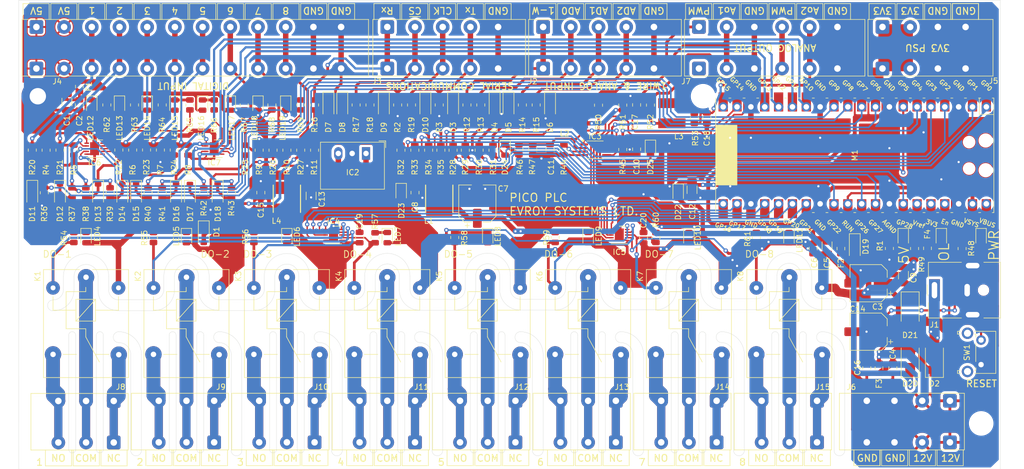
<source format=kicad_pcb>
(kicad_pcb (version 20240108) (generator "pcbnew") (generator_version "8.0")
  (title_block (title "Pico PLC") (company "Evroy Systems Ltd."))
  (layers (0 "F.Cu" signal) (31 "B.Cu" signal) (34 "B.Paste" user) (35 "F.Paste" user) (36 "B.SilkS" user "B.Silkscreen") (37 "F.SilkS" user "F.Silkscreen") (38 "B.Mask" user) (39 "F.Mask" user) (44 "Edge.Cuts" user))
  (net 0 "")
  (net 1 "Net-(J4-Pin_1)")
  (net 2 "Earth")
  (net 3 "Net-(D2-K)")
  (net 4 "Net-(J5-Pin_1)")
  (net 5 "Net-(D20-K)")
  (net 6 "Net-(D23-K)")
  (net 7 "Net-(D21-K)")
  (net 8 "+5V")
  (net 9 "Net-(IC3A--)")
  (net 10 "Net-(IC3A-+)")
  (net 11 "Net-(D22-K)")
  (net 12 "Net-(D23-A)")
  (net 13 "Net-(J6-Pin_1)")
  (net 14 "Net-(IC3B-+)")
  (net 15 "Net-(IC4-I3)")
  (net 16 "Net-(J7-Pin_2)")
  (net 17 "Net-(J7-Pin_5)")
  (net 18 "Net-(D2-A)")
  (net 19 "Net-(D3-K)")
  (net 20 "Net-(D4-K)")
  (net 21 "Net-(D5-K)")
  (net 22 "Net-(D6-K)")
  (net 23 "Net-(D7-K)")
  (net 24 "Net-(D8-K)")
  (net 25 "Net-(D9-K)")
  (net 26 "Net-(D10-K)")
  (net 27 "Net-(D11-K)")
  (net 28 "Net-(D12-K)")
  (net 29 "Net-(D13-K)")
  (net 30 "Net-(D14-K)")
  (net 31 "Net-(D15-K)")
  (net 32 "Net-(D16-K)")
  (net 33 "Net-(D17-K)")
  (net 34 "Net-(D18-K)")
  (net 35 "Net-(D19-K)")
  (net 36 "Net-(D21-A)")
  (net 37 "Net-(D24-A)")
  (net 38 "Net-(D25-A)")
  (net 39 "Net-(IC4-I1)")
  (net 40 "Net-(IC4-I4)")
  (net 41 "Net-(IC4-I2)")
  (net 42 "Net-(IC5-I4)")
  (net 43 "Net-(IC5-I1)")
  (net 44 "Net-(IC5-I3)")
  (net 45 "Net-(IC5-I2)")
  (net 46 "Net-(L2-Pad2)")
  (net 47 "Net-(L3-Pad2)")
  (net 48 "Net-(M1-GPIO26_ADC0)")
  (net 49 "Net-(M1-RUN)")
  (net 50 "Net-(M1-GPIO0)")
  (net 51 "Net-(M1-GPIO28_ADC2)")
  (net 52 "Net-(M1-GPIO22)")
  (net 54 "Net-(M1-GPIO1)")
  (net 55 "Net-(M1-GPIO27_ADC1)")
  (net 57 "Net-(IC4-O2)")
  (net 58 "Net-(IC4-O3)")
  (net 59 "Net-(IC4-O1)")
  (net 60 "Net-(IC4-O4)")
  (net 61 "Net-(IC5-O2)")
  (net 62 "Net-(IC5-O4)")
  (net 63 "Net-(IC5-O3)")
  (net 64 "Net-(IC5-O1)")
  (net 65 "Net-(IC6-O4)")
  (net 66 "Net-(IC6-O1)")
  (net 67 "Net-(IC6-O3)")
  (net 68 "Net-(IC6-O2)")
  (net 70 "Net-(IC7-O4)")
  (net 71 "Net-(IC7-O3)")
  (net 72 "Net-(IC7-O2)")
  (net 73 "Net-(IC7-O1)")
  (net 75 "Net-(J2-Pin_1)")
  (net 76 "Net-(J2-Pin_4)")
  (net 77 "Net-(J2-Pin_2)")
  (net 78 "Net-(J2-Pin_3)")
  (net 79 "Net-(J3-Pin_2)")
  (net 80 "Net-(J3-Pin_3)")
  (net 81 "Net-(J3-Pin_1)")
  (net 82 "Net-(J3-Pin_4)")
  (net 83 "Net-(J4-Pin_9)")
  (net 84 "Net-(J4-Pin_10)")
  (net 85 "Net-(J4-Pin_7)")
  (net 86 "Net-(J4-Pin_4)")
  (net 87 "Net-(J4-Pin_5)")
  (net 88 "Net-(J4-Pin_3)")
  (net 89 "Net-(J4-Pin_6)")
  (net 90 "Net-(J4-Pin_8)")
  (net 91 "Net-(J7-Pin_4)")
  (net 92 "Net-(J7-Pin_1)")
  (net 93 "Net-(J8-Pin_1)")
  (net 94 "Net-(J8-Pin_2)")
  (net 95 "Net-(J8-Pin_3)")
  (net 96 "Net-(J9-Pin_1)")
  (net 97 "Net-(J9-Pin_2)")
  (net 98 "Net-(J9-Pin_3)")
  (net 99 "Net-(J10-Pin_1)")
  (net 100 "Net-(J10-Pin_2)")
  (net 101 "Net-(J10-Pin_3)")
  (net 102 "Net-(J11-Pin_3)")
  (net 103 "Net-(J11-Pin_2)")
  (net 104 "Net-(J11-Pin_1)")
  (net 105 "Net-(J12-Pin_1)")
  (net 106 "Net-(J12-Pin_2)")
  (net 107 "Net-(J12-Pin_3)")
  (net 108 "Net-(J13-Pin_1)")
  (net 109 "Net-(J13-Pin_3)")
  (net 110 "Net-(J13-Pin_2)")
  (net 111 "Net-(J14-Pin_2)")
  (net 112 "Net-(J14-Pin_3)")
  (net 113 "Net-(J14-Pin_1)")
  (net 114 "Net-(J15-Pin_2)")
  (net 115 "Net-(J15-Pin_3)")
  (net 116 "Net-(J15-Pin_1)")
  (net 117 "Net-(LED1-K)")
  (net 118 "Net-(LED2-K)")
  (net 119 "Net-(LED3-K)")
  (net 120 "Net-(LED4-K)")
  (net 121 "Net-(LED5-K)")
  (net 122 "/Digital Input LED Buffer/D1")
  (net 123 "/Digital Input LED Buffer/D2")
  (net 124 "/Digital Input LED Buffer/D3")
  (net 125 "/Digital Input LED Buffer/D4")
  (net 126 "Net-(LED6-K)")
  (net 127 "Net-(LED7-K)")
  (net 128 "Net-(LED8-K)")
  (net 129 "Net-(LED9-K)")
  (net 130 "Net-(LED10-K)")
  (net 131 "/Digital Input LED Buffer/D5")
  (net 132 "/Digital Input LED Buffer/D6")
  (net 133 "/Digital Input LED Buffer/D7")
  (net 134 "/Digital Input LED Buffer/D8")
  (net 135 "Net-(LED11-K)")
  (net 136 "Net-(LED12-K)")
  (net 137 "Net-(LED13-K)")
  (net 138 "Net-(LED14-K)")
  (net 139 "Net-(LED15-K)")
  (net 140 "Net-(LED16-K)")
  (net 141 "Net-(LED17-K)")
  (net 142 "Net-(LED18-K)")
  (net 143 "Net-(LED19-K)")
  (net 144 "Net-(M1-GPIO3)")
  (net 145 "Net-(M1-GPIO2)")
  (footprint "LED_SMD:LED_0805_2012Metric" (layer "F.Cu") (at 106.045 102.1275 -90)
    (property "Reference" "LED6")
    (property "Value" "LED_Filled")
  )
  (footprint "LED_SMD:LED_0805_2012Metric" (layer "F.Cu") (at 233.345 102.1275 -90)
    (property "Reference" "LED3" (hide yes))
    (property "Value" "PSU ON")
  )
  (footprint "LED_SMD:LED_0805_2012Metric" (layer "F.Cu") (at 85.51 77.8225 -90)
    (property "Reference" "LED15")
    (property "Value" "LED_Filled")
  )
  (footprint "Capacitor_SMD:C_1206_3216Metric" (layer "F.Cu") (at 180.34 93.35 -90)
    (property "Reference" "C12")
    (property "Value" "10µF" (hide yes))
  )
  (footprint "Resistor_SMD:R_0805_2012Metric" (layer "F.Cu") (at 81.58 102.1025 -90)
    (property "Reference" "R55")
    (property "Value" "560R" (hide yes))
  )
  (footprint "Resistor_SMD:R_0805_2012Metric" (layer "F.Cu") (at 138.765 86.095 -90)
    (property "Reference" "R29")
    (property "Value" "10Ω" (hide yes))
  )
  (footprint "LED_SMD:LED_0805_2012Metric" (layer "F.Cu") (at 69.215 102.1275 -90)
    (property "Reference" "LED4")
    (property "Value" "LED_Filled")
  )
  (footprint "Custom_Inductor:IND_Bourns_SDR0503" (layer "F.Cu") (at 156.25 79.32 180)
    (property "Reference" "L2")
    (property "Value" "4.7mH" (hide yes))
  )
  (footprint "Resistor_SMD:R_0805_2012Metric" (layer "F.Cu") (at 111.125 86.095 -90)
    (property "Reference" "R11")
    (property "Value" "10K" (hide yes))
  )
  (footprint "Resistor_SMD:R_0805_2012Metric" (layer "F.Cu") (at 133.985 77.8025 -90)
    (property "Reference" "R3")
    (property "Value" "10K" (hide yes))
  )
  (footprint "Custom_Terminal:Terminal_KF142V_Spring_5.08mm_V_5Pole" (layer "F.Cu") (at 153.035 71.12)
    (property "Reference" "J2")
    (property "Value" "Screw_Terminal_01x05" (hide yes))
  )
  (footprint "Diode_SMD:D_SOD-123" (layer "F.Cu") (at 113.665 77.8025 -90)
    (property "Reference" "D7")
    (property "Value" "3V3")
  )
  (footprint "Capacitor_SMD:C_0805_2012Metric" (layer "F.Cu") (at 154.305 85.9825 -90)
    (property "Reference" "C11")
    (property "Value" "100n" (hide yes))
  )
  (footprint "Resistor_SMD:R_0805_2012Metric" (layer "F.Cu") (at 64.435 86.0825 -90)
    (property "Reference" "R21")
    (property "Value" "470R" (hide yes))
  )
  (footprint "LED_SMD:LED_0805_2012Metric" (layer "F.Cu") (at 95.67 77.8225 -90)
    (property "Reference" "LED17")
    (property "Value" "LED_Filled")
  )
  (footprint "Resistor_SMD:R_0805_2012Metric" (layer "F.Cu") (at 83.185 77.7975 -90)
    (property "Reference" "R64")
    (property "Value" "560R")
  )
  (footprint "LED_SMD:LED_0805_2012Metric" (layer "F.Cu") (at 105.83 77.8225 -90)
    (property "Reference" "LED19")
    (property "Value" "LED_Filled")
  )
  (footprint "Capacitor_SMD:C_0805_2012Metric" (layer "F.Cu") (at 171.45 102.14 90)
    (property "Reference" "C20")
    (property "Value" "100n" (hide yes))
  )
  (footprint "Diode_SMD:D_SOD-123" (layer "F.Cu") (at 146.685 77.8025 -90)
    (property "Reference" "D5")
    (property "Value" "3V3")
  )
  (footprint "Resistor_SMD:R_0805_2012Metric" (layer "F.Cu") (at 221.153 104.1275 90)
    (property "Reference" "R49")
    (property "Value" "470R" (hide yes))
  )
  (footprint "Custom_Terminal:Terminal_KF142V_Spring_5.08mm_V_4Pole" (layer "F.Cu") (at 227.63 132.05 180)
    (property "Reference" "J6")
    (property "Value" "Screw_Terminal_01x04" (hide yes))
  )
  (footprint "Custom_Terminal:Terminal_KF142V_Spring_5.08mm_V_4Pole" (layer "F.Cu") (at 215.265 71.12)
    (property "Reference" "J5")
    (property "Value" "Screw_Terminal_01x04" (hide yes))
  )
  (footprint "Capacitor_SMD:C_0805_2012Metric" (layer "F.Cu") (at 119.38 102.115 90)
    (property "Reference" "C19")
    (property "Value" "100n" (hide yes))
  )
  (footprint "Resistor_SMD:R_0805_2012Metric" (layer "F.Cu") (at 80.589154 93.9 90)
    (property "Reference" "R40")
    (property "Value" "10Ω" (hide yes))
  )
  (footprint "Resistor_SMD:R_0805_2012Metric" (layer "F.Cu") (at 111.125 77.8025 -90)
    (property "Reference" "R16")
    (property "Value" "470R" (hide yes))
  )
  (footprint "LED_SMD:LED_0805_2012Metric" (layer "F.Cu") (at 124.46 102.1275 -90)
    (property "Reference" "LED7")
    (property "Value" "LED_Filled")
  )
  (footprint "Custom_SBC:RPi_Pico_SMD_TH" (layer "F.Cu") (at 210.185 87.04 -90)
    (property "Reference" "M1")
    (property "Value" "Pico")
  )
  (footprint "Resistor_SMD:R_0805_2012Metric" (layer "F.Cu") (at 75.23 86.07 -90)
    (property "Reference" "R22")
    (property "Value" "470R" (hide yes))
  )
  (footprint "Capacitor_SMD:C_0805_2012Metric" (layer "F.Cu") (at 212.39 126.05 -90)
    (property "Reference" "C16")
    (property "Value" "100n" (hide yes))
  )
  (footprint "Relay_THT:Relay_SPDT_SANYOU_SRD_Series_Form_C" (layer "F.Cu") (at 161.29 109.39 -90)
    (property "Reference" "K6")
    (property "Value" "SRD-05VDC-SL-C" (hide yes))
  )
  (footprint "Capacitor_SMD:C_0805_2012Metric" (layer "F.Cu") (at 217.17 126.05 -90)
    (property "Reference" "C4")
    (property "Value" "100n" (hide yes))
  )
  (footprint "LED_SMD:LED_0805_2012Metric" (layer "F.Cu") (at 90.59 77.8225 -90)
    (property "Reference" "LED16")
    (property "Value" "LED_Filled")
  )
  (footprint "Custom_Terminal:Terminal_KF142V_Spring_5.08mm_V_3Pole" (layer "F.Cu") (at 92.71 132.05 180)
    (property "Reference" "J9")
    (property "Value" "Screw_Terminal_01x03")
  )
  (footprint "Resistor_SMD:R_0805_2012Metric" (layer "F.Cu") (at 90.805 93.9 90)
    (property "Reference" "R42")
    (property "Value" "10Ω" (hide yes))
  )
  (footprint "Resistor_SMD:R_0805_2012Metric" (layer "F.Cu") (at 95.885 93.9 90)
    (property "Reference" "R43")
    (property "Value" "10Ω" (hide yes))
  )
  (footprint "Custom_Terminal:Terminal_KF142V_Spring_5.08mm_V_3Pole" (layer "F.Cu") (at 203.265 132.05 180)
    (property "Reference" "J15")
    (property "Value" "Screw_Terminal_01x03")
  )
  (footprint "Resistor_SMD:R_0805_2012Metric" (layer "F.Cu") (at 173.72 102.1025 -90)
    (property "Reference" "R60")
    (property "Value" "560R" (hide yes))
  )
  (footprint "Resistor_SMD:R_0805_2012Metric" (layer "F.Cu") (at 121.285 77.8025 -90)
    (property "Reference" "R18")
    (property "Value" "470R" (hide yes))
  )
  (footprint "Resistor_SMD:R_0805_2012Metric" (layer "F.Cu") (at 66.975 102.1025 -90)
    (property "Reference" "R54")
    (property "Value" "560R" (hide yes))
  )
  (footprint "Diode_SMD:D_SOD-123" (layer "F.Cu") (at 93.345 93.98 -90)
    (property "Reference" "D18")
    (property "Value" "3V3")
  )
  (footprint "Resistor_SMD:R_0805_2012Metric" (layer "F.Cu") (at 167.64 85.97 90)
    (property "Reference" "R45")
    (property "Value" "10K" (hide yes))
  )
  (footprint "Package_DFN_QFN:DFN-10-1EP_3x3mm_P0.5mm_EP1.65x2.38mm" (layer "F.Cu") (at 114.6 101.645)
    (property "Reference" "IC4")
    (property "Value" "ULN2003F" (hide yes))
  )
  (footprint "Capacitor_SMD:CP_Elec_6.3x7.7" (layer "F.Cu") (at 212.725 110.49 180)
    (property "Reference" "C3")
    (property "Value" "100µF" (hide yes))
  )
  (footprint "Relay_THT:Relay_SPDT_SANYOU_SRD_Series_Form_C" (layer "F.Cu") (at 142.875 109.39 -90)
    (property "Reference" "K5")
    (property "Value" "SRD-05VDC-SL-C" (hide yes))
  )
  (footprint "Custom_Inductor:IND_Bourns_SRN5020" (layer "F.Cu") (at 133.985 95 90)
    (property "Reference" "L1")
    (property "Value" "4.7uH" (hide yes))
  )
  (footprint "Resistor_SMD:R_0805_2012Metric" (layer "F.Cu") (at 148.59 86.0025 -90)
    (property "Reference" "R46")
    (property "Value" "10K" (hide yes))
  )
  (footprint "Resistor_SMD:R_0805_2012Metric" (layer "F.Cu") (at 180.767 80.2575 90)
    (property "Reference" "R53")
    (property "Value" "56R")
  )
  (footprint "Resistor_SMD:R_0805_2012Metric" (layer "F.Cu") (at 128.905 77.8025 -90)
    (property "Reference" "R19")
    (property "Value" "470R" (hide yes))
  )
  (footprint "Custom_Terminal:Terminal_KF142V_Spring_5.08mm_V_3Pole" (layer "F.Cu") (at 111.125 132.05 180)
    (property "Reference" "J10")
    (property "Value" "Screw_Terminal_01x03")
  )
  (footprint "Capacitor_SMD:C_1206_3216Metric" (layer "F.Cu") (at 65.705 77.265 -90)
    (property "Reference" "C1")
    (property "Value" "10µF" (hide yes))
  )
  (footprint "LED_SMD:LED_0805_2012Metric" (layer "F.Cu") (at 198.12 102.1275 -90)
    (property "Reference" "LED11")
    (property "Value" "LED_Filled")
  )
  (footprint "Resistor_SMD:R_0805_2012Metric" (layer "F.Cu") (at 100.965 86.095 90)
    (property "Reference" "R9")
    (property "Value" "10K" (hide yes))
  )
  (footprint "Diode_SMD:D_SOD-123" (layer "F.Cu") (at 123.825 77.8025 -90)
    (property "Reference" "D9")
    (property "Value" "3V3")
  )
  (footprint "Resistor_SMD:R_0805_2012Metric" (layer "F.Cu") (at 77.77 86.07 -90)
    (property "Reference" "R6")
    (property "Value" "10K" (hide yes))
  )
  (footprint "Diode_SMD:D_SMA" (layer "F.Cu") (at 220.345 115.475 -90)
    (property "Reference" "D21")
    (property "Value" "SS32" (hide yes))
  )
  (footprint "Custom_Terminal:Terminal_KF142V_Spring_5.08mm_V_3Pole" (layer "F.Cu") (at 166.37 132.05 180)
    (property "Reference" "J13")
    (property "Value" "Screw_Terminal_01x03")
  )
  (footprint "Resistor_SMD:R_0805_2012Metric" (layer "F.Cu") (at 151.13 86.015 90)
    (property "Reference" "R47")
    (property "Value" "2K7" (hide yes))
  )
  (footprint "Resistor_SMD:R_0805_2012Metric" (layer "F.Cu") (at 66.64 93.9 90)
    (property "Reference" "R37")
    (property "Value" "10Ω" (hide yes))
  )
  (footprint "LED_SMD:LED_0805_2012Metric" (layer "F.Cu") (at 87.63 102.1275 -90)
    (property "Reference" "LED5")
    (property "Value" "LED_Filled")
  )
  (footprint "LED_SMD:LED_0805_2012Metric" (layer "F.Cu") (at 80.43 77.8225 -90)
    (property "Reference" "LED14")
    (property "Value" "LED_Filled")
  )
  (footprint "Resistor_SMD:R_0805_2012Metric" (layer "F.Cu") (at 134.285 86.095 -90)
    (property "Reference" "R35")
    (property "Value" "10Ω" (hide yes))
  )
  (footprint "Custom_Terminal:Terminal_KF142V_Spring_5.08mm_V_3Pole" (layer "F.Cu") (at 147.955 132.05 180)
    (property "Reference" "J12")
    (property "Value" "Screw_Terminal_01x03")
  )
  (footprint "LED_SMD:LED_0805_2012Metric" (layer "F.Cu") (at 142.875 102.1275 -90)
    (property "Reference" "LED8")
    (property "Value" "LED_Filled")
  )
  (footprint "Resistor_SMD:R_0805_2012Metric" (layer "F.Cu") (at 80.31 86.0575 -90)
    (property "Reference" "R23")
    (property "Value" "470R" (hide yes))
  )
  (footprint "Capacitor_SMD:C_1206_3216Metric" (layer "F.Cu") (at 110.49 94.475 -90)
    (property "Reference" "C13")
    (property "Value" "10µF" (hide yes))
  )
  (footprint "Diode_SMD:D_SOD-123" (layer "F.Cu") (at 85.725 93.98 -90)
    (property "Reference" "D16")
    (property "Value" "3V3")
  )
  (footprint "Capacitor_SMD:CP_Elec_6.3x7.7" (layer "F.Cu") (at 140.97 95.885 90)
    (property "Reference" "C7")
    (property "Value" "100µF" (hide yes))
  )
  (footprint "Capacitor_SMD:C_0805_2012Metric" (layer "F.Cu") (at 170.18 77.7925 90)
    (property "Reference" "C17")
    (property "Value" "1µF" (hide yes))
  )
  (footprint "Resistor_SMD:R_0805_2012Metric" (layer "F.Cu") (at 126.965 86.095 -90)
    (property "Reference" "R32")
    (property "Value" "10Ω" (hide yes))
  )
  (footprint "Resistor_SMD:R_0805_2012Metric" (layer "F.Cu") (at 151.765 77.8025 -90)
    (property "Reference" "R15")
    (property "Value" "470R" (hide yes))
  )
  (footprint "Converter_DCDC:Converter_DCDC_RECOM_R-78E-0.5_THT" (layer "F.Cu") (at 120.557 86.6925 180)
    (property "Reference" "IC2")
    (property "Value" "5V Reg" (hide yes))
  )
  (footprint "Resistor_SMD:R_0805_2012Metric" (layer "F.Cu") (at 92.71 77.7975 -90)
    (property "Reference" "R66")
    (property "Value" "560R")
  )
  (footprint "Resistor_SMD:R_0805_2012Metric" (layer "F.Cu") (at 167.64 77.83 -90)
    (property "Reference" "R51")
    (property "Value" "56R" (hide yes))
  )
  (footprint "Diode_SMD:D_SOD-123" (layer "F.Cu") (at 64.435 93.98 -90)
    (property "Reference" "D12")
    (property "Value" "3V3")
  )
  (footprint "Resistor_SMD:R_0805_2012Metric" (layer "F.Cu") (at 73.025 77.7975 -90)
    (property "Reference" "R62")
    (property "Value" "560R")
  )
  (footprint "LED_SMD:LED_0805_2012Metric" (layer "F.Cu") (at 75.35 77.8225 -90)
    (property "Reference" "LED13")
    (property "Value" "LED_Filled")
  )
  (footprint "Diode_SMD:D_SOD-123" (layer "F.Cu") (at 59.355 93.98 -90)
    (property "Reference" "D11")
    (property "Value" "3V3")
  )
  (footprint "Resistor_SMD:R_0805_2012Metric" (layer "F.Cu") (at 141.305 86.095 -90)
    (property "Reference" "R30")
    (property "Value" "10Ω" (hide yes))
  )
  (footprint "Capacitor_SMD:CP_Elec_6.3x7.7" (layer "F.Cu") (at 212.725 119.38 180)
    (property "Reference" "C14")
    (property "Value" "100µF" (hide yes))
  )
  (footprint "Diode_SMD:D_0805_2012Metric" (layer "F.Cu") (at 172.72 85.9325 -90)
    (property "Reference" "D25")
    (property "Value" "1N5817W" (hide yes))
  )
  (footprint "Resistor_SMD:R_0805_2012Metric" (layer "F.Cu") (at 156.845 86.0325 90)
    (property "Reference" "R44")
    (property "Value" "10K" (hide yes))
  )
  (footprint "Custom_Terminal:Terminal_KF142V_Spring_5.08mm_V_6Pole" (layer "F.Cu") (at 181.61 71.12)
    (property "Reference" "J7")
    (property "Value" "Screw_Terminal_01x06" (hide yes))
  )
  (footprint "Resistor_SMD:R_0805_2012Metric" (layer "F.Cu") (at 163.195 77.8425 90)
    (property "Reference" "R50")
    (property "Value" "470R" (hide yes))
  )
  (footprint "MountingHole:MountingHole_3mm_Pad" (layer "F.Cu") (at 60.371 76.2)
    (property "Reference" "H1" (hide yes))
    (property "Value" "MountingHole_Pad")
  )
  (footprint "Diode_SMD:D_SOD-123" (layer "F.Cu") (at 131.445 77.8025 -90)
    (property "Reference" "D10")
    (property "Value" "3V3")
  )
  (footprint "Capacitor_SMD:C_0805_2012Metric" (layer "F.Cu") (at 129.54 93.875 -90)
    (property "Reference" "C8")
    (property "Value" "2µ2" (hide yes))
  )
  (footprint "Diode_SMD:D_0805_2012Metric" (layer "F.Cu") (at 177.8 93.9625 -90)
    (property "Reference" "D22")
    (property "Value" "1N5817W" (hide yes))
  )
  (footprint "Package_DFN_QFN:DFN-10-1EP_3x3mm_P0.5mm_EP1.65x2.38mm" (layer "F.Cu") (at 70.785 85.8175)
    (property "Reference" "IC6")
    (property "Value" "ULN2003F")
  )
  (footprint "Resistor_SMD:R_0805_2012Metric" (layer "F.Cu") (at 149.225 77.8025 -90)
    (property "Reference" "R14")
    (property "Value" "470R" (hide yes))
  )
  (footprint "Resistor_SMD:R_0805_2012Metric" (layer "F.Cu") (at 129.505 86.095 -90)
    (property "Reference" "R33")
    (property "Value" "10Ω" (hide yes))
  )
  (footprint "Resistor_SMD:R_0805_2012Metric" (layer "F.Cu") (at 87.93 86.0825 -90)
    (property "Reference" "R8")
    (property "Value" "10K" (hide yes))
  )
  (footprint "LED_SMD:LED_0805_2012Metric" (layer "F.Cu") (at 179.77 102.1275 -90)
    (property "Reference" "LED10")
    (property "Value" "LED_Filled")
  )
  (footprint "Custom_Terminal:Terminal_KF142V_Spring_5.08mm_V_3Pole" (layer "F.Cu") (at 129.54 132.05 180)
    (property "Reference" "J11")
    (property "Value" "Screw_Terminal_01x03")
  )
  (footprint "Resistor_SMD:R_0805_2012Metric" (layer "F.Cu") (at 216.535 104.115 -90)
    (property "Reference" "R1")
    (property "Value" "560R" (hide yes))
  )
  (footprint "Relay_THT:Relay_SPDT_SANYOU_SRD_Series_Form_C" (layer "F.Cu") (at 198.185 109.39 -90)
    (property "Reference" "K8")
    (property "Value" "SRD-05VDC-SL-C" (hide yes))
  )
  (footprint "Resistor_SMD:R_0805_2012Metric" (layer "F.Cu") (at 98.217 77.7975 -90)
    (property "Reference" "R67")
    (property "Value" "560R")
  )
  (footprint "Diode_SMD:D_SOD-123" (layer "F.Cu") (at 144.145 77.8025 -90)
    (property "Reference" "D4")
    (property "Value" "3V3")
  )
  (footprint "Capacitor_SMD:C_0805_2012Metric" (layer "F.Cu") (at 101.265 93.875 90)
    (property "Reference" "C15")
    (property "Value" "100n" (hide yes))
  )
  (footprint "Package_DFN_QFN:DFN-10-1EP_3x3mm_P0.5mm_EP1.65x2.38mm" (layer "F.Cu") (at 92.71 85.8175)
    (property "Reference" "IC7")
    (property "Value" "ULN2003F")
  )
  (footprint "Resistor_SMD:R_0805_2012Metric" (layer "F.Cu") (at 126.365 77.8025 -90)
    (property "Reference" "R2")
    (property "Value" "10K" (hide yes))
  )
  (footprint "Resistor_SMD:R_0805_2012Metric" (layer "F.Cu") (at 155.24 102.1025 -90)
    (property "Reference" "R59")
    (property "Value" "560R" (hide yes))
  )
  (footprint "Resistor_SMD:R_0805_2012Metric" (layer "F.Cu") (at 192.135 102.1025 -90)
    (property "Reference" "R61")
    (property "Value" "560R" (hide yes))
  )
  (footprint "Resistor_SMD:R_0805_2012Metric" (layer "F.Cu") (at 78.105 77.7975 -90)
    (property "Reference" "R63")
    (property "Value" "560R")
  )
  (footprint "LED_SMD:LED_0805_2012Metric" (layer "F.Cu") (at 70.27 77.8225 -90)
    (property "Reference" "LED12")
    (property "Value" "LED_Filled")
  )
  (footprint "Resistor_SMD:R_0805_2012Metric" (layer "F.Cu") (at 136.825 102.1025 -90)
    (property "Reference" "R58")
    (property "Value" "560R" (hide yes))
  )
  (footprint "LED_SMD:LED_0805_2012Metric" (layer "F.Cu") (at 219.075 102.1275 -90)
    (property "Reference" "LED1" (hide yes))
    (property "Value" "LED_Filled" (hide yes))
  )
  (footprint "Diode_SMD:D_SOD-123" (layer "F.Cu") (at 71.42 93.98 -90)
    (property "Reference" "D13")
    (property "Value" "3V3")
  )
  (footprint "LED_SMD:LED_0805_2012Metric" (layer "F.Cu") (at 226.06 102.1275 -90)
    (property "Reference" "LED2" (hide yes))
    (property "Value" "USB OVERLOAD")
  )
  (footprint "LED_SMD:LED_0805_2012Metric" (layer "F.Cu") (at 100.75 77.8225 -90)
    (property "Reference" "LED18")
    (property "Value" "LED_Filled")
  )
  (footprint "Relay_THT:Relay_SPDT_SANYOU_SRD_Series_Form_C" (layer "F.Cu") (at 124.46 109.39 -90)
    (property "Reference" "K4")
    (property "Value" "SRD-05VDC-SL-C" (hide yes))
  )
  (footprint "Resistor_SMD:R_0805_2012Metric" (layer "F.Cu") (at 103.297 77.7975 -90)
    (property "Reference" "R68")
    (property "Value" "560R")
  )
  (footprint "Diode_SMD:D_SOD-123" (layer "F.Cu") (at 75.865 93.98 -90)
    (property "Reference" "D14")
    (property "Value" "3V3")
  )
  (footprint "Relay_THT:Relay_SPDT_SANYOU_SRD_Series_Form_C" (layer "F.Cu") (at 69.215 109.39 -90)
    (property "Reference" "K1")
    (property "Value" "SRD-05VDC-SL-C" (hide yes))
  )
  (footprint "Resistor_SMD:R_0805_2012Metric" (layer "F.Cu") (at 118.745 77.8025 -90)
    (property "Reference" "R17")
    (property "Value" "470R" (hide yes))
  )
  (footprint "Diode_SMD:D_SOD-123" (layer "F.Cu") (at 210.185 103.7775 -90)
    (property "Reference" "D19")
    (property "Value" "3V3")
  )
  (footprint "Diode_SMD:D_SMA" (layer "F.Cu") (at 224.79 124.365 90)
    (property "Reference" "D2")
    (property "Value" "SS32" (hide yes))
  )
  (footprint "Capacitor_SMD:C_0805_2012Metric" (layer "F.Cu") (at 202.565 104.1275 -90)
    (property "Reference" "C6")
    (property "Value" "100n" (hide yes))
  )
  (footprint "Custom_Inductor:IND_Bourns_SDR0503" (layer "F.Cu") (at 179.1415 79.32)
    (property "Reference" "L3")
    (property "Value" "4.7mH" (hide yes))
  )
  (footprint "" (layer "F.Cu") (at 232.837 135.89)
    (property "Reference" "")
    (property "Value" "")
  )
  (footprint "Diode_SMD:D_SOD-123" (layer "F.Cu") (at 78.384154 93.98 -90)
    (property "Reference" "D15")
    (property "Value" "3V3")
  )
  (footprint "Custom_Terminal:Terminal_KF142V_Spring_5.08mm_V_3Pole" (layer "F.Cu") (at 74.295 132.08 180)
    (property "Reference" "J8")
    (property "Value" "Screw_Terminal_01x03")
  )
  (footprint "Package_DFN_QFN:DFN-10-1EP_3x3mm_P0.5mm_EP1.65x2.38mm" (layer "F.Cu") (at 167.005 101.645)
    (property "Reference" "IC5")
    (property "Value" "ULN2003F" (hide yes))
  )
  (footprint "Custom_Terminal:Terminal_KF142V_Spring_5.08mm_V_12Pole" (layer "F.Cu") (at 60.11 71.12)
    (property "Reference" "J4")
    (property "Value" "Screw_Terminal_01x12" (hide yes))
  )
  (footprint "Resistor_SMD:R_0805_2012Metric" (layer "F.Cu") (at 108.585 77.7975 -90)
    (property "Reference" "R69")
    (property "Value" "560R")
  )
  (footprint "Resistor_SMD:R_0805_2012Metric" (layer "F.Cu") (at 108.585 86.095 -90)
    (property "Reference" "R27")
    (property "Value" "470R" (hide yes))
  )
  (footprint "Capacitor_SMD:C_1206_3216Metric" (layer "F.Cu") (at 219.1125 109.015 90)
    (property "Reference" "C9")
    (property "Value" "10µF" (hide yes))
  )
  (footprint "Resistor_SMD:R_0805_2012Metric" (layer "F.Cu") (at 141.605 77.8025 -90)
    (property "Reference" "R13")
    (property "Value" "470R" (hide yes))
  )
  (footprint "Connector_BarrelJack:BarrelJack_CUI_PJ-063AH_Horizontal" (layer "F.Cu") (at 224.798 111.76 90)
    (property "Reference" "J1")
    (property "Value" "2.1/5.5mm Jack" (hide yes))
  )
  (footprint "" (layer "F.Cu") (at 78.405 105.664)
    (property "Reference" "")
    (property "Value" "")
  )
  (footprint "Resistor_SMD:R_0805_2012Metric" (layer "F.Cu") (at 143.845 86.095 -90)
    (property "Reference" "R31")
    (property "Value" "10Ω" (hide yes))
  )
  (footprint "Resistor_SMD:R_0805_2012Metric" (layer "F.Cu") (at 88.265 77.7975 -90)
    (property "Reference" "R65")
    (property "Value" "560R")
  )
  (footprint "Relay_THT:Relay_SPDT_SANYOU_SRD_Series_Form_C" (layer "F.Cu") (at 179.77 109.39 -90)
    (property "Reference" "K7")
    (property "Value" "SRD-05VDC-SL-C" (hide yes))
  )
  (footprint "Capacitor_SMD:C_0805_2012Metric" (layer "F.Cu") (at 183.053 80.22 -90)
    (property "Reference" "C18")
    (property "Value" "1µF")
  )
  (footprint "Resistor_SMD:R_0805_2012Metric" (layer "F.Cu") (at 98.425 86.095 -90)
    (property "Reference" "R25")
    (property "Value" "470R" (hide yes))
  )
  (footprint "Capacitor_SMD:C_1206_3216Metric" (layer "F.Cu") (at 205.105 103.6025 -90)
    (property "Reference" "C5")
    (property "Value" "10µF" (hide yes))
  )
  (footprint "Resistor_SMD:R_0805_2012Metric" (layer "F.Cu") (at 106.045 86.095 -90)
    (property "Reference" "R10")
    (property "Value" "10K" (hide yes))
  )
  (footprint "Resistor_SMD:R_0805_2012Metric" (layer "F.Cu") (at 122.22 102.1525 -90)
    (property "Reference" "R57")
    (property "Value" "560R" (hide yes))
  )
  (footprint "Custom_Terminal:Terminal_KF142V_Spring_5.08mm_V_5Pole" (layer "F.Cu") (at 124.46 71.12)
    (property "Reference" "J3")
    (property "Value" "Screw_Terminal_01x05" (hide yes))
  )
  (footprint "Relay_THT:Relay_SPDT_SANYOU_SRD_Series_Form_C" (layer "F.Cu") (at 87.63 109.39 -90)
    (property "Reference" "K2")
    (property "Value" "SRD-05VDC-SL-C" (hide yes))
  )
  (footprint "Resistor_SMD:R_0805_2012Metric" (layer "F.Cu") (at 82.85 86.07 -90)
    (property "Reference" "R7")
    (property "Value" "10K" (hide yes))
  )
  (footprint "Diode_SMD:D_SOD-123" (layer "F.Cu") (at 116.205 77.8025 -90)
    (property "Reference" "D8")
    (property "Value" "3V3")
  )
  (footprint "Resistor_SMD:R_0805_2012Metric" (layer "F.Cu") (at 69.18 93.9 90)
    (property "Reference" "R38")
    (property "Value" "10Ω" (hide yes))
  )
  (footprint "Button_Switch_THT:SW_Tactile_SPST_Angled_PTS645Vx58-2LFS" (layer "F.Cu") (at 233.345 120.915 -90)
    (property "Reference" "SW1")
    (property "Value" "Reset" (hide yes))
  )
  (footprint "Resistor_SMD:R_0805_2012Metric" (layer "F.Cu") (at 132.045 86.095 -90)
    (property "Reference" "R34")
    (property "Value" "10Ω" (hide yes))
  )
  (footprint "Resistor_SMD:R_0805_2012Metric" (layer "F.Cu") (at 136.525 86.095 -90)
    (property "Reference" "R28")
    (property "Value" "10Ω" (hide yes))
  )
  (footprint "Relay_THT:Relay_SPDT_SANYOU_SRD_Series_Form_C" (layer "F.Cu") (at 106.045 109.39 -90)
    (property "Reference" "K3")
    (property "Value" "SRD-05VDC-SL-C" (hide yes))
  )
  (footprint "Resistor_SMD:R_0805_2012Metric" (layer "F.Cu") (at 59.355 86.0825 -90)
    (property "Reference" "R20")
    (property "Value" "470R" (hide yes))
  )
  (footprint "Resistor_SMD:R_0805_2012Metric" (layer "F.Cu") (at 172.72 77.8275 90)
    (property "Reference" "R52")
    (property "Value" "470R" (hide yes))
  )
  (footprint "LED_SMD:LED_0805_2012Metric" (layer "F.Cu") (at 161.29 102.1275 -90)
    (property "Reference" "LED9")
    (property "Value" "LED_Filled")
  )
  (footprint "Diode_SMD:D_SOD-123" (layer "F.Cu") (at 90.805 101.415 -90)
    (property "Reference" "D1")
    (property "Value" "5V1")
  )
  (footprint "Resistor_SMD:R_0805_2012Metric" (layer "F.Cu") (at 61.56 93.9 90)
    (property "Reference" "R36")
    (property "Value" "10Ω" (hide yes))
  )
  (footprint "Diode_SMD:D_SOD-123" (layer "F.Cu") (at 154.305 77.8025 -90)
    (property "Reference" "D6")
    (property "Value" "3V3")
  )
  (footprint "Resistor_SMD:R_0805_2012Metric" (layer "F.Cu") (at 99.995 102.1025 -90)
    (property "Reference" "R56")
    (property "Value" "560R" (hide yes))
  )
  (footprint "Diode_SMD:D_0805_2012Metric" (layer "F.Cu") (at 127 93.8625 -90)
    (property "Reference" "D23")
    (property "Value" "1N5817W" (hide yes))
  )
  (footprint "Fuse:Fuse_0805_2012Metric" (layer "F.Cu") (at 214.63 126.0625 90)
    (property "Reference" "F3")
    (property "Value" "2A" (hide yes))
  )
  (footprint "Custom_Inductor:IND_Bourns_SRN5020" (layer "F.Cu") (at 106.045 95 -90)
    (property "Reference" "L4")
    (property "Value" "4.7uH" (hide yes))
  )
  (footprint "Diode_SMD:D_0805_2012Metric" (layer "F.Cu") (at 146.05 86.0575 -90)
    (property "Reference" "D24")
    (property "Value" "1N5817W" (hide yes))
  )
  (footprint "Fuse:Fuse_0805_2012Metric" (layer "F.Cu") (at 207.645 104.14 90)
    (property "Reference" "F2")
    (property "Value" "100mA" (hide yes))
  )
  (footprint "Resistor_SMD:R_0805_2012Metric" (layer "F.Cu") (at 85.39 86.07 -90)
    (property "Reference" "R24")
    (property "Value" "470R" (hide yes))
  )
  (footprint "Diode_SMD:D_SOD-123" (layer "F.Cu") (at 136.525 77.8025 -90)
    (property "Reference" "D3")
    (property "Value" "3V3")
  )
  (footprint "" (layer "F.Cu") (at 181.783 75.184)
    (property "Reference" "")
    (property "Value" "")
  )
  (footprint "Package_SO:MSOP-8_3x3mm_P0.65mm" (layer "F.Cu") (at 162.56 86.021285)
    (property "Reference" "IC3")
    (property "Value" "MCP6562")
  )
  (footprint "Resistor_SMD:R_0805_2012Metric" (layer "F.Cu") (at 139.065 77.8025 -90)
    (property "Reference" "R12")
    (property "Value" "470R" (hide yes))
  )
  (footprint "Custom_Terminal:Terminal_KF142V_Spring_5.08mm_V_3Pole" (layer "F.Cu") (at 184.85 132.05 180)
    (property "Reference" "J14")
    (property "Value" "Screw_Terminal_01x03")
  )
  (footprint "Fuse:Fuse_0805_2012Metric" (layer "F.Cu") (at 223.52 104.09 -90)
    (property "Reference" "F4")
    (property "Value" "500mA" (hide yes))
  )
  (footprint "Capacitor_SMD:C_0805_2012Metric" (layer "F.Cu") (at 170.18 85.92 -90)
    (property "Reference" "C10")
    (property "Value" "100n" (hide yes))
  )
  (footprint "Diode_SMD:D_SOD-123" (layer "F.Cu") (at 88.265 93.98 -90)
    (property "Reference" "D17")
    (property "Value" "3V3")
  )
  (footprint "Diode_SMD:D_SMA" (layer "F.Cu") (at 220.345 124.365 90)
    (property "Reference" "D20")
    (property "Value" "SS32" (hide yes))
  )
  (footprint "Resistor_SMD:R_0805_2012Metric" (layer "F.Cu") (at 229.87 104.14 -90)
    (property "Reference" "R48")
    (property "Value" "2K7" (hide yes))
  )
  (footprint "Resistor_SMD:R_0805_2012Metric" (layer "F.Cu") (at 73.625 93.9 90)
    (property "Reference" "R39")
    (property "Value" "10Ω" (hide yes))
  )
  (footprint "Resistor_SMD:R_0805_2012Metric" (layer "F.Cu") (at 83.185 93.9 90)
    (property "Reference" "R41")
    (property "Value" "10Ω" (hide yes))
  )
  (footprint "Fuse:Fuse_0805_2012Metric" (layer "F.Cu") (at 67.991 74.422 -90)
    (property "Reference" "F1")
    (property "Value" "100mA" (hide yes))
  )
  (footprint "Capacitor_SMD:C_0805_2012Metric" (layer "F.Cu") (at 67.991 77.81 -90)
    (property "Reference" "C2")
    (property "Value" "100n" (hide yes))
  )
  (footprint "Resistor_SMD:R_0805_2012Metric" (layer "F.Cu") (at 103.505 86.095 -90)
    (property "Reference" "R26")
    (property "Value" "470R" (hide yes))
  )
  (footprint "Resistor_SMD:R_0805_2012Metric" (layer "F.Cu") (at 61.895 86.095 90)
    (property "Reference" "R4")
    (property "Value" "10K" (hide yes))
  )
  (footprint "Resistor_SMD:R_0805_2012Metric" (layer "F.Cu") (at 66.975 86.07 -90)
    (property "Reference" "R5")
    (property "Value" "10K" (hide yes))
  )
  (gr_line (start 130.542538 61.613026) (end 128.54 61.613026) (stroke (width 0.15)) (layer "F.SilkS"))
  (gr_rect (start 184.751731 81.534) (end 188.561731 92.456) (stroke (width 0.15)) (fill solid) (layer "F.SilkS"))
  (gr_arc (start 177.501234 109.07) (mid 178.146702 107.511702) (end 179.705 106.866234) (stroke (width 0.05)) (layer "Edge.Cuts"))
  (gr_arc (start 182.88 140.97) (mid 182.245 141.605) (end 181.61 140.97) (stroke (width 0.05)) (layer "Edge.Cuts"))
  (gr_arc (start 148.875 121.385) (mid 147.874299 120.384303) (end 148.875 119.383607) (stroke (width 0.05)) (layer "Edge.Cuts"))
  (gr_arc (start 204.185 121.385) (mid 205.74417 122.03083) (end 206.39 123.59) (stroke (width 0.05)) (layer "Edge.Cuts"))
  (gr_line (start 83.48708 109.22) (end 83.48708 111.620781) (stroke (width 0.05)) (layer "Edge.Cuts"))
  (gr_line (start 194.945 120.015) (end 194.945 140.97) (stroke (width 0.05)) (layer "Edge.Cuts"))
  (gr_arc (start 140.671234 111.59302) (mid 139.544698 114.312718) (end 136.825 115.439254) (stroke (width 0.05)) (layer "Edge.Cuts"))
  (gr_arc (start 93.58 115.499254) (mid 90.931799 114.402334) (end 89.83488 111.754134) (stroke (width 0.05)) (layer "Edge.Cuts"))
  (gr_line (start 79.374038 123.59) (end 79.374038 141.160481) (stroke (width 0.05)) (layer "Edge.Cuts"))
  (gr_line (start 201.295 120.015) (end 201.295 140.97) (stroke (width 0.05)) (layer "Edge.Cuts"))
  (gr_arc (start 112.045 119.383607) (mid 114.988738 120.632314) (end 116.204038 123.59) (stroke (width 0.05)) (layer "Edge.Cuts"))
  (gr_line (start 56.898 144.5775) (end 236.891 144.5775) (stroke (width 0.05)) (layer "Edge.Cuts"))
  (gr_arc (start 148.825 115.409254) (mid 146.176799 114.312334) (end 145.07988 111.664134) (stroke (width 0.05)) (layer "Edge.Cuts"))
  (gr_line (start 118.41 113.467861) (end 111.995 113.467861) (stroke (width 0.05)) (layer "Edge.Cuts"))
  (gr_line (start 200.025 120.015) (end 200.025 140.97) (stroke (width 0.05)) (layer "Edge.Cuts"))
  (gr_arc (start 157.14708 109.1) (mid 158.360513 106.170513) (end 161.29 104.95708) (stroke (width 0.05)) (layer "Edge.Cuts"))
  (gr_arc (start 83.48708 111.620781) (mid 82.928509 112.96929) (end 81.58 113.527861) (stroke (width 0.05)) (layer "Edge.Cuts"))
  (gr_arc (start 198.12 106.836234) (mid 199.67917 107.482064) (end 200.325 109.041234) (stroke (width 0.05)) (layer "Edge.Cuts"))
  (gr_arc (start 193.97708 111.440781) (mid 193.418509 112.78929) (end 192.07 113.347861) (stroke (width 0.05)) (layer "Edge.Cuts"))
  (gr_arc (start 69.215 107.046234) (mid 70.774095 107.691266) (end 71.42 109.25) (stroke (width 0.05)) (layer "Edge.Cuts"))
  (gr_line (start 67.011234 109.25) (end 67.011234 111.71302) (stroke (width 0.05)) (layer "Edge.Cuts"))
  (gr_arc (start 200.025 120.015) (mid 200.66 119.38) (end 201.295 120.015) (stroke (width 0.05)) (layer "Edge.Cuts"))
  (gr_arc (start 148.825 113.407861) (mid 147.558599 112.8833) (end 147.034038 111.616899) (stroke (width 0.05)) (layer "Edge.Cuts"))
  (gr_line (start 84.455 120.015) (end 84.455 140.97) (stroke (width 0.05)) (layer "Edge.Cuts"))
  (gr_arc (start 159.086234 109.1) (mid 159.731702 107.541702) (end 161.29 106.896234) (stroke (width 0.05)) (layer "Edge.Cuts"))
  (gr_arc (start 93.58 113.497861) (mid 92.313599 112.9733) (end 91.789038 111.706899) (stroke (width 0.05)) (layer "Edge.Cuts"))
  (gr_line (start 72.39 120.015) (end 72.39 140.97) (stroke (width 0.05)) (layer "Edge.Cuts"))
  (gr_line (start 192.07 113.347861) (end 185.655 113.347861) (stroke (width 0.05)) (layer "Edge.Cuts"))
  (gr_arc (start 204.185 119.383607) (mid 207.128725 120.632327) (end 208.344038 123.59) (stroke (width 0.05)) (layer "Edge.Cuts"))
  (gr_arc (start 171.449038 141.160481) (mid 170.471959 142.137563) (end 169.49488 141.160481) (stroke (width 0.05)) (layer "Edge.Cuts"))
  (gr_arc (start 101.90208 111.590781) (mid 101.343509 112.93929) (end 99.995 113.497861) (stroke (width 0.05)) (layer "Edge.Cuts"))
  (gr_arc (start 124.46 106.956234) (mid 126.019095 107.601266) (end 126.665 109.16) (stroke (width 0.05)) (layer "Edge.Cuts"))
  (gr_line (start 71.42 109.25) (end 71.41988 111.784134) (stroke (width 0.05)) (layer "Edge.Cuts"))
  (gr_line (start 181.91 109.07) (end 181.90988 111.604134) (stroke (width 0.05)) (layer "Edge.Cuts"))
  (gr_line (start 97.789038 123.59) (end 97.789038 141.160481) (stroke (width 0.05)) (layer "Edge.Cuts"))
  (gr_arc (start 89.535 120.015) (mid 90.17 119.38) (end 90.805 120.015) (stroke (width 0.05)) (layer "Edge.Cuts"))
  (gr_line (start 95.835 123.59) (end 95.83488 141.160481) (stroke (width 0.05)) (layer "Edge.Cuts"))
  (gr_arc (start 111.995 113.467861) (mid 110.728599 112.9433) (end 110.204038 111.676899) (stroke (width 0.05)) (layer "Edge.Cuts"))
  (gr_line (start 121.285 120.015) (end 121.285 140.97) (stroke (width 0.05)) (layer "Edge.Cuts"))
  (gr_arc (start 122.256234 109.16) (mid 122.901702 107.601702) (end 124.46 106.956234) (stroke (width 0.05)) (layer "Edge.Cuts"))
  (gr_arc (start 148.875 119.383607) (mid 151.818738 120.632314) (end 153.034038 123.59) (stroke (width 0.05)) (layer "Edge.Cuts"))
  (gr_arc (start 111.995 115.469254) (mid 109.346799 114.372334) (end 108.24988 111.724134) (stroke (width 0.05)) (layer "Edge.Cuts"))
  (gr_line (start 163.195 120.015) (end 163.195 140.97) (stroke (width 0.05)) (layer "Edge.Cuts"))
  (gr_arc (start 130.41 113.437861) (mid 129.143599 112.9133) (end 128.619038 111.646899) (stroke (width 0.05)) (layer "Edge.Cuts"))
  (gr_arc (start 107.95 120.015) (mid 108.585 119.38) (end 109.22 120.015) (stroke (width 0.05)) (layer "Edge.Cuts"))
  (gr_arc (start 85.426234 109.22) (mid 86.071702 107.661702) (end 87.63 107.016234) (stroke (width 0.05)) (layer "Edge.Cuts"))
  (gr_arc (start 185.655 113.347861) (mid 184.388599 112.8233) (end 183.864038 111.556899) (stroke (width 0.05)) (layer "Edge.Cuts"))
  (gr_line (start 99.995 113.497861) (end 93.58 113.497861) (stroke (width 0.05)) (layer "Edge.Cuts"))
  (gr_line (start 89.535 120.015) (end 89.535 140.97) (stroke (width 0.05)) (layer "Edge.Cuts"))
  (gr_arc (start 65.07208 111.650781) (mid 64.513514 112.999295) (end 63.165 113.557861) (stroke (width 0.05)) (layer "Edge.Cuts"))
  (gr_arc (start 196.215 140.97) (mid 195.58 141.605) (end 194.945 140.97) (stroke (width 0.05)) (layer "Edge.Cuts"))
  (gr_arc (start 159.086234 111.56302) (mid 157.959698 114.282718) (end 155.24 115.409254) (stroke (width 0.05)) (layer "Edge.Cuts"))
  (gr_line (start 181.61 120.015) (end 181.61 140.97) (stroke (width 0.05)) (layer "Edge.Cuts"))
  (gr_arc (start 130.46 119.383607) (mid 133.403738 120.632314) (end 134.619038 123.59) (stroke (width 0.05)) (layer "Edge.Cuts"))
  (gr_line (start 111.995 115.469254) (end 118.41 115.469254) (stroke (width 0.05)) (layer "Edge.Cuts"))
  (gr_line (start 165.449038 109.116118) (end 165.449038 111.586899) (stroke (width 0.05)) (layer "Edge.Cuts"))
  (gr_line (start 195.916234 109.04) (end 195.916234 111.50302) (stroke (width 0.05)) (layer "Edge.Cuts"))
  (gr_line (start 67.31 120.015) (end 67.31 140.97) (stroke (width 0.05)) (layer "Edge.Cuts"))
  (gr_line (start 159.086234 109.1) (end 159.086234 111.56302) (stroke (width 0.05)) (layer "Edge.Cuts"))
  (gr_line (start 167.24 115.379254) (end 173.655 115.379254) (stroke (width 0.05)) (layer "Edge.Cuts"))
  (gr_arc (start 93.63 121.385) (mid 92.629299 120.384303) (end 93.63 119.383607) (stroke (width 0.05)) (layer "Edge.Cuts"))
  (gr_line (start 122.555 120.015) (end 122.555 140.97) (stroke (width 0.05)) (layer "Edge.Cuts"))
  (gr_arc (start 185.77 121.385) (mid 187.32917 122.03083) (end 187.975 123.59) (stroke (width 0.05)) (layer "Edge.Cuts"))
  (gr_line (start 120.31708 109.16) (end 120.31708 111.560781) (stroke (width 0.05)) (layer "Edge.Cuts"))
  (gr_arc (start 195.916234 111.50302) (mid 194.789698 114.222718) (end 192.07 115.349254) (stroke (width 0.05)) (layer "Edge.Cuts"))
  (gr_line (start 110.204038 109.206118) (end 110.204038 111.676899) (stroke (width 0.05)) (layer "Edge.Cuts"))
  (gr_arc (start 175.56208 109.07) (mid 176.775513 106.140513) (end 179.705 104.92708) (stroke (width 0.05)) (layer "Edge.Cuts"))
  (gr_line (start 207.645 113.317861) (end 204.07 113.317861) (stroke (width 0.05)) (layer "Edge.Cuts"))
  (gr_line (start 176.53 120.015) (end 176.53 140.97) (stroke (width 0.05)) (layer "Edge.Cuts"))
  (gr_line (start 126.665 109.16) (end 126.66488 111.694134) (stroke (width 0.05)) (layer "Edge.Cuts"))
  (gr_arc (start 120.31708 111.560781) (mid 119.758509 112.90929) (end 118.41 113.467861) (stroke (width 0.05)) (layer "Edge.Cuts"))
  (gr_line (start 204.07 115.319254) (end 207.645 115.319254) (stroke (width 0.05)) (layer "Edge.Cuts"))
  (gr_arc (start 207.645 113.317861) (mid 208.64574 114.318601) (end 207.645 115.319254) (stroke (width 0.05)) (layer "Edge.Cuts"))
  (gr_arc (start 65.07208 109.25) (mid 66.285513 106.320513) (end 69.215 105.10708) (stroke (width 0.05)) (layer "Edge.Cuts"))
  (gr_arc (start 109.22 140.97) (mid 108.585 141.605) (end 107.95 140.97) (stroke (width 0.05)) (layer "Edge.Cuts"))
  (gr_arc (start 138.73208 111.530781) (mid 138.173509 112.87929) (end 136.825 113.437861) (stroke (width 0.05)) (layer "Edge.Cuts"))
  (gr_arc (start 179.705 104.92708) (mid 182.645884 106.145234) (end 183.864038 109.086118) (stroke (width 0.05)) (layer "Edge.Cuts"))
  (gr_arc (start 181.61 120.015) (mid 182.245 119.38) (end 182.88 120.015) (stroke (width 0.05)) (layer "Edge.Cuts"))
  (gr_arc (start 106.045 105.04708) (mid 108.985884 106.265234) (end 110.204038 109.206118) (stroke (width 0.05)) (layer "Edge.Cuts"))
  (gr_arc (start 144.78 120.015) (mid 145.415 119.38) (end 146.05 120.015) (stroke (width 0.05)) (layer "Edge.Cuts"))
  (gr_line (start 103.841234 109.19) (end 103.841234 111.65302) (stroke (width 0.05)) (layer "Edge.Cuts"))
  (gr_line (start 66.04 120.015) (end 66.04 140.97) (stroke (width 0.05)) (layer "Edge.Cuts"))
  (gr_arc (start 193.97708 109.04) (mid 195.190513 106.110513) (end 198.12 104.89708) (stroke (width 0.05)) (layer "Edge.Cuts"))
  (gr_arc (start 130.46 121.385) (mid 129.459299 120.384303) (end 130.46 119.383607) (stroke (width 0.05)) (layer "Edge.Cuts"))
  (gr_arc (start 177.501234 111.53302) (mid 176.374698 114.252718) (end 173.655 115.379254) (stroke (width 0.05)) (layer "Edge.Cuts"))
  (gr_arc (start 130.46 121.385) (mid 132.01917 122.03083) (end 132.665 123.59) (stroke (width 0.05)) (layer "Edge.Cuts"))
  (gr_line (start 114.25 123.59) (end 114.24988 141.160481) (stroke (width 0.05)) (layer "Edge.Cuts"))
  (gr_arc (start 161.29 106.896234) (mid 162.849095 107.541266) (end 163.495 109.1) (stroke (width 0.05)) (layer "Edge.Cuts"))
  (gr_line (start 208.344038 123.59) (end 208.344038 141.160481) (stroke (width 0.05)) (layer "Edge.Cuts"))
  (gr_arc (start 122.555 140.97) (mid 121.92 141.605) (end 121.285 140.97) (stroke (width 0.05)) (layer "Edge.Cuts"))
  (gr_line (start 89.835 109.22) (end 89.83488 111.754134) (stroke (width 0.05)) (layer "Edge.Cuts"))
  (gr_line (start 144.78 120.015) (end 144.78 140.97) (stroke (width 0.05)) (layer "Edge.Cuts"))
  (gr_line (start 202.279038 109.04) (end 202.279038 111.526899) (stroke (width 0.05)) (layer "Edge.Cuts"))
  (gr_line (start 236.891 144.5775) (end 236.891 58.577896) (stroke (width 0.05)) (layer "Edge.Cuts"))
  (gr_line (start 206.39 123.59) (end 206.38988 141.160481) (stroke (width 0.05)) (layer "Edge.Cuts"))
  (gr_arc (start 204.07 113.317861) (mid 202.803599 112.7933) (end 202.279038 111.526899) (stroke (width 0.05)) (layer "Edge.Cuts"))
  (gr_line (start 75.165 115.529254) (end 81.58 115.529254) (stroke (width 0.05)) (layer "Edge.Cuts"))
  (gr_arc (start 75.215 119.383607) (mid 78.158738 120.632314) (end 79.374038 123.59) (stroke (width 0.05)) (layer "Edge.Cuts"))
  (gr_line (start 236.891 58.577896) (end 56.891 58.577896) (stroke (width 0.05)) (layer "Edge.Cuts"))
  (gr_arc (start 69.215 105.10708) (mid 72.155884 106.325234) (end 73.374038 109.266118) (stroke (width 0.05)) (layer "Edge.Cuts"))
  (gr_arc (start 167.29 119.383607) (mid 170.233738 120.632314) (end 171.449038 123.59) (stroke (width 0.05)) (layer "Edge.Cuts"))
  (gr_arc (start 204.07 115.319254) (mid 201.421799 114.222334) (end 200.32488 111.574134) (stroke (width 0.05)) (layer "Edge.Cuts"))
  (gr_line (start 187.975 123.59) (end 187.97488 141.160481) (stroke (width 0.05)) (layer "Edge.Cuts"))
  (gr_line (start 81.58 113.527861) (end 75.165 113.527861) (stroke (width 0.05)) (layer "Edge.Cuts"))
  (gr_line (start 189.929038 123.59) (end 189.929038 141.160481) (stroke (width 0.05)) (layer "Edge.Cuts"))
  (gr_line (start 128.619038 109.176118) (end 128.619038 111.646899) (stroke (width 0.05)) (layer "Edge.Cuts"))
  (gr_arc (start 87.63 105.07708) (mid 90.570884 106.295234) (end 91.789038 109.236118) (stroke (width 0.05)) (layer "Edge.Cuts"))
  (gr_line (start 151.08 123.59) (end 151.07988 141.160481) (stroke (width 0.05)) (layer "Edge.Cuts"))
  (gr_line (start 177.501234 109.07) (end 177.501234 111.53302) (stroke (width 0.05)) (layer "Edge.Cuts"))
  (gr_arc (start 93.63 121.385) (mid 95.18917 122.03083) (end 95.835 123.59) (stroke (width 0.05)) (layer "Edge.Cuts"))
  (gr_arc (start 189.929038 141.160481) (mid 188.951959 142.137563) (end 187.97488 141.160481) (stroke (width 0.05)) (layer "Edge.Cuts"))
  (gr_arc (start 146.05 140.97) (mid 145.415 141.605) (end 144.78 140.97) (stroke (width 0.05)) (layer "Edge.Cuts"))
  (gr_arc (start 106.045 106.985) (mid 107.60417 107.63083) (end 108.25 109.19) (stroke (width 0.05)) (layer "Edge.Cuts"))
  (gr_arc (start 103.841234 109.19) (mid 104.486627 107.631266) (end 106.045 106.985) (stroke (width 0.05)) (layer "Edge.Cuts"))
  (gr_arc (start 71.12 120.015) (mid 71.755 119.38) (end 72.39 120.015) (stroke (width 0.05)) (layer "Edge.Cuts"))
  (gr_arc (start 84.455 120.015) (mid 85.09 119.38) (end 85.725 120.015) (stroke (width 0.05)) (layer "Edge.Cuts"))
  (gr_line (start 107.95 120.015) (end 107.95 140.97) (stroke (width 0.05)) (layer "Edge.Cuts"))
  (gr_line (start 159.385 120.015) (end 159.385 140.97) (stroke (width 0.05)) (layer "Edge.Cuts"))
  (gr_arc (start 85.426234 111.68302) (mid 84.299698 114.402718) (end 81.58 115.529254) (stroke (width 0.05)) (layer "Edge.Cuts"))
  (gr_line (start 136.825 113.437861) (end 130.41 113.437861) (stroke (width 0.05)) (layer "Edge.Cuts"))
  (gr_line (start 175.56208 109.07) (end 175.56208 111.470781) (stroke (width 0.05)) (layer "Edge.Cuts"))
  (gr_arc (start 134.619038 141.160481) (mid 133.641959 142.137563) (end 132.66488 141.160481) (stroke (width 0.05)) (layer "Edge.Cuts"))
  (gr_line (start 130.41 115.439254) (end 136.825 115.439254) (stroke (width 0.05)) (layer "Edge.Cuts"))
  (gr_line (start 200.325 109.041234) (end 200.32488 111.574134) (stroke (width 0.05)) (layer "Edge.Cuts"))
  (gr_line (start 101.90208 109.19) (end 101.90208 111.590781) (stroke (width 0.05)) (layer "Edge.Cuts"))
  (gr_arc (start 195.916234 109.04) (mid 196.561702 107.481702) (end 198.12 106.836234) (stroke (width 0.05)) (layer "Edge.Cuts"))
  (gr_line (start 140.97 120.015) (end 140.97 140.97) (stroke (width 0.05)) (layer "Edge.Cuts"))
  (gr_arc (start 83.48708 109.22) (mid 84.700513 106.290513) (end 87.63 105.07708) (stroke (width 0.05)) (layer "Edge.Cuts"))
  (gr_arc (start 121.285 120.015) (mid 121.92 119.38) (end 122.555 120.015) (stroke (width 0.05)) (layer "Edge.Cuts"))
  (gr_arc (start 75.165 115.529254) (mid 72.5168 114.432334) (end 71.41988 111.784134) (stroke (width 0.05)) (layer "Edge.Cuts"))
  (gr_arc (start 67.011234 111.71302) (mid 65.884698 114.432718) (end 63.165 115.559254) (stroke (width 0.05)) (layer "Edge.Cuts"))
  (gr_arc (start 124.46 105.01708) (mid 127.400884 106.235234) (end 128.619038 109.176118) (stroke (width 0.05)) (layer "Edge.Cuts"))
  (gr_arc (start 185.77 121.385) (mid 184.769299 120.384303) (end 185.77 119.383607) (stroke (width 0.05)) (layer "Edge.Cuts"))
  (gr_arc (start 164.465 140.97) (mid 163.83 141.605) (end 163.195 140.97) (stroke (width 0.05)) (layer "Edge.Cuts"))
  (gr_line (start 140.671234 109.13) (end 140.671234 111.59302) (stroke (width 0.05)) (layer "Edge.Cuts"))
  (gr_arc (start 161.29 104.95708) (mid 164.230889 106.175229) (end 165.449038 109.116118) (stroke (width 0.05)) (layer "Edge.Cuts"))
  (gr_arc (start 140.671234 109.13) (mid 141.316627 107.571266) (end 142.875 106.925) (stroke (width 0.05)) (layer "Edge.Cuts"))
  (gr_arc (start 87.63 107.016234) (mid 89.189095 107.661266) (end 89.835 109.22) (stroke (width 0.05)) (layer "Edge.Cuts"))
  (gr_line (start 90.805 120.015) (end 90.805 140.97) (stroke (width 0.05)) (layer "Edge.Cuts"))
  (gr_arc (start 120.31708 109.16) (mid 121.530513 106.230513) (end 124.46 105.01708) (stroke (width 0.05)) (layer "Edge.Cuts"))
  (gr_line (start 185.655 115.349254) (end 192.07 115.349254) (stroke (width 0.05)) (layer "Edge.Cuts"))
  (gr_arc (start 79.374038 141.160481) (mid 78.396959 142.137563) (end 77.41988 141.160481) (stroke (width 0.05)) (layer "Edge.Cuts"))
  (gr_line (start 153.034038 123.59) (end 153.034038 141.160481) (stroke (width 0.05)) (layer "Edge.Cuts"))
  (gr_arc (start 93.63 119.383607) (mid 96.573738 120.632314) (end 97.789038 123.59) (stroke (width 0.05)) (layer "Edge.Cuts"))
  (gr_arc (start 85.725 140.97) (mid 85.09 141.605) (end 84.455 140.97) (stroke (width 0.05)) (layer "Edge.Cuts"))
  (gr_line (start 132.665 123.59) (end 132.66488 141.160481) (stroke (width 0.05)) (layer "Edge.Cuts"))
  (gr_arc (start 103.841234 111.65302) (mid 102.714698 114.372718) (end 99.995 115.499254) (stroke (width 0.05)) (layer "Edge.Cuts"))
  (gr_line (start 108.25 109.19) (end 108.24988 111.724134) (stroke (width 0.05)) (layer "Edge.Cuts"))
  (gr_arc (start 75.165 113.527861) (mid 73.898599 113.0033) (end 73.374038 111.736899) (stroke (width 0.05)) (layer "Edge.Cuts"))
  (gr_line (start 104.14 120.015) (end 104.14 140.97) (stroke (width 0.05)) (layer "Edge.Cuts"))
  (gr_arc (start 157.14708 111.500781) (mid 156.588509 112.84929) (end 155.24 113.407861) (stroke (width 0.05)) (layer "Edge.Cuts"))
  (gr_line (start 91.789038 109.236118) (end 91.789038 111.706899) (stroke (width 0.05)) (layer "Edge.Cuts"))
  (gr_arc (start 90.805 140.97) (mid 90.17 141.605) (end 89.535 140.97) (stroke (width 0.05)) (layer "Edge.Cuts"))
  (gr_line (start 122.256234 109.16) (end 122.256234 111.62302) (stroke (width 0.05)) (layer "Edge.Cuts"))
  (gr_arc (start 101.90208 109.19) (mid 103.115513 106.260513) (end 106.045 105.04708) (stroke (width 0.05)) (layer "Edge.Cuts"))
  (gr_arc (start 158.115 120.015) (mid 158.75 119.38) (end 159.385 120.015) (stroke (width 0.05)) (layer "Edge.Cuts"))
  (gr_arc (start 201.295 140.97) (mid 200.66 141.605) (end 200.025 140.97) (stroke (width 0.05)) (layer "Edge.Cuts"))
  (gr_arc (start 185.655 115.349254) (mid 183.006799 114.252334) (end 181.90988 111.604134) (stroke (width 0.05)) (layer "Edge.Cuts"))
  (gr_line (start 148.825 115.409254) (end 155.24 115.409254) (stroke (width 0.05)) (layer "Edge.Cuts"))
  (gr_arc (start 167.24 115.379254) (mid 164.591799 114.282334) (end 163.49488 111.634134) (stroke (width 0.05)) (layer "Edge.Cuts"))
  (gr_arc (start 179.705 106.866234) (mid 181.264095 107.511266) (end 181.91 109.07) (stroke (width 0.05)) (layer "Edge.Cuts"))
  (gr_line (start 109.22 120.015) (end 109.22 140.97) (stroke (width 0.05)) (layer "Edge.Cuts"))
  (gr_line (start 173.655 113.377861) (end 167.24 113.377861) (stroke (width 0.05)) (layer "Edge.Cuts"))
  (gr_arc (start 97.789038 141.160481) (mid 96.811959 142.137563) (end 95.83488 141.160481) (stroke (width 0.05)) (layer "Edge.Cuts"))
  (gr_line (start 102.87 120.015) (end 102.87 140.97) (stroke (width 0.05)) (layer "Edge.Cuts"))
  (gr_line (start 147.034038 109.146118) (end 147.034038 111.616899) (stroke (width 0.05)) (layer "Edge.Cuts"))
  (gr_line (start 196.215 120.015) (end 196.215 140.97) (stroke (width 0.05)) (layer "Edge.Cuts"))
  (gr_arc (start 153.034038 141.160481) (mid 152.056959 142.137563) (end 151.07988 141.160481) (stroke (width 0.05)) (layer "Edge.Cuts"))
  (gr_arc (start 126.365 120.015) (mid 127 119.38) (end 127.635 120.015) (stroke (width 0.05)) (layer "Edge.Cuts"))
  (gr_arc (start 63.165 115.559254) (mid 62.164346 114.5586) (end 63.165 113.557946) (stroke (width 0.05)) (layer "Edge.Cuts"))
  (gr_arc (start 130.41 115.439254) (mid 127.761799 114.342334) (end 126.66488 111.694134) (stroke (width 0.05)) (layer "Edge.Cuts"))
  (gr_arc (start 127.635 140.97) (mid 127 141.605) (end 126.365 140.97) (stroke (width 0.05)) (layer "Edge.Cuts"))
  (gr_arc (start 140.97 140.97) (mid 140.335 141.605) (end 139.7 140.97) (stroke (width 0.05)) (layer "Edge.Cuts"))
  (gr_arc (start 66.04 120.015) (mid 66.675 119.38) (end 67.31 120.015) (stroke (width 0.05)) (layer "Edge.Cuts"))
  (gr_line (start 85.426234 109.22) (end 85.426234 111.68302) (stroke (width 0.05)) (layer "Edge.Cuts"))
  (gr_arc (start 104.14 140.97) (mid 103.505 141.605) (end 102.87 140.97) (stroke (width 0.05)) (layer "Edge.Cuts"))
  (gr_line (start 145.08 109.13) (end 145.07988 111.664134) (stroke (width 0.05)) (layer "Edge.Cuts"))
  (gr_arc (start 67.011234 109.25) (mid 67.656702 107.691702) (end 69.215 107.046234) (stroke (width 0.05)) (layer "Edge.Cuts"))
  (gr_line (start 85.725 120.015) (end 85.725 140.97) (stroke (width 0.05)) (layer "Edge.Cuts"))
  (gr_arc (start 139.7 120.015) (mid 140.335 119.38) (end 140.97 120.015) (stroke (width 0.05)) (layer "Edge.Cuts"))
  (gr_line (start 138.73208 109.13) (end 138.73208 111.530781) (stroke (width 0.05)) (layer "Edge.Cuts"))
  (gr_line (start 182.88 120.015) (end 182.88 140.97) (stroke (width 0.05)) (layer "Edge.Cuts"))
  (gr_line (start 127.635 120.015) (end 127.635 140.97) (stroke (width 0.05)) (layer "Edge.Cuts"))
  (gr_arc (start 167.24 113.377861) (mid 165.973599 112.8533) (end 165.449038 111.586899) (stroke (width 0.05)) (layer "Edge.Cuts"))
  (gr_arc (start 177.8 140.97) (mid 177.165 141.605) (end 176.53 140.97) (stroke (width 0.05)) (layer "Edge.Cuts"))
  (gr_line (start 177.8 120.015) (end 177.8 140.97) (stroke (width 0.05)) (layer "Edge.Cuts"))
  (gr_arc (start 67.31 140.97) (mid 66.675 141.605) (end 66.04 140.97) (stroke (width 0.05)) (layer "Edge.Cuts"))
  (gr_line (start 157.14708 109.1) (end 157.14708 111.500781) (stroke (width 0.05)) (layer "Edge.Cuts"))
  (gr_line (start 77.42 123.59) (end 77.41988 141.160481) (stroke (width 0.05)) (layer "Edge.Cuts"))
  (gr_line (start 163.495 109.1) (end 163.49488 111.634134) (stroke (width 0.05)) (layer "Edge.Cuts"))
  (gr_arc (start 176.53 120.015) (mid 177.165 119.38) (end 177.8 120.015) (stroke (width 0.05)) (layer "Edge.Cuts"))
  (gr_line (start 171.449038 123.59) (end 171.449038 141.160481) (stroke (width 0.05)) (layer "Edge.Cuts"))
  (gr_line (start 65.07208 109.25) (end 65.07208 111.650781) (stroke (width 0.05)) (layer "Edge.Cuts"))
  (gr_arc (start 116.204038 141.160481) (mid 115.226959 142.137563) (end 114.24988 141.160481) (stroke (width 0.05)) (layer "Edge.Cuts"))
  (gr_line (start 183.864038 109.086118) (end 183.864038 111.556899) (stroke (width 0.05)) (layer "Edge.Cuts"))
  (gr_arc (start 72.39 140.97) (mid 71.755 141.605) (end 71.12 140.97) (stroke (width 0.05)) (layer "Edge.Cuts"))
  (gr_arc (start 75.215 121.385) (mid 76.77417 122.03083) (end 77.42 123.59) (stroke (width 0.05)) (layer "Edge.Cuts"))
  (gr_arc (start 159.385 140.97) (mid 158.75 141.605) (end 158.115 140.97) (stroke (width 0.05)) (layer "Edge.Cuts"))
  (gr_line (start 116.204038 123.59) (end 116.204038 141.160481) (stroke (width 0.05)) (layer "Edge.Cuts"))
  (gr_arc (start 167.29 121.385) (mid 168.84917 122.03083) (end 169.495 123.59) (stroke (width 0.05)) (layer "Edge.Cuts"))
  (gr_line (start 93.58 115.499254) (end 99.995 115.499254) (stroke (width 0.05)) (layer "Edge.Cuts"))
  (gr_line (start 56.898 144.5775) (end 56.891 58.577896) (stroke (width 0.05)) (layer "Edge.Cuts"))
  (gr_arc (start 167.29 121.385) (mid 166.289299 120.384303) (end 167.29 119.383607) (stroke (width 0.05)) (layer "Edge.Cuts"))
  (gr_arc (start 142.875 106.925) (mid 144.43417 107.57083) (end 145.08 109.13) (stroke (width 0.05)) (layer "Edge.Cuts"))
  (gr_arc (start 198.12 104.89708) (mid 201.059902 106.104809) (end 202.279038 109.04) (stroke (width 0.05)) (layer "Edge.Cuts"))
  (gr_line (start 155.24 113.407861) (end 148.825 113.407861) (stroke (width 0.05)) (layer "Edge.Cuts"))
  (gr_arc (start 138.73208 109.13) (mid 139.945513 106.200513) (end 142.875 104.98708) (stroke (width 0.05)) (layer "Edge.Cuts"))
  (gr_line (start 126.365 120.015) (end 126.365 140.97) (stroke (width 0.05)) (layer "Edge.Cuts"))
  (gr_line (start 71.12 120.015) (end 71.12 140.97) (stroke (width 0.05)) (layer "Edge.Cuts"))
  (gr_line (start 169.495 123.59) (end 169.49488 141.160481) (stroke (width 0.05)) (layer "Edge.Cuts"))
  (gr_arc (start 204.185 121.385) (mid 203.18426 120.384303) (end 204.185 119.383607) (stroke (width 0.05)) (layer "Edge.Cuts"))
  (gr_arc (start 122.256234 111.62302) (mid 121.129698 114.342718) (end 118.41 115.469254) (stroke (width 0.05)) (layer "Edge.Cuts"))
  (gr_arc (start 194.945 120.015) (mid 195.58 119.38) (end 196.215 120.015) (stroke (width 0.05)) (layer "Edge.Cuts"))
  (gr_line (start 158.115 120.015) (end 158.115 140.97) (stroke (width 0.05)) (layer "Edge.Cuts"))
  (gr_line (start 146.05 120.015) (end 146.05 140.97) (stroke (width 0.05)) (layer "Edge.Cuts"))
  (gr_arc (start 163.195 120.015) (mid 163.83 119.38) (end 164.465 120.015) (stroke (width 0.05)) (layer "Edge.Cuts"))
  (gr_line (start 164.465 120.015) (end 164.465 140.97) (stroke (width 0.05)) (layer "Edge.Cuts"))
  (gr_line (start 193.97708 109.04) (end 193.97708 111.440781) (stroke (width 0.05)) (layer "Edge.Cuts"))
  (gr_arc (start 208.344038 141.160481) (mid 207.366959 142.137563) (end 206.38988 141.160481) (stroke (width 0.05)) (layer "Edge.Cuts"))
  (gr_arc (start 102.87 120.015) (mid 103.505 119.38) (end 104.14 120.015) (stroke (width 0.05)) (layer "Edge.Cuts"))
  (gr_arc (start 148.875 121.385) (mid 150.43417 122.03083) (end 151.08 123.59) (stroke (width 0.05)) (layer "Edge.Cuts"))
  (gr_arc (start 75.215 121.385) (mid 74.214299 120.384303) (end 75.215 119.383607) (stroke (width 0.05)) (layer "Edge.Cuts"))
  (gr_line (start 134.619038 123.59) (end 134.619038 141.160481) (stroke (width 0.05)) (layer "Edge.Cuts"))
  (gr_line (start 73.374038 109.266118) (end 73.374038 111.736899) (stroke (width 0.05)) (layer "Edge.Cuts"))
  (gr_arc (start 175.56208 111.470781) (mid 175.003509 112.81929) (end 173.655 113.377861) (stroke (width 0.05)) (layer "Edge.Cuts"))
  (gr_arc (start 112.045 121.385) (mid 113.60417 122.03083) (end 114.25 123.59) (stroke (width 0.05)) (layer "Edge.Cuts"))
  (gr_arc (start 142.875 104.98708) (mid 145.815884 106.205234) (end 147.034038 109.146118) (stroke (width 0.05)) (layer "Edge.Cuts"))
  (gr_arc (start 112.045 121.385) (mid 111.044299 120.384303) (end 112.045 119.383607) (stroke (width 0.05)) (layer "Edge.Cuts"))
  (gr_arc (start 185.77 119.383607) (mid 188.713738 120.632314) (end 189.929038 123.59) (stroke (width 0.05)) (layer "Edge.Cuts"))
  (gr_line (start 139.7 120.015) (end 139.7 140.97) (stroke (width 0.05)) (layer "Edge.Cuts"))
  (gr_text "AD1" (at 163.18551 60.491183 180) (layer "F.SilkS") (effects (font (size 1.25 1.25) (thickness 0.2))))
  (gr_text "NO" (at 156.21 142.578 0) (layer "F.SilkS") (effects (font (size 1.25 1.25) (thickness 0.2))))
  (gr_text "4" (at 115.941103 143.314827 0) (layer "F.SilkS") (effects (font (size 1.25 1.25) (thickness 0.2))))
  (gr_text "COM" (at 87.63 142.578 0) (layer "F.SilkS") (effects (font (size 1.25 1.25) (thickness 0.2))))
  (gr_text "GND" (at 230.505 60.490728 180) (layer "F.SilkS") (effects (font (size 1.25 1.25) (thickness 0.2))))
  (gr_text "7" (at 100.759678 60.494798 180) (layer "F.SilkS") (effects (font (size 1.25 1.25) (thickness 0.2))))
  (gr_text "3" (at 80.431472 60.494798 180) (layer "F.SilkS") (effects (font (size 1.25 1.25) (thickness 0.2))))
  (gr_text "1WIRE & ANALOG INPUT" (at 164.465 74.295 180) (layer "F.SilkS") (effects (font (size 1.25 1.25) (thickness 0.2))))
  (gr_text "GND" (at 110.919008 60.494798 180) (layer "F.SilkS") (effects (font (size 1.25 1.25) (thickness 0.2))))
  (gr_text "NC" (at 129.54 142.578 0) (layer "F.SilkS") (effects (font (size 1.25 1.25) (thickness 0.2))))
  (gr_text "NO" (at 137.795 142.578 0) (layer "F.SilkS") (effects (font (size 1.25 1.25) (thickness 0.2))))
  (gr_text "PWM" (at 196.84051 60.488983 180) (layer "F.SilkS") (effects (font (size 1.25 1.25) (thickness 0.2))))
  (gr_text "COM" (at 179.705 142.578 0) (layer "F.SilkS") (effects (font (size 1.25 1.25) (thickness 0.2))))
  (gr_text "NC" (at 74.295 142.578 0) (layer "F.SilkS") (effects (font (size 1.25 1.25) (thickness 0.2))))
  (gr_text "5" (at 134.356103 143.314827 0) (layer "F.SilkS") (effects (font (size 1.25 1.25) (thickness 0.2))))
  (gr_text "COM" (at 106.045 142.578 0) (layer "F.SilkS") (effects (font (size 1.25 1.25) (thickness 0.2))))
  (gr_text "Tx" (at 139.695534 60.491734 180) (layer "F.SilkS") (effects (font (size 1.25 1.25) (thickness 0.2))))
  (gr_text "GND" (at 207.01 60.488983 180) (layer "F.SilkS") (effects (font (size 1.25 1.25) (thickness 0.2))))
  (gr_text "5V" (at 65.190646 60.494798 180) (layer "F.SilkS") (effects (font (size 1.25 1.25) (thickness 0.2))))
  (gr_text "GND" (at 116.003474 60.494798 180) (layer "F.SilkS") (effects (font (size 1.25 1.25) (thickness 0.2))))
  (gr_text "NO" (at 174.625 142.578 0) (layer "F.SilkS") (effects (font (size 1.25 1.25) (thickness 0.2))))
  (gr_text "GND" (at 173.355 60.491183 180) (layer "F.SilkS") (effects (font (size 1.25 1.25) (thickness 0.2))))
  (gr_text "DIGITAL INPUT" (at 88.888127 74.295 180) (layer "F.SilkS") (effects (font (size 1.25 1.25) (thickness 0.2))))
  (gr_text "COM" (at 142.875 142.578 0) (layer "F.SilkS") (effects (font (size 1.25 1.25) (thickness 0.2))))
  (gr_text "8" (at 189.601103 143.314827 0) (layer "F.SilkS") (effects (font (size 1.25 1.25) (thickness 0.2))))
  (gr_text "6" (at 152.550882 143.314827 0) (layer "F.SilkS") (effects (font (size 1.25 1.25) (thickness 0.2))))
  (gr_text "12V" (at 222.66 142.578 0) (layer "F.SilkS") (effects (font (size 1.25 1.25) (thickness 0.2))))
  (gr_text "COM" (at 161.29 142.578 0) (layer "F.SilkS") (effects (font (size 1.25 1.25) (thickness 0.2))))
  (gr_text "GND" (at 217.58 142.578 0) (layer "F.SilkS") (effects (font (size 1.25 1.25) (thickness 0.2))))
  (gr_text "Ao1" (at 186.678114 60.488983 180) (layer "F.SilkS") (effects (font (size 1.25 1.25) (thickness 0.2))))
  (gr_text "1" (at 70.272994 60.494798 180) (layer "F.SilkS") (effects (font (size 1.25 1.25) (thickness 0.2))))
  (gr_text "GND" (at 144.78 60.491734 180) (layer "F.SilkS") (effects (font (size 1.25 1.25) (thickness 0.2))))
  (gr_text "4" (at 85.508681 60.494798 180) (layer "F.SilkS") (effects (font (size 1.25 1.25) (thickness 0.2))))
  (gr_text "NO" (at 193.04 142.578 0) (layer "F.SilkS") (effects (font (size 1.25 1.25) (thickness 0.2))))
  (gr_text "NC" (at 166.37 142.578 0) (layer "F.SilkS") (effects (font (size 1.25 1.25) (thickness 0.2))))
  (gr_text "NO" (at 119.38 142.578 0) (layer "F.SilkS") (effects (font (size 1.25 1.25) (thickness 0.2))))
  (gr_text "6" (at 95.671588 60.494798 180) (layer "F.SilkS") (effects (font (size 1.25 1.25) (thickness 0.2))))
  (gr_text "1-W" (at 153.023114 60.491183 180) (layer "F.SilkS") (effects (font (size 1.25 1.25) (thickness 0.2))))
  (gr_text "1" (at 60.696103 143.314827 0) (layer "F.SilkS") (effects (font (size 1.25 1.25) (thickness 0.2))))
  (gr_text "Rx" (at 124.448114 60.491734 180) (layer "F.SilkS") (effects (font (size 1.25 1.25) (thickness 0.2))))
  (gr_text "5" (at 90.591588 60.494798 180) (layer "F.SilkS") (effects (font (size 1.25 1.25) (thickness 0.2))))
  (gr_text "NO" (at 82.55 142.578 0) (layer "F.SilkS") (effects (font (size 1.25 1.25) (thickness 0.2))))
  (gr_text "CS" (at 129.536204 60.491734 180) (layer "F.SilkS") (effects (font (size 1.25 1.25) (thickness 0.2))))
  (gr_text "5V" (at 60.113757 60.494798 180) (layer "F.SilkS") (effects (font (size 1.25 1.25) (thickness 0.2))))
  (gr_text "SERIAL COMMUNICATIONS" (at 135.89 74.295 180) (layer "F.SilkS") (effects (font (size 1.25 1.25) (thickness 0.2))))
  (gr_text "8" (at 105.833984 60.494798 180) (layer "F.SilkS") (effects (font (size 1.25 1.25) (thickness 0.2))))
  (gr_text "EVROY SYSTEMS LTD." (at 158.669 97.282 0) (layer "F.SilkS") (effects (font (size 1.5 1.5) (thickness 0.2))))
  (gr_text "NC" (at 147.955 142.578 0) (layer "F.SilkS") (effects (font (size 1.25 1.25) (thickness 0.2))))
  (gr_text "NC" (at 92.71 142.578 0) (layer "F.SilkS") (effects (font (size 1.25 1.25) (thickness 0.2))))
  (gr_text "NO" (at 64.135 142.578 0) (layer "F.SilkS") (effects (font (size 1.25 1.25) (thickness 0.2))))
  (gr_text "NC" (at 203.2 142.578 0) (layer "F.SilkS") (effects (font (size 1.25 1.25) (thickness 0.2))))
  (gr_text "COM" (at 124.46 142.578 0) (layer "F.SilkS") (effects (font (size 1.25 1.25) (thickness 0.2))))
  (gr_text "3" (at 97.526103 143.314827 0) (layer "F.SilkS") (effects (font (size 1.25 1.25) (thickness 0.2))))
  (gr_text "PWM" (at 181.598114 60.488983 180) (layer "F.SilkS") (effects (font (size 1.25 1.25) (thickness 0.2))))
  (gr_text "PICO PLC" (at 152.173607 94.804677 0) (layer "F.SilkS") (effects (font (size 1.5 1.5) (thickness 0.2))))
  (gr_text "ANALOG OUTPUT" (at 195.58 67.31 180) (layer "F.SilkS") (effects (font (size 1.25 1.25) (thickness 0.2))))
  (gr_text "12V" (at 227.74 142.578 0) (layer "F.SilkS") (effects (font (size 1.25 1.25) (thickness 0.2))))
  (gr_text "AD0" (at 158.111204 60.491183 180) (layer "F.SilkS") (effects (font (size 1.25 1.25) (thickness 0.2))))
  (gr_text "GND" (at 212.5 142.578 0) (layer "F.SilkS") (effects (font (size 1.25 1.25) (thickness 0.2))))
  (gr_text "NC" (at 184.785 142.578 0) (layer "F.SilkS") (effects (font (size 1.25 1.25) (thickness 0.2))))
  (gr_text "2" (at 75.353274 60.494798 180) (layer "F.SilkS") (effects (font (size 1.25 1.25) (thickness 0.2))))
  (gr_text "Ao2" (at 201.925534 60.488983 180) (layer "F.SilkS") (effects (font (size 1.25 1.25) (thickness 0.2))))
  (gr_text "COM" (at 198.12 142.578 0) (layer "F.SilkS") (effects (font (size 1.25 1.25) (thickness 0.2))))
  (gr_text "AD2" (at 168.270534 60.491183 180) (layer "F.SilkS") (effects (font (size 1.25 1.25) (thickness 0.2))))
  (gr_text "GND" (at 225.420534 60.490728 180) (layer "F.SilkS") (effects (font (size 1.25 1.25) (thickness 0.2))))
  (gr_text "NO" (at 100.965 142.578 0) (layer "F.SilkS") (effects (font (size 1.25 1.25) (thickness 0.2))))
  (gr_text "7" (at 171.186103 143.314827 0) (layer "F.SilkS") (effects (font (size 1.25 1.25) (thickness 0.2))))
  (gr_text "3V3" (at 220.33551 60.490728 180) (layer "F.SilkS") (effects (font (size 1.25 1.25) (thickness 0.2))))
  (gr_text "2" (at 79.111103 143.314827 0) (layer "F.SilkS") (effects (font (size 1.25 1.25) (thickness 0.2))))
  (gr_text "NC" (at 111.125 142.578 0) (layer "F.SilkS") (effects (font (size 1.25 1.25) (thickness 0.2))))
  (gr_text "GND" (at 191.766204 60.488983 180) (layer "F.SilkS") (effects (font (size 1.25 1.25) (thickness 0.2))))
  (gr_text "COM" (at 69.215 142.578 0) (layer "F.SilkS") (effects (font (size 1.25 1.25) (thickness 0.2))))
  (gr_text "3V3" (at 215.261204 60.490728 180) (layer "F.SilkS") (effects (font (size 1.25 1.25) (thickness 0.2))))
  (gr_text "CLK" (at 134.61051 60.491734 180) (layer "F.SilkS") (effects (font (size 1.25 1.25) (thickness 0.2))))
  (gr_text "3V3 PSU" (at 223.52 67.31 180) (layer "F.SilkS") (effects (font (size 1.25 1.25) (thickness 0.2))))
  (segment (start 66.980518 74.349018) (end 66.214333 74.349018) (width 0.5) (layer "F.Cu") (net 1))
  (segment (start 67.991 76.86) (end 65.857 76.86) (width 0.5) (layer "F.Cu") (net 1))
  (segment (start 67.991 76.86) (end 67.991 75.3595) (width 0.5) (layer "F.Cu") (net 1))
  (segment (start 65.63221 76.63521) (end 65.63221 75.893455) (width 0.5) (layer "F.Cu") (net 1))
  (segment (start 65.857 76.86) (end 65.63221 76.63521) (width 0.5) (layer "F.Cu") (net 1))
  (segment (start 67.991 75.3595) (end 66.980518 74.349018) (width 0.5) (layer "F.Cu") (net 1))
  (segment (start 132.7115 79.4525) (end 131.445 79.4525) (width 0.8) (layer "F.Cu") (net 2))
  (segment (start 87.629 96.266) (end 87.295 96.266) (width 0.5) (layer "F.Cu") (net 2))
  (segment (start 91.105 96.266) (end 91.288391 96.266) (width 0.5) (layer "F.Cu") (net 2))
  (segment (start 77.748154 96.266) (end 77.135 96.266) (width 0.5) (layer "F.Cu") (net 2))
  (segment (start 124.611872 79.4525) (end 123.825 79.4525) (width 0.5) (layer "F.Cu") (net 2))
  (segment (start 219.1125 107.54) (end 217.597 107.54) (width 1) (layer "F.Cu") (net 2))
  (segment (start 172.303708 98.643708) (end 171.45 99.497416) (width 1) (layer "F.Cu") (net 2))
  (segment (start 115.4395 79.4525) (end 115.489 79.4525) (width 0.5) (layer "F.Cu") (net 2))
  (segment (start 207.47875 106.51375) (end 207.17625 106.51375) (width 0.5) (layer "F.Cu") (net 2))
  (segment (start 88.9 82.55) (end 92.075 82.55) (width 0.8) (layer "F.Cu") (net 2))
  (segment (start 135.047 79.839141) (end 136.138359 79.839141) (width 0.8) (layer "F.Cu") (net 2))
  (segment (start 158.039285 86.996285) (end 160.4475 86.996285) (width 0.35) (layer "F.Cu") (net 2))
  (segment (start 210.025 119.38) (end 212.340083 119.38) (width 0.7) (layer "F.Cu") (net 2))
  (segment (start 216.535 106.824) (end 215.819 107.54) (width 1) (layer "F.Cu") (net 2))
  (segment (start 191.135 78.15) (end 191.135 83.82) (width 1) (layer "F.Cu") (net 2))
  (segment (start 65.705 78.74) (end 65.705 79.800625) (width 0.5) (layer "F.Cu") (net 2))
  (segment (start 207.17625 107.14875) (end 207.49375 107.46625) (width 0.8) (layer "F.Cu") (net 2))
  (segment (start 211.858537 107.54) (end 211.275 108.123537) (width 1) (layer "F.Cu") (net 2))
  (segment (start 165.555 102.645) (end 167.005 102.645) (width 0.25) (layer "F.Cu") (net 2))
  (segment (start 65.705 78.74) (end 63.673 78.74) (width 0.5) (layer "F.Cu") (net 2))
  (segment (start 168.912487 85.966319) (end 168.912487 84.244513) (width 0.5) (layer "F.Cu") (net 2))
  (segment (start 207.49375 106.52875) (end 207.49375 107.46625) (width 0.5) (layer "F.Cu") (net 2))
  (segment (start 86.533 96.266) (end 87.295 96.266) (width 0.5) (layer "F.Cu") (net 2))
  (segment (start 181.242429 99.630817) (end 180.729085 100.144161) (width 0.8) (layer "F.Cu") (net 2))
  (segment (start 133.0925 79.0715) (end 132.7115 79.4525) (width 0.8) (layer "F.Cu") (net 2))
  (segment (start 214.405 107.54) (end 212.263 107.54) (width 1) (layer "F.Cu") (net 2))
  (segment (start 207.17625 106.51375) (end 206.54125 106.51375) (width 0.5) (layer "F.Cu") (net 2))
  (segment (start 140.053927 86.106) (end 140.053927 83.543573) (width 0.5) (layer "F.Cu") (net 2))
  (segment (start 92.347971 87.676465) (end 92.121465 87.676465) (width 0.4) (layer "F.Cu") (net 2))
  (segment (start 178.583572 97.303572) (end 180.748574 97.303572) (width 0.8) (layer "F.Cu") (net 2))
  (segment (start 105.9546 88.470102) (end 105.467351 88.957351) (width 0.4) (layer "F.Cu") (net 2))
  (segment (start 133.985 79.248) (end 133.269 79.248) (width 0.8) (layer "F.Cu") (net 2))
  (segment (start 171.45 99.695) (end 170.398708 98.643708) (width 1) (layer "F.Cu") (net 2))
  (segment (start 217.17 127) (end 217.17 128.27) (width 0.5) (layer "F.Cu") (net 2))
  (segment (start 79.591461 83.82) (end 83.574801 83.82) (width 0.3) (layer "F.Cu") (net 2))
  (segment (start 90.800485 87.676465) (end 88.611465 87.676465) (width 0.4) (layer "F.Cu") (net 2))
  (segment (start 214.405 107.54) (end 215.49 107.54) (width 1) (layer "F.Cu") (net 2))
  (segment (start 216.535 106.824) (end 217.251 107.54) (width 1) (layer "F.Cu") (net 2))
  (segment (start 87.295 96.266) (end 89.073 96.266) (width 0.5) (layer "F.Cu") (net 2))
  (segment (start 91.26 86.8175) (end 92.699835 86.818861) (width 0.25) (layer "F.Cu") (net 2))
  (segment (start 170.398708 98.643708) (end 171.033708 98.643708) (width 0.8) (layer "F.Cu") (net 2))
  (segment (start 92.71 87.676465) (end 92.121465 87.676465) (width 0.4) (layer "F.Cu") (net 2))
  (segment (start 63.673 78.74) (end 63.165 78.232) (width 0.5) (layer "F.Cu") (net 2))
  (segment (start 144.145 79.4525) (end 145.412676 79.4525) (width 0.8) (layer "F.Cu") (net 2))
  (segment (start 174.787527 100.144161) (end 174.060183 99.416817) (width 0.8) (layer "F.Cu") (net 2))
  (segment (start 78.384154 95.63) (end 77.998189 95.63) (width 0.5) (layer "F.Cu") (net 2))
  (segment (start 207.17625 106.51375) (end 207.17625 107.14875) (width 0.5) (layer "F.Cu") (net 2))
  (segment (start 63.165 96.266) (end 61.133 96.266) (width 0.5) (layer "F.Cu") (net 2))
  (segment (start 61.133 96.266) (end 59.991 96.266) (width 0.5) (layer "F.Cu") (net 2))
  (segment (start 88.611465 87.676465) (end 87.93 86.995) (width 0.4) (layer "F.Cu") (net 2))
  (segment (start 207.81125 106.51375) (end 207.81125 107.14875) (width 0.5) (layer "F.Cu") (net 2))
  (segment (start 92.71 87.314436) (end 92.71 85.8175) (width 0.4) (layer "F.Cu") (net 2))
  (segment (start 91.26 86.8175) (end 91.26 87.21695) (width 0.25) (layer "F.Cu") (net 2))
  (segment (start 207.47875 106.51375) (end 207.49375 106.52875) (width 0.5) (layer "F.Cu") (net 2))
  (segment (start 92.050391 97.028) (end 92.050391 96.082609) (width 0.8) (layer "F.Cu") (net 2))
  (segment (start 59.355 78.74) (end 59.355 81.056812) (width 1) (layer "F.Cu") (net 2))
  (segment (start 83.809551 86.9825) (end 82.85 86.9825) (width 0.3) (layer "F.Cu") (net 2))
  (segment (start 76.252596 95.969971) (end 76.14519 95.862565) (width 0.5) (layer "F.Cu") (net 2))
  (segment (start 115.489 79.4525) (end 116.205 79.4525) (width 0.5) (layer "F.Cu") (net 2))
  (segment (start 124.8375 79.4525) (end 124.611872 79.4525) (width 0.5) (layer "F.Cu") (net 2))
  (segment (start 106.102351 88.957351) (end 106.622649 88.957351) (width 0.4) (layer "F.Cu") (net 2))
  (segment (start 92.050391 100.400609) (end 92.050391 97.028) (width 0.8) (layer "F.Cu") (net 2))
  (segment (start 229.87 105.0525) (end 229.87 107.015) (width 0.35) (layer "F.Cu") (net 2))
  (segment (start 75.865 95.63) (end 75.229 96.266) (width 0.5) (layer "F.Cu") (net 2))
  (segment (start 153.6075 87.63) (end 152.722998 87.63) (width 0.8) (layer "F.Cu") (net 2))
  (segment (start 209.367852 109.340352) (end 209.367852 109.732574) (width 0.5) (layer "F.Cu") (net 2))
  (segment (start 208.907279 108.879779) (end 209.367852 109.340352) (width 0.5) (layer "F.Cu") (net 2))
  (segment (start 77.3 95.25) (end 77.3 95.287) (width 0.4) (layer "F.Cu") (net 2))
  (segment (start 211.124895 107.54) (end 210.777099 107.192204) (width 1) (layer "F.Cu") (net 2))
  (segment (start 84.097787 84.342986) (end 84.097787 86.694264) (width 0.3) (layer "F.Cu") (net 2))
  (segment (start 104.082649 88.957351) (end 105.467351 88.957351) (width 0.4) (layer "F.Cu") (net 2))
  (segment (start 92.71 87.676465) (end 92.71 87.314436) (width 0.4) (layer "F.Cu") (net 2))
  (segment (start 91.288391 96.266) (end 92.050391 97.028) (width 0.5) (layer "F.Cu") (net 2))
  (segment (start 210.185 106.045) (end 209.71625 106.51375) (width 0.5) (layer "F.Cu") (net 2))
  (segment (start 78.384154 95.63) (end 79.020154 96.266) (width 0.5) (layer "F.Cu") (net 2))
  (segment (start 133.985 79.248) (end 133.985 79.839141) (width 0.8) (layer "F.Cu") (net 2))
  (segment (start 65.071 96.266) (end 70.531 96.266) (width 0.5) (layer "F.Cu") (net 2))
  (segment (start 70.785 82.912617) (end 70.785 85.8175) (width 0.8) (layer "F.Cu") (net 2))
  (segment (start 154.305 86.9325) (end 153.6075 87.63) (width 0.8) (layer "F.Cu") (net 2))
  (segment (start 77.658218 95.969971) (end 76.252596 95.969971) (width 0.5) (layer "F.Cu") (net 2))
  (segment (start 64.435 95.585) (end 64.47 95.62) (width 0.4) (layer "F.Cu") (net 2))
  (segment (start 85.725 95.63) (end 85.089 96.266) (width 0.5) (layer "F.Cu") (net 2))
  (segment (start 175.312038 83.953038) (end 176.195 84.836) (width 0.5) (layer "F.Cu") (net 2))
  (segment (start 203.835 78.15) (end 203.835 83.82) (width 1) (layer "F.Cu") (net 2))
  (segment (start 66.975 86.9825) (end 66.975 87.93) (width 0.5) (layer "F.Cu") (net 2))
  (segment (start 217.47 128.57) (end 217.47 132.05) (width 0.5) (layer "F.Cu") (net 2))
  (segment (start 173.909 83.953038) (end 175.312038 83.953038) (width 0.5) (layer "F.Cu") (net 2))
  (segment (start 211.68 107.54) (end 210.185 106.045) (width 0.5) (layer "F.Cu") (net 2))
  (segment (start 170.18 86.87) (end 169.035 86.87) (width 0.8) (layer "F.Cu") (net 2))
  (segment (start 208.44625 106.51375) (end 207.81125 107.14875) (width 0.5) (layer "F.Cu") (net 2))
  (segment (start 168.079754 94.175246) (end 171.45 94.175246) (width 0.8) (layer "F.Cu") (net 2))
  (segment (start 110.91 63.5) (end 110.91 71.12) (width 1) (layer "F.Cu") (net 2))
  (segment (start 84.097787 86.694264) (end 83.809551 86.9825) (width 0.3) (layer "F.Cu") (net 2))
  (segment (start 77.77 86.9825) (end 78.743845 86.9825) (width 0.3) (layer "F.Cu") (net 2))
  (segment (start 85.089 96.266) (end 84.501 96.266) (width 0.5) (layer "F.Cu") (net 2))
  (segment (start 75.357 96.266) (end 77.135 96.266) (width 0.5) (layer "F.Cu") (net 2))
  (segment (start 168.912487 85.966319) (end 168.912487 86.747487) (width 0.8) (layer "F.Cu") (net 2))
  (segment (start 217.251 107.54) (end 217.597 107.54) (width 1) (layer "F.Cu") (net 2))
  (segment (start 191.77 63.5) (end 191.77 71.12) (width 1) (layer "F.Cu") (net 2))
  (segment (start 70.202215 88.547785) (end 70.785 87.965) (width 0.5) (layer "F.Cu") (net 2))
  (segment (start 72.056 96.266) (end 72.309 96.266) (width 0.5) (layer "F.Cu") (net 2))
  (segment (start 177.8 96.52) (end 178.583572 97.303572) (width 0.8) (layer "F.Cu") (net 2))
  (segment (start 59.90736 82.33264) (end 59.69 82.11528) (width 0.5) (layer "F.Cu") (net 2))
  (segment (start 63.799 96.266) (end 63.165 96.266) (width 0.5) (layer "F.Cu") (net 2))
  (segment (start 207.81125 106.51375) (end 207.47875 106.51375) (width 0.5) (layer "F.Cu") (net 2))
  (segment (start 229.235 78.15) (end 229.235 80.645) (width 1) (layer "F.Cu") (net 2))
  (segment (start 75.229 96.266) (end 74.849 96.266) (width 0.5) (layer "F.Cu") (net 2))
  (segment (start 83.574801 83.82) (end 84.097787 84.342986) (width 0.3) (layer "F.Cu") (net 2))
  (segment (start 210.185 105.4275) (end 210.185 106.045) (width 0.7) (layer "F.Cu") (net 2))
  (segment (start 171.45 99.497416) (end 171.45 99.695) (width 1) (layer "F.Cu") (net 2))
  (segment (start 176.53 95.885) (end 177.165 96.52) (width 0.8) (layer "F.Cu") (net 2))
  (segment (start 126.365 78.715) (end 126.365 79.839141) (width 0.5) (layer "F.Cu") (net 2))
  (segment (start 67.592785 88.547785) (end 70.202215 88.547785) (width 0.5) (layer "F.Cu") (net 2))
  (segment (start 78.384154 95.63) (end 77.643 95.63) (width 0.5) (layer "F.Cu") (net 2))
  (segment (start 81.58 89.535) (end 82.85 88.265) (width 0.4) (layer "F.Cu") (net 2))
  (segment (start 74.849 96.266) (end 75.357 96.266) (width 0.5) (layer "F.Cu") (net 2))
  (segment (start 173.287074 98.643708) (end 172.303708 98.643708) (width 0.8) (layer "F.Cu") (net 2))
  (segment (start 92.050391 96.082609) (end 92.503 95.63) (width 0.8) (layer "F.Cu") (net 2))
  (segment (start 124.8375 79.0435) (end 125.166 78.715) (width 0.5) (layer "F.Cu") (net 2))
  (segment (start 229.87 107.015) (end 230.115 107.26) (width 0.35) (layer "F.Cu") (net 2))
  (segment (start 167.996306 86.8825) (end 167.64 86.8825) (width 0.8) (layer "F.Cu") (net 2))
  (segment (start 114.981 78.994) (end 114.5225 79.4525) (width 0.5) (layer "F.Cu") (net 2))
  (segment (start 154.305 79.4525) (end 153.4935 80.264) (width 0.5) (layer "F.Cu") (net 2))
  (segment (start 216.535 106.172) (end 216.535 106.824) (width 1) (layer "F.Cu") (net 2))
  (segment (start 76.92 95.63) (end 76.881 95.63) (width 0.4) (layer "F.Cu") (net 2))
  (segment (start 115.023558 98.758995) (end 114.6 99.182553) (width 0.5) (layer "F.Cu") (net 2))
  (segment (start 129.54 94.825) (end 130.895078 94.825) (width 0.8) (layer "F.Cu") (net 2))
  (segment (start 66.154287 88.855143) (end 64.77 88.855143) (width 0.5) (layer "F.Cu") (net 2))
  (segment (start 92.71 87.314436) (end 92.347971 87.676465) (width 0.4) (layer "F.Cu") (net 2))
  (segment (start 88.040687 83.409313) (end 88.9 82.55) (width 0.8) (layer "F.Cu") (net 2))
  (segment (start 91.26 87.21695) (end 90.800485 87.676465) (width 0.25) (layer "F.Cu") (net 2))
  (segment (start 64.435 95.63) (end 63.799 96.266) (width 0.5) (layer "F.Cu") (net 2))
  (segment (start 230.115 107.26) (end 232.075 107.26) (width 0.35) (layer "F.Cu") (net 2))
  (segment (start 180.729085 100.144161) (end 180.645572 100.060648) (width 0.8) (layer "F.Cu") (net 2))
  (segment (start 106.045 88.470102) (end 106.045 88.9) (width 0.5) (layer "F.Cu") (net 2))
  (segment (start 70.531 96.266) (end 72.309 96.266) (width 0.5) (layer "F.Cu") (net 2))
  (segment (start 114.981 74.93) (end 115.99 73.921) (width 0.5) (layer "F.Cu") (net 2))
  (segment (start 125.166 78.715) (end 126.365 78.715) (width 0.5) (layer "F.Cu") (net 2))
  (segment (start 92.503 95.63) (end 93.345 95.63) (width 0.8) (layer "F.Cu") (net 2))
  (segment (start 126.365 79.839141) (end 125.224141 79.839141) (width 0.5) (layer "F.Cu") (net 2))
  (segment (start 168.912487 85.966319) (end 167.996306 86.8825) (width 0.8) (layer "F.Cu") (net 2))
  (segment (start 90.805 101.646) (end 90.805 103.065) (width 0.8) (layer "F.Cu") (net 2))
  (segment (start 144.78 63.5) (end 144.78 71.12) (width 1) (layer "F.Cu") (net 2))
  (segment (start 217.597 107.54) (end 216.125 107.54) (width 1) (layer "F.Cu") (net 2))
  (segment (start 77.3 90.975) (end 78.74 89.535) (width 0.4) (layer "F.Cu") (net 2))
  (segment (start 210.025 126.069832) (end 210.025 137.305396) (width 1) (layer "F.Cu") (net 2))
  (segment (start 167.005 99.495618) (end 167.005 95.25) (width 0.8) (layer "F.Cu") (net 2))
  (segment (start 78.384154 95.63) (end 77.748154 96.266) (width 0.5) (layer "F.Cu") (net 2))
  (segment (start 63.673 78.74) (end 62.911 78.74) (width 0.5) (layer "F.Cu") (net 2))
  (segment (start 230.505 63.499604) (end 230.505 71.119604) (width 1) (layer "F.Cu") (net 2))
  (segment (start 169.203962 83.953038) (end 173.909 83.953038) (width 0.5) (layer "F.Cu") (net 2))
  (segment (start 61.895 85.1825) (end 61.895 84.320281) (width 0.5) (layer "F.Cu") (net 2))
  (segment (start 178.277241 100.060648) (end 178.193728 100.144161) (width 0.8) (layer "F.Cu") (net 2))
  (segment (start 77.3 90.975) (end 77.3 95.25) (width 0.4) (layer "F.Cu") (net 2))
  (segment (start 168.912487 86.747487) (end 169.035 86.87) (width 0.8) (layer "F.Cu") (net 2))
  (segment (start 202.565 105.0775) (end 205.105 105.0775) (width 0.8) (layer "F.Cu") (net 2))
  (segment (start 101.265 92.925) (end 101.265 91.775) (width 0.5) (layer "F.Cu") (net 2))
  (segment (start 92.71 83.185) (end 92.71 85.8175) (width 0.8) (layer "F.Cu") (net 2))
  (segment (start 124.8375 79.4525) (end 124.8375 79.0435) (width 0.5) (layer "F.Cu") (net 2))
  (segment (start 167.6525 86.87) (end 167.64 86.8825) (width 0.8) (layer "F.Cu") (net 2))
  (segment (start 212.39 127) (end 210.955168 127) (width 1) (layer "F.Cu") (net 2))
  (segment (start 84.501 96.266) (end 86.533 96.266) (width 0.5) (layer "F.Cu") (net 2))
  (segment (start 114.6 99.182553) (end 114.6 99.995) (width 0.5) (layer "F.Cu") (net 2))
  (segment (start 230.842514 105.0525) (end 232.520243 106.730229) (width 0.35) (layer "F.Cu") (net 2))
  (segment (start 66.975 87.93) (end 67.027215 87.982215) (width 0.5) (layer "F.Cu") (net 2))
  (segment (start 124.8375 79.0435) (end 124.8375 79.226872) (width 0.5) (layer "F.Cu") (net 2))
  (segment (start 207.49375 107.46625) (end 207.81125 107.78375) (width 0.8) (layer "F.Cu") (net 2))
  (segment (start 110.432649 88.957351) (end 111.125 88.265) (width 0.4) (layer "F.Cu") (net 2))
  (segment (start 61.895 84.320281) (end 61.895 83.897873) (width 0.5) (layer "F.Cu") (net 2))
  (segment (start 171.45 101.0275) (end 171.45 99.695) (width 1) (layer "F.Cu") (net 2))
  (segment (start 209.71625 106.51375) (end 210.637164 106.51375) (width 0.5) (layer "F.Cu") (net 2))
  (segment (start 77.643 95.63) (end 77.389 95.63) (width 0.5) (layer "F.Cu") (net 2))
  (segment (start 67.991 78.76) (end 67.991 79.800625) (width 0.5) (layer "F.Cu") (net 2))
  (segment (start 133.985 78.715) (end 133.985 79.248) (width 0.8) (layer "F.Cu") (net 2))
  (segment (start 209.71625 106.51375) (end 208.44625 106.51375) (width 0.5) (layer "F.Cu") (net 2))
  (segment (start 85.524748 83.409313) (end 88.040687 83.409313) (width 0.8) (layer "F.Cu") (net 2))
  (segment (start 114.981 79.4525) (end 114.981 78.994) (width 0.5) (layer "F.Cu") (net 2))
  (segment (start 78.743845 86.9825) (end 79.078291 86.648054) (width 0.3) (layer "F.Cu") (net 2))
  (segment (start 142.41501 93.185) (end 139.517852 93.185) (width 0.8) (layer "F.Cu") (net 2))
  (segment (start 91.50012 87.676465) (end 90.800485 87.676465) (width 0.4) (layer "F.Cu") (net 2))
  (segment (start 170.18 76.8425) (end 169.046493 76.146928) (width 0.5) (layer "F.Cu") (net 2))
  (segment (start 89.073 96.266) (end 91.105 96.266) (width 0.5) (layer "F.Cu") (net 2))
  (segment (start 101.265 91.775) (end 104.082649 88.957351) (width 0.4) (layer "F.Cu") (net 2))
  (segment (start 125.224141 79.839141) (end 124.8375 79.4525) (width 0.5) (layer "F.Cu") (net 2))
  (segment (start 151.13 86.9275) (end 153.7375 86.9275) (width 0.8) (layer "F.Cu") (net 2))
  (segment (start 71.42 95.63) (end 72.056 96.266) (width 0.5) (layer "F.Cu") (net 2))
  (segment (start 177.165 96.52) (end 177.8 96.52) (width 0.8) (layer "F.Cu") (net 2))
  (segment (start 124.8375 79.226872) (end 124.611872 79.4525) (width 0.5) (layer "F.Cu") (net 2))
  (segment (start 86.361 96.266) (end 86.533 96.266) (width 0.5) (layer "F.Cu") (net 2))
  (segment (start 133.985 79.839141) (end 135.047 79.839141) (width 0.8) (layer "F.Cu") (net 2))
  (segment (start 173.355 63.5) (end 173.355 71.12) (width 1) (layer "F.Cu") (net 2))
  (segment (start 181.242429 97.797427) (end 181.242429 99.630817) (width 0.8) (layer "F.Cu") (net 2))
  (segment (start 151.8325 87.63) (end 151.13 86.9275) (width 0.8) (layer "F.Cu") (net 2))
  (segment (start 171.033708 98.643708) (end 171.45 99.06) (width 0.8) (layer "F.Cu") (net 2))
  (segment (start 72.309 96.266) (end 74.849 96.266) (width 0.5) (layer "F.Cu") (net 2))
  (segment (start 133.985 79.839141) (end 133.098141 79.839141) (width 0.8) (layer "F.Cu") (net 2))
  (segment (start 70.784 96.266) (end 71.42 95.63) (width 0.5) (layer "F.Cu") (net 2))
  (segment (start 69.263115 82.912617) (end 70.785 82.912617) (width 0.5) (layer "F.Cu") (net 2))
  (segment (start 114.981 78.994) (end 114.981 74.93) (width 0.5) (layer "F.Cu") (net 2))
  (segment (start 168.912487 85.966319) (end 169.816168 86.87) (width 0.8) (layer "F.Cu") (net 2))
  (segment (start 69.335 86.8175) (end 70.805325 86.818364) (width 0.25) (layer "F.Cu") (net 2))
  (segment (start 70.785 80.360572) (end 70.225053 79.800625) (width 0.5) (layer "F.Cu") (net 2))
  (segment (start 217.17 128.27) (end 217.47 128.57) (width 0.5) (layer "F.Cu") (net 2))
  (segment (start 67.592785 88.547785) (end 66.461645 88.547785) (width 0.5) (layer "F.Cu") (net 2))
  (segment (start 82.85 86.9825) (end 82.85 88.265) (width 0.5) (layer "F.Cu") (net 2))
  (segment (start 114.6 101.645) (end 114.6 99.995) (width 0.8) (layer "F.Cu") (net 2))
  (segment (start 85.725 95.63) (end 86.361 96.266) (width 0.5) (layer "F.Cu") (net 2))
  (segment (start 208.907279 108.879779) (end 208.907279 109.933145) (width 0.8) (layer "F.Cu") (net 2))
  (segment (start 91.26 87.436345) (end 91.50012 87.676465) (width 0.25) (layer "F.Cu") (net 2))
  (segment (start 210.025 126.069832) (end 210.025 119.38) (width 1) (layer "F.Cu") (net 2))
  (segment (start 77.3 95.25) (end 76.92 95.63) (width 0.4) (layer "F.Cu") (net 2))
  (segment (start 105.467351 88.957351) (end 106.102351 88.957351) (width 0.4) (layer "F.Cu") (net 2))
  (segment (start 215.49 107.54) (end 215.819 107.54) (width 1) (layer "F.Cu") (net 2))
  (segment (start 79.167 96.266) (end 84.501 96.266) (width 0.5) (layer "F.Cu") (net 2))
  (segment (start 67.991 79.800625) (end 65.705 79.800625) (width 0.5) (layer "F.Cu") (net 2))
  (segment (start 88.901 96.266) (end 89.073 96.266) (width 0.5) (layer "F.Cu") (net 2))
  (segment (start 77.135 96.266) (end 79.167 96.266) (width 0.5) (layer "F.Cu") (net 2))
  (segment (start 68.480878 82.13038) (end 69.263115 82.912617) (width 0.5) (layer "F.Cu") (net 2))
  (segment (start 156.845 86.945) (end 157.988 86.945) (width 0.35) (layer "F.Cu") (net 2))
  (segment (start 106.045 87.0075) (end 106.045 88.470102) (width 0.5) (layer "F.Cu") (net 2))
  (segment (start 167.005 99.495618) (end 167.85691 98.643708) (width 0.8) (layer "F.Cu") (net 2))
  (segment (start 114.5225 79.4525) (end 114.473 79.4525) (width 0.5) (layer "F.Cu") (net 2))
  (segment (start 118.255004 98.758995) (end 115.023558 98.758995) (width 0.5) (layer "F.Cu") (net 2))
  (segment (start 70.785 82.912617) (end 70.785 80.360572) (width 0.5) (layer "F.Cu") (net 2))
  (segment (start 140.053927 83.543573) (end 144.145 79.4525) (width 0.5) (layer "F.Cu") (net 2))
  (segment (start 78.74 89.535) (end 81.58 89.535) (width 0.4) (layer "F.Cu") (net 2))
  (segment (start 63.754859 79.800625) (end 62.694234 78.74) (width 0.5) (layer "F.Cu") (net 2))
  (segment (start 77.998189 95.63) (end 77.658218 95.969971) (width 0.5) (layer "F.Cu") (net 2))
  (segment (start 152.722998 87.63) (end 151.8325 87.63) (width 0.8) (layer "F.Cu") (net 2))
  (segment (start 76.165 95.63) (end 75.529 96.266) (width 0.5) (layer "F.Cu") (net 2))
  (segment (start 77.3 95.25) (end 77.3 95.541) (width 0.4) (layer "F.Cu") (net 2))
  (segment (start 108.585 88.957351) (end 110.432649 88.957351) (width 0.4) (layer "F.Cu") (net 2))
  (segment (start 206.54125 106.51375) (end 207.17625 107.14875) (width 0.8) (layer "F.Cu") (net 2))
  (segment (start 75.529 96.266) (end 75.357 96.266) (width 0.5) (layer "F.Cu") (net 2))
  (segment (start 77.3 95.287) (end 77.643 95.63) (width 0.4) (layer "F.Cu") (net 2))
  (segment (start 77.3 95.541) (end 77.389 95.63) (width 0.4) (layer "F.Cu") (net 2))
  (segment (start 100.965 85.1825) (end 100.965 84.03853) (width 0.4) (layer "F.Cu") (net 2))
  (segment (start 136.525 79.4525) (end 135.433641 79.4525) (width 0.8) (layer "F.Cu") (net 2))
  (segment (start 180.748574 97.303572) (end 181.242429 97.797427) (width 0.8) (layer "F.Cu") (net 2))
  (segment (start 216.535 78.15) (end 216.535 81.28) (width 1) (layer "F.Cu") (net 2))
  (segment (start 133.098141 79.839141) (end 132.7115 79.4525) (width 0.8) (layer "F.Cu") (net 2))
  (segment (start 67.027215 87.982215) (end 66.392215 88.617215) (width 0.5) (layer "F.Cu") (net 2))
  (segment (start 70.785 87.965) (end 70.785 85.8175) (width 0.5) (layer "F.Cu") (net 2))
  (segment (start 173.159754 95.885) (end 176.53 95.885) (width 0.8) (layer "F.Cu") (net 2))
  (segment (start 92.121465 87.676465) (end 91.50012 87.676465) (width 0.4) (layer "F.Cu") (net 2))
  (segment (start 207.01 63.5) (end 207.01 71.12) (width 1) (layer "F.Cu") (net 2))
  (segment (start 225.425 63.5) (end 225.425 71.12) (width 1) (layer "F.Cu") (net 2))
  (segment (start 212.39 127) (end 212.39 132.050396) (width 0.5) (layer "F.Cu") (net 2))
  (segment (start 208.44625 106.51375) (end 207.81125 106.51375) (width 0.5) (layer "F.Cu") (net 2))
  (segment (start 176.195 85.439124) (end 174.930495 84.174619) (width 0.5) (layer "F.Cu") (net 2))
  (segment (start 113.665 79.4525) (end 114.473 79.4525) (width 0.5) (layer "F.Cu") (net 2))
  (segment (start 63.662493 82.13038) (end 68.480878 82.13038) (width 0.5) (layer "F.Cu") (net 2))
  (segment (start 133.449 78.715) (end 133.0925 79.0715) (width 0.8) (layer "F.Cu") (net 2))
  (segment (start 59.90736 82.33264) (end 59.355 81.780281) (width 0.5) (layer "F.Cu") (net 2))
  (segment (start 178.193728 100.144161) (end 174.787527 100.144161) (width 0.8) (layer "F.Cu") (net 2))
  (segment (start 212.263 107.54) (end 211.858537 107.54) (width 1) (layer "F.Cu") (net 2))
  (segment (start 92.075 82.55) (end 92.71 83.185) (width 0.8) (layer "F.Cu") (net 2))
  (segment (start 61.895 84.320281) (end 59.90736 82.33264) (width 0.5) (layer "F.Cu") (net 2))
  (segment (start 183.053 83.566) (end 183.053 81.17) (width 0.8) (layer "F.Cu") (net 2))
  (segment (start 70.531 96.266) (end 70.784 96.266) (width 0.5) (layer "F.Cu") (net 2))
  (segment (start 114.981 79.4525) (end 115.489 79.4525) (width 0.5) (layer "F.Cu") (net 2))
  (segment (start 174.296038 83.953038) (end 176.195 85.852) (width 0.5) (layer "F.Cu") (net 2))
  (segment (start 114.981 78.994) (end 115.4395 79.4525) (width 0.5) (layer "F.Cu") (net 2))
  (segment (start 91.288391 96.082609) (end 92.050391 96.082609) (width 0.5) (layer "F.Cu") (net 2))
  (segment (start 59.991 96.266) (end 59.355 95.63) (width 0.5) (layer "F.Cu") (net 2))
  (segment (start 92.050391 100.400609) (end 90.805 101.646) (width 0.8) (layer "F.Cu") (net 2))
  (segment (start 135.433641 79.4525) (end 135.047 79.839141) (width 0.8) (layer "F.Cu") (net 2))
  (segment (start 91.26 87.21695) (end 91.26 87.436345) (width 0.25) (layer "F.Cu") (net 2))
  (segment (start 115.99 63.5) (end 115.99 71.12) (width 1) (layer "F.Cu") (net 2))
  (segment (start 65.705 79.800625) (end 63.754859 79.800625) (width 0.5) (layer "F.Cu") (net 2))
  (segment (start 61.895 83.897873) (end 63.662493 82.13038) (width 0.5) (layer "F.Cu") (net 2))
  (segment (start 145.412676 79.4525) (end 146.685 79.4525) (width 0.8) (layer "F.Cu") (net 2))
  (segment (start 59.355 81.780281) (end 59.355 81.056812) (width 0.5) (layer "F.Cu") (net 2))
  (segment (start 106.047879 88.416169) (end 106.535128 88.903418) (width 0.4) (layer "F.Cu") (net 2))
  (segment (start 207.81125 107.78375) (end 208.907279 108.879779) (width 0.8) (layer "F.Cu") (net 2))
  (segment (start 113.15 102.645) (end 114.3 102.645) (width 0.25) (layer "F.Cu") (net 2))
  (segment (start 156.8325 86.9325) (end 156.845 86.945) (width 0.8) (layer "F.Cu") (net 2))
  (segment (start 173.703366 99.06) (end 174.060183 99.416817) (width 0.8) (layer "F.Cu") (net 2))
  (segment (start 167.005 95.25) (end 168.079754 94.175246) (width 0.8) (layer "F.Cu") (net 2))
  (segment (start 79.078291 84.33317) (end 79.591461 83.82) (width 0.3) (layer "F.Cu") (net 2))
  (segment (start 172.303708 98.643708) (end 170.398708 98.643708) (width 0.8) (layer "F.Cu") (net 2))
  (segment (start 169.816168 86.87) (end 170.18 86.87) (width 0.8) (layer "F.Cu") (net 2))
  (segment (start 167.005 101.645) (end 167.005 99.495618) (width 0.8) (layer "F.Cu") (net 2))
  (segment (start 134.7225 79.4525) (end 133.985 78.715) (width 0.8) (layer "F.Cu") (net 2))
  (segment (start 153.7375 86.9275) (end 154.3 86.9275) (width 0.8) (layer "F.Cu") (net 2))
  (segment (start 119.38 101.165) (end 119.38 99.883991) (width 0.5) (layer "F.Cu") (net 2))
  (segment (start 88.265 95.63) (end 87.629 96.266) (width 0.5) (layer "F.Cu") (net 2))
  (segment (start 171.45 99.695) (end 171.45 99.06) (width 1) (layer "F.Cu") (net 2))
  (segment (start 76.881 95.63) (end 75.865 95.63) (width 0.5) (layer "F.Cu") (net 2))
  (segment (start 210.955168 127) (end 210.025 126.069832) (width 1) (layer "F.Cu") (net 2))
  (segment (start 110.49 95.95) (end 110.49 94.755705) (width 0.8) (layer "F.Cu") (net 2))
  (segment (start 180.645572 100.060648) (end 178.277241 100.060648) (width 0.8) (layer "F.Cu") (net 2))
  (segment (start 66.392215 88.617215) (end 66.154287 88.855143) (width 0.5) (layer "F.Cu") (net 2))
  (segment (start 106.045 88.9) (end 106.102351 88.957351) (width 0.25) (layer "F.Cu") (net 2))
  (segment (start 115.99 73.921) (end 115.99 71.12) (width 0.5) (layer "F.Cu") (net 2))
  (segment (start 66.461645 88.547785) (end 66.392215 88.617215) (width 0.5) (layer "F.Cu") (net 2))
  (segment (start 136.138359 79.839141) (end 136.525 79.4525) (width 0.8) (layer "F.Cu") (net 2))
  (segment (start 62.694234 78.74) (end 61.895 78.74) (width 0.5) (layer "F.Cu") (net 2))
  (segment (start 64.435 95.63) (end 65.071 96.266) (width 0.5) (layer "F.Cu") (net 2))
  (segment (start 212.263 107.54) (end 211.68 107.54) (width 1) (layer "F.Cu") (net 2))
  (segment (start 65.071 96.266) (end 63.165 96.266) (width 0.5) (layer "F.Cu") (net 2))
  (segment (start 229.87 105.0525) (end 230.842514 105.0525) (width 0.35) (layer "F.Cu") (net 2))
  (segment (start 114.473 79.4525) (end 114.981 79.4525) (width 0.5) (layer "F.Cu") (net 2))
  (segment (start 111.125 88.265) (end 111.125 87.0075) (width 0.4) (layer "F.Cu") (net 2))
  (segment (start 157.988 86.945) (end 158.039285 86.996285) (width 0.35) (layer "F.Cu") (net 2))
  (segment (start 168.912487 84.244513) (end 169.203962 83.953038) (width 0.5) (layer "F.Cu") (net 2))
  (segment (start 210.025 137.305396) (end 212.39 139.670396) (width 1) (layer "F.Cu") (net 2))
  (segment (start 119.38 99.883991) (end 118.255004 98.758995) (width 0.5) (layer "F.Cu") (net 2))
  (segment (start 215.819 107.54) (end 216.125 107.54) (width 1) (layer "F.Cu") (net 2))
  (segment (start 79.078291 86.648054) (end 79.078291 84.33317) (width 0.3) (layer "F.Cu") (net 2))
  (segment (start 62.911 78.74) (end 60.371 76.2) (width 0.5) (layer "F.Cu") (net 2))
  (segment (start 171.45 99.06) (end 173.703366 99.06) (width 0.8) (layer "F.Cu") (net 2))
  (segment (start 59.69 82.11528) (end 59.69 81.28) (width 0.5) (layer "F.Cu") (net 2))
  (segment (start 65.725 78.76) (end 65.705 78.74) (width 0.5) (layer "F.Cu") (net 2))
  (segment (start 135.433641 79.4525) (end 134.7225 79.4525) (width 0.8) (layer "F.Cu") (net 2))
  (segment (start 167.85691 98.643708) (end 170.398708 98.643708) (width 0.8) (layer "F.Cu") (net 2))
  (segment (start 169.035 86.87) (end 167.6525 86.87) (width 0.8) (layer "F.Cu") (net 2))
  (segment (start 106.622649 88.957351) (end 108.585 88.957351) (width 0.4) (layer "F.Cu") (net 2))
  (segment (start 174.060183 99.416817) (end 173.287074 98.643708) (width 0.8) (layer "F.Cu") (net 2))
  (segment (start 154.305 86.9325) (end 156.8325 86.9325) (width 0.8) (layer "F.Cu") (net 2))
  (segment (start 88.265 95.63) (end 88.901 96.266) (width 0.5) (layer "F.Cu") (net 2))
  (segment (start 212.263 107.54) (end 211.124895 107.54) (width 1) (layer "F.Cu") (net 2))
  (segment (start 154.3 86.9275) (end 154.305 86.9325) (width 0.8) (layer "F.Cu") (net 2))
  (segment (start 180.34 94.825) (end 181.869699 94.825) (width 0.7) (layer "F.Cu") (net 2))
  (segment (start 79.020154 96.266) (end 79.167 96.266) (width 0.5) (layer "F.Cu") (net 2))
  (segment (start 133.985 78.715) (end 133.449 78.715) (width 0.8) (layer "F.Cu") (net 2))
  (segment (start 67.991 78.76) (end 65.725 78.76) (width 0.5) (layer "F.Cu") (net 2))
  (segment (start 205.105 105.0775) (end 206.54125 106.51375) (width 0.8) (layer "F.Cu") (net 2))
  (segment (start 77.389 95.63) (end 76.881 95.63) (width 0.5) (layer "F.Cu") (net 2))
  (segment (start 91.105 96.266) (end 91.288391 96.082609) (width 0.5) (layer "F.Cu") (net 2))
  (segment (start 70.225053 79.800625) (end 67.991 79.800625) (width 0.5) (layer "F.Cu") (net 2))
  (segment (start 216.535 106.172) (end 216.535 105.0275) (width 1) (layer "F.Cu") (net 2))
  (segment (start 171.45 94.175246) (end 173.159754 95.885) (width 0.8) (layer "F.Cu") (net 2))
  (segment (start 207.81125 107.14875) (end 207.81125 107.78375) (width 0.5) (layer "F.Cu") (net 2))
  (segment (start 66.975 87.93) (end 67.592785 88.547785) (width 0.5) (layer "F.Cu") (net 2))
  (via (at 82.85 88.265) (size 0.8) (drill 0.4) (layers "F.Cu" "B.Cu") (net 2))
  (via (at 169.046493 76.146928) (size 0.8) (drill 0.4) (layers "F.Cu" "B.Cu") (net 2))
  (via (at 142.41501 93.185) (size 0.8) (drill 0.4) (layers "F.Cu" "B.Cu") (net 2))
  (via (at 92.050391 97.028) (size 0.8) (drill 0.4) (layers "F.Cu" "B.Cu") (net 2))
  (via (at 168.912487 85.966319) (size 0.8) (drill 0.4) (layers "F.Cu" "B.Cu") (net 2))
  (via (at 181.869699 94.825) (size 0.8) (drill 0.4) (layers "F.Cu" "B.Cu") (net 2))
  (via (at 171.45 94.175246) (size 0.8) (drill 0.4) (layers "F.Cu" "B.Cu") (net 2))
  (via (at 101.265 91.775) (size 0.8) (drill 0.4) (layers "F.Cu" "B.Cu") (net 2))
  (via (at 203.509287 92.710382) (size 0.8) (drill 0.4) (layers "F.Cu" "B.Cu") (net 2))
  (via (at 203.835 83.82) (size 0.8) (drill 0.4) (layers "F.Cu" "B.Cu") (net 2))
  (via (at 61.133 96.266) (size 0.8) (drill 0.4) (layers "F.Cu" "B.Cu") (net 2))
  (via (at 64.77 88.855143) (size 0.8) (drill 0.4) (layers "F.Cu" "B.Cu") (net 2))
  (via (at 85.524748 83.409313) (size 0.8) (drill 0.4) (layers "F.Cu" "B.Cu") (net 2))
  (via (at 180.729085 100.144161) (size 0.8) (drill 0.4) (layers "F.Cu" "B.Cu") (net 2))
  (via (at 153.4935 80.264) (size 0.8) (drill 0.4) (layers "F.Cu" "B.Cu") (net 2))
  (via (at 212.340083 119.38) (size 0.8) (drill 0.4) (layers "F.Cu" "B.Cu") (net 2))
  (via (at 176.23567 92.735587) (size 0.8) (drill 0.4) (layers "F.Cu" "B.Cu") (net 2))
  (via (at 211.275 108.123537) (size 0.8) (drill 0.4) (layers "F.Cu" "B.Cu") (net 2))
  (via (at 216.535 91.6899) (size 0.8) (drill 0.4) (layers "F.Cu" "B.Cu") (net 2))
  (via (at 126.365 79.839141) (size 0.8) (drill 0.4) (layers "F.Cu" "B.Cu") (net 2))
  (via (at 145.412676 79.4525) (size 0.8) (drill 0.4) (layers "F.Cu" "B.Cu") (net 2))
  (via (at 100.965 84.03853) (size 0.8) (drill 0.4) (layers "F.Cu" "B.Cu") (net 2))
  (via (at 133.985 79.839141) (size 0.8) (drill 0.4) (layers "F.Cu" "B.Cu") (net 2))
  (via (at 183.053 83.566) (size 0.8) (drill 0.4) (layers "F.Cu" "B.Cu") (net 2))
  (via (at 139.517852 93.185) (size 0.8) (drill 0.4) (layers "F.Cu" "B.Cu") (net 2))
  (via (at 114.6 99.995) (size 0.8) (drill 0.4) (layers "F.Cu" "B.Cu") (net 2))
  (via (at 222.801312 82.819799) (size 0.8) (drill 0.4) (layers "F.Cu" "B.Cu") (net 2))
  (via (at 226.06 91.44) (size 0.8) (drill 0.4) (layers "F.Cu" "B.Cu") (net 2))
  (via (at 216.535 85.725) (size 0.8) (drill 0.4) (layers "F.Cu" "B.Cu") (net 2))
  (via (at 187.325 83.82) (size 0.8) (drill 0.4) (layers "F.Cu" "B.Cu") (net 2))
  (via (at 187.346107 92.710381) (size 0.8) (drill 0.4) (layers "F.Cu" "B.Cu") (net 2))
  (via (at 152.722998 87.63) (size 0.8) (drill 0.4) (layers "F.Cu" "B.Cu") (net 2))
  (via (at 109.771654 88.957351) (size 0.8) (drill 0.4) (layers "F.Cu" "B.Cu") (net 2))
  (via (at 70.785 82.912617) (size 0.8) (drill 0.4) (layers "F.Cu" "B.Cu") (net 2))
  (via (at 140.053927 86.106) (size 0.8) (drill 0.4) (layers "F.Cu" "B.Cu") (net 2))
  (via (at 176.195 84.836) (size 0.8) (drill 0.4) (layers "F.Cu" "B.Cu") (net 2))
  (via (at 229.235 88.265) (size 0.8) (drill 0.4) (layers "F.Cu" "B.Cu") (net 2))
  (via (at 216.535 106.172) (size 0.8) (drill 0.4) (layers "F.Cu" "B.Cu") (net 2))
  (via (at 174.787527 100.144161) (size 0.8) (drill 0.4) (layers "F.Cu" "B.Cu") (net 2))
  (via (at 191.135 83.82) (size 0.8) (drill 0.4) (layers "F.Cu" "B.Cu") (net 2))
  (via (at 110.49 94.755705) (size 0.8) (drill 0.4) (layers "F.Cu" "B.Cu") (net 2))
  (via (at 130.895078 94.825) (size 0.8) (drill 0.4) (layers "F.Cu" "B.Cu") (net 2))
  (segment (start 218.222737 122.137263) (end 217.995 122.365) (width 1) (layer "F.Cu") (net 3))
  (segment (start 218.222737 120.950274) (end 218.935439 121.662976) (width 1) (layer "F.Cu") (net 3))
  (segment (start 218.222737 121.373168) (end 218.222737 121.702737) (width 1) (layer "F.Cu") (net 3))
  (segment (start 222.558079 125.653807) (end 223.269272 126.365) (width 1.5) (layer "F.Cu") (net 3))
  (segment (start 218.222737 113.287737) (end 218.222737 120.432737) (width 1) (layer "F.Cu") (net 3))
  (segment (start 217.995 122.365) (end 217.17 123.19) (width 1) (layer "F.Cu") (net 3))
  (segment (start 218.222737 120.432737) (end 218.222737 121.373168) (width 1) (layer "F.Cu") (net 3))
  (segment (start 219.214569 122.365) (end 217.995 122.365) (width 1) (layer "F.Cu") (net 3))
  (segment (start 222.558079 123.073643) (end 222.558079 125.653807) (width 1.5) (layer "F.Cu") (net 3))
  (segment (start 221.849436 122.365) (end 222.558079 123.073643) (width 1.5) (layer "F.Cu") (net 3))
  (segment (start 220.345 122.365) (end 221.849436 122.365) (width 1.5) (layer "F.Cu") (net 3))
  (segment (start 219.682737 121.702737) (end 220.345 122.365) (width 1) (layer "F.Cu") (net 3))
  (segment (start 218.222737 121.702737) (end 218.222737 122.137263) (width 1) (layer "F.Cu") (net 3))
  (segment (start 217.17 125.1) (end 214.63 127) (width 1) (layer "F.Cu") (net 3))
  (segment (start 223.269272 126.365) (end 224.79 126.365) (width 1.5) (layer "F.Cu") (net 3))
  (segment (start 217.17 123.19) (end 217.17 125.1) (width 1) (layer "F.Cu") (net 3))
  (segment (start 218.222737 121.373168) (end 219.214569 122.365) (width 1) (layer "F.Cu") (net 3))
  (segment (start 215.425 110.49) (end 218.222737 113.287737) (width 1) (layer "F.Cu") (net 3))
  (segment (start 218.222737 121.702737) (end 219.682737 121.702737) (width 1) (layer "F.Cu") (net 3))
  (segment (start 219.214569 122.365) (end 220.345 122.365) (width 1) (layer "F.Cu") (net 3))
  (segment (start 218.222737 120.432737) (end 218.222737 120.950274) (width 1) (layer "F.Cu") (net 3))
  (segment (start 203.0925 102.1275) (end 202.565 102.655) (width 0.5) (layer "F.Cu") (net 4))
  (segment (start 210.185 80.645) (end 210.82 80.645) (width 0.35) (layer "F.Cu") (net 4))
  (segment (start 202.565 101.6) (end 202.565 102.87) (width 0.7) (layer "F.Cu") (net 4))
  (segment (start 203.615 102.1275) (end 203.0925 102.1275) (width 0.5) (layer "F.Cu") (net 4))
  (segment (start 207.645 105.0775) (end 205.745 103.1775) (width 0.7) (layer "F.Cu") (net 4))
  (segment (start 212.68 71.8) (end 212.68 80.6) (width 0.35) (layer "F.Cu") (net 4))
  (segment (start 202.565 102.655) (end 202.565 102.87) (width 0.5) (layer "F.Cu") (net 4))
  (segment (start 183.308649 91.438351) (end 183.308649 98.853649) (width 0.7) (layer "F.Cu") (net 4))
  (segment (start 202.565 102.87) (end 202.565 103.1775) (width 0.7) (layer "F.Cu") (net 4))
  (segment (start 210.185 81.28) (end 210.185 80.066405) (width 0.7) (layer "F.Cu") (net 4))
  (segment (start 203.0925 102.1275) (end 202.565 101.6) (width 0.5) (layer "F.Cu") (net 4))
  (segment (start 205.745 102.238323) (end 205.677149 102.170472) (width 0.5) (layer "F.Cu") (net 4))
  (segment (start 205.745 103.1775) (end 205.745 102.238323) (width 0.5) (layer "F.Cu") (net 4))
  (segment (start 210.82 80.645) (end 210.185 81.28) (width 0.35) (layer "F.Cu") (net 4))
  (segment (start 213.36 71.12) (end 212.68 71.8) (width 0.35) (layer "F.Cu") (net 4))
  (segment (start 220.345 63.5) (end 215.265 63.5) (width 1) (layer "F.Cu") (net 4))
  (segment (start 213.95 80.645) (end 212.725 80.645) (width 0.35) (layer "F.Cu") (net 4))
  (segment (start 210.185 81.28) (end 210.185 83.185) (width 0.7) (layer "F.Cu") (net 4))
  (segment (start 210.775 71.8) (end 210.185 72.39) (width 0.35) (layer "F.Cu") (net 4))
  (segment (start 210.185 83.185) (end 205.566055 87.803945) (width 0.7) (layer "F.Cu") (net 4))
  (segment (start 205.745 103.1775) (end 202.565 103.1775) (width 0.5) (layer "F.Cu") (net 4))
  (segment (start 220.345 71.12) (end 215.265 71.12) (width 1) (layer "F.Cu") (net 4))
  (segment (start 212.68 80.6) (end 212.725 80.645) (width 0.35) (layer "F.Cu") (net 4))
  (segment (start 202.565 103.1775) (end 203.615 102.1275) (width 0.5) (layer "F.Cu") (net 4))
  (segment (start 201.295 99.695) (end 202.565 100.965) (width 0.7) (layer "F.Cu") (net 4))
  (segment (start 210.185 72.39) (end 210.185 80.645) (width 0.35) (layer "F.Cu") (net 4))
  (segment (start 183.308649 98.853649) (end 184.15 99.695) (width 0.7) (layer "F.Cu") (net 4))
  (segment (start 203.615 102.1275) (end 205.105 102.1275) (width 0.5) (layer "F.Cu") (net 4))
  (segment (start 212.68 71.8) (end 210.775 71.8) (width 0.35) (layer "F.Cu") (net 4))
  (segment (start 184.15 99.695) (end 201.295 99.695) (width 0.7) (layer "F.Cu") (net 4))
  (segment (start 210.82 80.645) (end 212.725 80.645) (width 0.35) (layer "F.Cu") (net 4))
  (segment (start 215.265 71.12) (end 215.265 79.33) (width 0.35) (layer "F.Cu") (net 4))
  (segment (start 186.943055 87.803945) (end 183.308649 91.438351) (width 0.7) (layer "F.Cu") (net 4))
  (segment (start 215.265 63.5) (end 215.265 71.12) (width 1.5) (layer "F.Cu") (net 4))
  (segment (start 202.565 100.965) (end 202.565 101.6) (width 0.7) (layer "F.Cu") (net 4))
  (segment (start 220.345 63.5) (end 220.345 71.12) (width 1) (layer "F.Cu") (net 4))
  (segment (start 215.265 79.33) (end 213.95 80.645) (width 0.35) (layer "F.Cu") (net 4))
  (segment (start 210.185 80.645) (end 210.185 81.28) (width 0.7) (layer "F.Cu") (net 4))
  (segment (start 205.566055 87.803945) (end 186.943055 87.803945) (width 0.7) (layer "F.Cu") (net 4))
  (segment (start 210.185 80.066405) (end 210.403063 79.848342) (width 0.7) (layer "F.Cu") (net 4))
  (segment (start 215.265 71.12) (end 213.36 71.12) (width 0.35) (layer "F.Cu") (net 4))
  (segment (start 145.575 98.585) (end 140.97 98.585) (width 1) (layer "F.Cu") (net 5))
  (segment (start 220.345 126.365) (end 220.345 128.27) (width 1) (layer "F.Cu") (net 5))
  (segment (start 147.955 100.965) (end 148.909283 100.965) (width 1) (layer "F.Cu") (net 5))
  (segment (start 137.64 97) (end 139.225 98.585) (width 1) (layer "F.Cu") (net 5))
  (segment (start 147.955 100.965) (end 145.575 98.585) (width 1) (layer "F.Cu") (net 5))
  (segment (start 139.225 98.585) (end 140.97 98.585) (width 1) (layer "F.Cu") (net 5))
  (segment (start 220.345 129.54) (end 220.345 128.27) (width 1) (layer "F.Cu") (net 5))
  (segment (start 133.985 97) (end 137.64 97) (width 1) (layer "F.Cu") (net 5))
  (via (at 220.345 128.27) (size 0.8) (drill 0.4) (layers "F.Cu" "B.Cu") (net 5))
  (via (at 220.345 129.54) (size 0.8) (drill 0.4) (layers "F.Cu" "B.Cu") (net 5))
  (via (at 147.955 100.965) (size 0.8) (drill 0.4) (layers "F.Cu" "B.Cu") (net 5))
  (via (at 148.909283 100.965) (size 0.8) (drill 0.4) (layers "F.Cu" "B.Cu") (net 5))
  (segment (start 171.157235 98.741166) (end 168.076834 98.741166) (width 1) (layer "B.Cu") (net 5))
  (segment (start 219.075 127) (end 210.989443 127) (width 1) (layer "B.Cu") (net 5))
  (segment (start 210.989443 127) (end 209.996714 126.007271) (width 1) (layer "B.Cu") (net 5))
  (segment (start 173.797846 101.381777) (end 171.157235 98.741166) (width 1) (layer "B.Cu") (net 5))
  (segment (start 201.859812 101.381777) (end 173.797846 101.381777) (width 1) (layer "B.Cu") (net 5))
  (segment (start 168.076834 98.741166) (end 165.853 100.965) (width 1) (layer "B.Cu") (net 5))
  (segment (start 209.996714 109.518679) (end 201.859812 101.381777) (width 1) (layer "B.Cu") (net 5))
  (segment (start 220.345 128.27) (end 219.075 127) (width 1) (layer "B.Cu") (net 5))
  (segment (start 220.345 128.27) (end 220.345 129.54) (width 1) (layer "B.Cu") (net 5))
  (segment (start 165.853 100.965) (end 147.955 100.965) (width 1) (layer "B.Cu") (net 5))
  (segment (start 209.996714 126.007271) (end 209.996714 109.518679) (width 1) (layer "B.Cu") (net 5))
  (segment (start 133.985 93) (end 127.075 93) (width 1) (layer "F.Cu") (net 6))
  (segment (start 120.557 89.230982) (end 120.557 86.6925) (width 1) (layer "F.Cu") (net 6))
  (segment (start 124.251018 92.925) (end 120.557 89.230982) (width 1) (layer "F.Cu") (net 6))
  (segment (start 127.075 93) (end 127 92.925) (width 1) (layer "F.Cu") (net 6))
  (segment (start 127 92.925) (end 124.251018 92.925) (width 1) (layer "F.Cu") (net 6))
  (segment (start 225.425 108.585) (end 223.23 108.585) (width 0.7) (layer "F.Cu") (net 7))
  (segment (start 219.880238 111.125) (end 219.880238 112.37905) (width 0.7) (layer "F.Cu") (net 7))
  (segment (start 220.345 113.475) (end 220.345 111.7225) (width 0.7) (layer "F.Cu") (net 7))
  (segment (start 223.23 108.585) (end 220.867366 110.947634) (width 0.7) (layer "F.Cu") (net 7))
  (segment (start 225.1425 103.7875) (end 225.0725 103.7875) (width 0.7) (layer "F.Cu") (net 7))
  (segment (start 220.345 111.7225) (end 220.095258 111.472757) (width 0.7) (layer "F.Cu") (net 7))
  (segment (start 226.06 107.95) (end 225.425 108.585) (width 0.7) (layer "F.Cu") (net 7))
  (segment (start 222.554901 106.861236) (end 223.188658 106.227479) (width 0.7) (layer "F.Cu") (net 7))
  (segment (start 226.06 102.915) (end 226.06 107.95) (width 0.6) (layer "F.Cu") (net 7))
  (segment (start 222.554901 108.463194) (end 222.554901 106.861236) (width 0.7) (layer "F.Cu") (net 7))
  (segment (start 223.188658 106.227479) (end 224.677521 106.227479) (width 0.7) (layer "F.Cu") (net 7))
  (segment (start 220.345 110.673095) (end 220.436548 110.581548) (width 0.7) (layer "F.Cu") (net 7))
  (segment (start 225.624135 103.1525) (end 224.4375 103.1525) (width 1) (layer "F.Cu") (net 7))
  (segment (start 220.867366 110.947634) (end 220.867366 112.399762) (width 0.7) (layer "F.Cu") (net 7))
  (segment (start 220.095258 111.472757) (end 219.1125 110.49) (width 0.7) (layer "F.Cu") (net 7))
  (segment (start 224.4375 103.1525) (end 223.52 103.1525) (width 1) (layer "F.Cu") (net 7))
  (segment (start 225.1425 105.7625) (end 225.1425 103.7875) (width 0.7) (layer "F.Cu") (net 7))
  (segment (start 224.677521 106.227479) (end 225.1425 105.7625) (width 0.7) (layer "F.Cu") (net 7))
  (segment (start 219.1125 110.49) (end 220.345 110.49) (width 0.7) (layer "F.Cu") (net 7))
  (segment (start 220.345 111.7225) (end 220.345 110.673095) (width 0.7) (layer "F.Cu") (net 7))
  (segment (start 220.436548 110.581548) (end 222.554901 108.463194) (width 0.7) (layer "F.Cu") (net 7))
  (segment (start 220.345 110.49) (end 220.436548 110.581548) (width 0.7) (layer "F.Cu") (net 7))
  (segment (start 225.0725 103.7875) (end 224.4375 103.1525) (width 0.7) (layer "F.Cu") (net 7))
  (segment (start 150.90289 102.915) (end 151.72 102.915) (width 0.5) (layer "F.Cu") (net 8))
  (segment (start 78.563877 75.752596) (end 79.167 75.752596) (width 0.8) (layer "F.Cu") (net 8))
  (segment (start 84.330417 76.381437) (end 84.959258 75.752596) (width 0.4) (layer "F.Cu") (net 8))
  (segment (start 103.463437 91.161472) (end 102.764761 91.860148) (width 0.7) (layer "F.Cu") (net 8))
  (segment (start 75.165 104.14) (end 74.09 103.065) (width 1) (layer "F.Cu") (net 8))
  (segment (start 162.874846 91.754846) (end 164.38892 93.26892) (width 0.37) (layer "F.Cu") (net 8))
  (segment (start 116.796808 102.826809) (end 116.84 102.870001) (width 0.3) (layer "F.Cu") (net 8))
  (segment (start 194.600645 103.151133) (end 200.942597 103.151133) (width 0.8) (layer "F.Cu") (net 8))
  (segment (start 156.772034 88.983861) (end 163.098086 95.309913) (width 0.5) (layer "F.Cu") (net 8))
  (segment (start 182.36175 102.862571) (end 180.005 102.862571) (width 1) (layer "F.Cu") (net 8))
  (segment (start 137.42111 89.244167) (end 136.410906 88.233963) (width 0.5) (layer "F.Cu") (net 8))
  (segment (start 74.159346 76.454) (end 74.159346 78.553932) (width 0.4) (layer "F.Cu") (net 8))
  (segment (start 102.434881 94.825) (end 102.7463 95.136419) (width 0.7) (layer "F.Cu") (net 8))
  (segment (start 70.531 74.168) (end 70.531 74.676) (width 0.4) (layer "F.Cu") (net 8))
  (segment (start 113.711 83.568562) (end 113.207921 84.071641) (width 0.7) (layer "F.Cu") (net 8))
  (segment (start 102.764761 93.716429) (end 102.764761 96.266) (width 0.7) (layer "F.Cu") (net 8))
  (segment (start 174.671 87.258591) (end 172.762216 89.167375) (width 0.8) (layer "F.Cu") (net 8))
  (segment (start 148.59 86.915) (end 148.59 87.616326) (width 0.7) (layer "F.Cu") (net 8))
  (segment (start 219.9625 105.0275) (end 219.997665 105.0275) (width 0.5) (layer "F.Cu") (net 8))
  (segment (start 99.85 97) (end 100.81 97) (width 1) (layer "F.Cu") (net 8))
  (segment (start 172.72 84.995) (end 173.814 84.995) (width 0.8) (layer "F.Cu") (net 8))
  (segment (start 221.9975 105.0275) (end 222.6325 105.0275) (width 0.8) (layer "F.Cu") (net 8))
  (segment (start 171.45 103.505) (end 171.45 105.41) (width 1) (layer "F.Cu") (net 8))
  (segment (start 220.98 107.95) (end 220.98 106.68) (width 1) (layer "F.Cu") (net 8))
  (segment (start 107.905 102.915) (end 108.63 102.915) (width 0.5) (layer "F.Cu") (net 8))
  (segment (start 97.79 100.965) (end 97.79 99.06) (width 1) (layer "F.Cu") (net 8))
  (segment (start 92.71 104.24144) (end 91.359 104.24144) (width 1) (layer "F.Cu") (net 8))
  (segment (start 148.825 111.34) (end 148.825 105.01) (width 2) (layer "F.Cu") (net 8))
  (segment (start 108.63 102.915) (end 109.265 102.915) (width 0.5) (layer "F.Cu") (net 8))
  (segment (start 149.560572 104.257318) (end 149.560572 104.523018) (width 0.5) (layer "F.Cu") (net 8))
  (segment (start 173.813 94.9) (end 177.8 94.9) (width 0.5) (layer "F.Cu") (net 8))
  (segment (start 89.314273 100.285727) (end 89.314273 100.786081) (width 0.8) (layer "F.Cu") (net 8))
  (segment (start 74.159346 76.454) (end 74.159346 76.44225) (width 0.4) (layer "F.Cu") (net 8))
  (segment (start 206.59 111.34) (end 207.163867 112.124508) (width 1.5) (layer "F.Cu") (net 8))
  (segment (start 111.746865 97) (end 106.045 97) (width 0.5) (layer "F.Cu") (net 8))
  (segment (start 120.025512 94.351835) (end 114.39503 94.351835) (width 0.5) (layer "F.Cu") (net 8))
  (segment (start 101.65619 94.825) (end 101.265 94.825) (width 0.7) (layer "F.Cu") (net 8))
  (segment (start 79.167 99.695) (end 88.333946 99.695) (width 1) (layer "F.Cu") (net 8))
  (segment (start 172.117311 93.204311) (end 173.813 94.9) (width 0.5) (layer "F.Cu") (net 8))
  (segment (start 122.855 85.598) (end 122.855 89.408) (width 0.7) (layer "F.Cu") (net 8))
  (segment (start 222.6325 105.0275) (end 223.5075 105.0275) (width 0.8) (layer "F.Cu") (net 8))
  (segment (start 79.167 75.752596) (end 79.562596 75.752596) (width 0.8) (layer "F.Cu") (net 8))
  (segment (start 116.615 102.645) (end 116.05 102.645) (width 0.25) (layer "F.Cu") (net 8))
  (segment (start 147.275 102.915) (end 147.91 102.915) (width 0.5) (layer "F.Cu") (net 8))
  (segment (start 89.210218 103.44839) (end 90.003268 104.24144) (width 1) (layer "F.Cu") (net 8))
  (segment (start 183.396434 102.862571) (end 186.754684 106.220821) (width 0.8) (layer "F.Cu") (net 8))
  (segment (start 149.225 102.235) (end 150.009347 101.450653) (width 0.5) (layer "F.Cu") (net 8))
  (segment (start 150.54 102.915) (end 150.213832 102.915) (width 0.5) (layer "F.Cu") (net 8))
  (segment (start 122.855 89.408) (end 124.215906 90.768906) (width 0.7) (layer "F.Cu") (net 8))
  (segment (start 201.149788 102.915) (end 201.149788 103.70819) (width 0.8) (layer "F.Cu") (net 8))
  (segment (start 74.159346 78.553932) (end 74.365414 78.76) (width 0.4) (layer "F.Cu") (net 8))
  (segment (start 147.561 102.235) (end 147.955 102.235) (width 0.5) (layer "F.Cu") (net 8))
  (segment (start 102.764761 96.266) (end 102.764761 96.975761) (width 0.7) (layer "F.Cu") (net 8))
  (segment (start 79.521398 78.76) (end 79.261258 78.49986) (width 0.4) (layer "F.Cu") (net 8))
  (segment (start 100.81 97) (end 101.755 97) (width 1) (layer "F.Cu") (net 8))
  (segment (start 71.310904 73.4845) (end 70.531 73.4845) (width 0.8) (layer "F.Cu") (net 8))
  (segment (start 73.579 75.752596) (end 72.405702 74.579298) (width 0.8) (layer "F.Cu") (net 8))
  (segment (start 194.364512 102.915) (end 194.600645 103.151133) (width 0.8) (layer "F.Cu") (net 8))
  (segment (start 147.955 102.235) (end 149.225 102.235) (width 0.5) (layer "F.Cu") (net 8))
  (segment (start 69.769 73.4845) (end 67.991 73.4845) (width 0.8) (layer "F.Cu") (net 8))
  (segment (start 161.415606 102.915) (end 162.226524 103.725918) (width 0.35) (layer "F.Cu") (net 8))
  (segment (start 90.805 99.765) (end 89.835 99.765) (width 0.8) (layer "F.Cu") (net 8))
  (segment (start 113.711 83.566) (end 113.203 83.566) (width 0.7) (layer "F.Cu") (net 8))
  (segment (start 79.562596 75.752596) (end 80.605486 75.752596) (width 0.8) (layer "F.Cu") (net 8))
  (segment (start 70.277 74.93) (end 72.660595 74.93) (width 0.4) (layer "F.Cu") (net 8))
  (segment (start 150.54 102.915) (end 150.90289 102.915) (width 0.5) (layer "F.Cu") (net 8))
  (segment (start 220.98 106.68) (end 219.241026 104.941026) (width 0.8) (layer "F.Cu") (net 8))
  (segment (start 168.455 105.119527) (end 169.446117 106.110644) (width 0.5) (layer "F.Cu") (net 8))
  (segment (start 169.446117 106.110644) (end 170.694537 106.110644) (width 0.5) (layer "F.Cu") (net 8))
  (segment (start 211.94645 112.25145) (end 212.58145 111.61645) (width 1) (layer "F.Cu") (net 8))
  (segment (start 182.29915 100.838) (end 182.29915 102.077432) (width 0.8) (layer "F.Cu") (net 8))
  (segment (start 104.14 90.17) (end 102.764761 91.545239) (width 0.7) (layer "F.Cu") (net 8))
  (segment (start 74.09 103.065) (end 73.406 103.065) (width 1) (layer "F.Cu") (net 8))
  (segment (start 95.25 107.696) (end 95.25 106.487451) (width 2) (layer "F.Cu") (net 8))
  (segment (start 211.802901 112.395) (end 211.94645 112.25145) (width 1) (layer "F.Cu") (net 8))
  (segment (start 182.193291 102.694112) (end 182.36175 102.862571) (width 0.5) (layer "F.Cu") (net 8))
  (segment (start 90.59 78.76) (end 89.603682 78.76) (width 0.4) (layer "F.Cu") (net 8))
  (segment (start 168.094226 103.325) (end 168.039613 103.379613) (width 0.25) (layer "F.Cu") (net 8))
  (segment (start 106.045 102.915) (end 106.725 102.915) (width 0.5) (layer "F.Cu") (net 8))
  (segment (start 75.52653 103.071375) (end 75.732 103.065) (width 1) (layer "F.Cu") (net 8))
  (segment (start 112.117996 102.915) (end 112.707996 103.505) (width 0.5) (layer "F.Cu") (net 8))
  (segment (start 89.603682 78.76) (end 89.410417 78.566735) (width 0.4) (layer "F.Cu") (net 8))
  (segment (start 84.330417 76.3107) (end 83.772313 75.752596) (width 0.4) (layer "F.Cu") (net 8))
  (segment (start 171.45 103.09) (end 171.45 103.505) (width 1) (layer "F.Cu") (net 8))
  (segment (start 220.054091 108.916912) (end 220.98 107.991003) (width 1) (layer "F.Cu") (net 8))
  (segment (start 100.75 78.76) (end 100.75 79.675927) (width 0.8) (layer "F.Cu") (net 8))
  (segment (start 220.98 106.045) (end 220.98 105.04) (width 1) (layer "F.Cu") (net 8))
  (segment (start 121.596716 95.923039) (end 120.025512 94.351835) (width 0.5) (layer "F.Cu") (net 8))
  (segment (start 188.595 108.465) (end 188.595 107.315) (width 0.8) (layer "F.Cu") (net 8))
  (segment (start 175.68094 104.202211) (end 173.457151 106.426) (width 0.8) (layer "F.Cu") (net 8))
  (segment (start 152.4 102.235) (end 152.4 102.227551) (width 0.5) (layer "F.Cu") (net 8))
  (segment (start 101.265 96.51) (end 101.265 96.545) (width 0.5) (layer "F.Cu") (net 8))
  (segment (start 164.6725 85.046285) (end 163.526007 85.046285) (width 0.37) (layer "F.Cu") (net 8))
  (segment (start 92.71 104.14) (end 93.585143 104.14) (width 1) (layer "F.Cu") (net 8))
  (segment (start 90.003268 104.24144) (end 91.359 104.24144) (width 1) (layer "F.Cu") (net 8))
  (segment (start 220.98 105.0275) (end 219.9625 105.0275) (width 0.5) (layer "F.Cu") (net 8))
  (segment (start 196.895 102.915) (end 194.364512 102.915) (width 0.8) (layer "F.Cu") (net 8))
  (segment (start 103.124 91.186) (end 103.551 91.186) (width 0.7) (layer "F.Cu") (net 8))
  (segment (start 161.88 102.915) (end 161.88 102.927881) (width 0.25) (layer "F.Cu") (net 8))
  (segment (start 182.071175 102.183291) (end 181.792054 101.90417) (width 0.5) (layer "F.Cu") (net 8))
  (segment (start 100.75 82.385642) (end 100.75 79.675927) (width 0.7) (layer "F.Cu") (net 8))
  (segment (start 116.791769 102.82177) (end 116.615 102.645) (width 0.3) (layer "F.Cu") (net 8))
  (segment (start 149.957535 88.983861) (end 156.772034 88.983861) (width 0.5) (layer "F.Cu") (net 8))
  (segment (start 74.849 75.752596) (end 78.563877 75.752596) (width 0.8) (layer "F.Cu") (net 8))
  (segment (start 111.995 107.64) (end 111.995 111.34) (width 0.5) (layer "F.Cu") (net 8))
  (segment (start 93.58 104.145143) (end 93.585143 104.14) (width 0.5) (layer "F.Cu") (net 8))
  (segment (start 100.447916 95.183211) (end 100.125162 95.505965) (width 0.25) (layer "F.Cu") (net 8))
  (segment (start 100.447916 94.825) (end 100.052958 94.430042) (width 1) (layer "F.Cu") (net 8))
  (segment (start 133.523 101.346) (end 128.22781 95.923039) (width 0.5) (layer "F.Cu") (net 8))
  (segment (start 102.235 99.695) (end 99.06 99.695) (width 0.5) (layer "F.Cu") (net 8))
  (segment (start 168.455 103.325) (end 168.094226 103.325) (width 0.25) (layer "F.Cu") (net 8))
  (segment (start 102.764761 96.476152) (end 102.389518 96.851395) (width 0.7) (layer "F.Cu") (net 8))
  (segment (start 94.81356 107.696) (end 95.25 107.696) (width 1) (layer "F.Cu") (net 8))
  (segment (start 106.725 102.825) (end 107.315 102.235) (width 0.5) (layer "F.Cu") (net 8))
  (segment (start 93.496856 75.752596) (end 94.183532 76.439272) (width 0.8) (layer "F.Cu") (net 8))
  (segment (start 101.265 96.51) (end 101.755 97) (width 1) (layer "F.Cu") (net 8))
  (segment (start 125.685 102.915) (end 128.86 102.915) (width 0.25) (layer "F.Cu") (net 8))
  (segment (start 148.091167 89.244167) (end 146.566428 90.768906) (width 0.7) (layer "F.Cu") (net 8))
  (segment (start 148.59 87.616326) (end 148.59 88.745334) (width 0.7) (layer "F.Cu") (net 8))
  (segment (start 118.084085 103.344327) (end 118.084085 105.435915) (width 0.3) (layer "F.Cu") (net 8))
  (segment (start 147.275 102.915) (end 147.955 102.235) (width 0.5) (layer "F.Cu") (net 8))
  (segment (start 70.531 73.4845) (end 70.531 74.168) (width 0.4) (layer "F.Cu") (net 8))
  (segment (start 95.25 106.487451) (end 95.25 102.87) (width 2) (layer "F.Cu") (net 8))
  (segment (start 89.835 99.765) (end 89.314273 100.285727) (width 0.8) (layer "F.Cu") (net 8))
  (segment (start 185.72 111.34) (end 185.72 106.220821) (width 1) (layer "F.Cu") (net 8))
  (segment (start 146.731 103.065) (end 148.763568 103.065) (width 0.5) (layer "F.Cu") (net 8))
  (segment (start 69.882574 74.93) (end 69.140656 75.671918) (width 0.4) (layer "F.Cu") (net 8))
  (segment (start 212.720835 111.477066) (end 212.720835 109.656801) (width 1) (layer "F.Cu") (net 8))
  (segment (start 149.66751 102.915) (end 150.54 102.915) (width 0.5) (layer "F.Cu") (net 8))
  (segment (start 150.54 102.915) (end 149.572514 103.882486) (width 0.5) (layer "F.Cu") (net 8))
  (segment (start 164.521722 102.774467) (end 165.126868 103.379613) (width 0.5) (layer "F.Cu") (net 8))
  (segment (start 88.333946 99.695) (end 89.210218 100.571272) (width 1) (layer "F.Cu") (net 8))
  (segment (start 146.731 103.065) (end 148.676 105.01) (width 0.5) (layer "F.Cu") (net 8))
  (segment (start 138.945849 90.768906) (end 136.410906 88.233963) (width 0.5) (layer "F.Cu") (net 8))
  (segment (start 113.711 83.566) (end 113.711 83.568562) (width 0.7) (layer "F.Cu") (net 8))
  (segment (start 111.76 90.17) (end 104.14 90.17) (width 0.7) (layer "F.Cu") (net 8))
  (segment (start 155.830848 104.249054) (end 157.809078 102.270824) (width 0.35) (layer "F.Cu") (net 8))
  (segment (start 125.685 102.915) (end 126.365 102.235) (width 0.25) (layer "F.Cu") (net 8))
  (segment (start 80.43 78.76) (end 79.521398 78.76) (width 0.4) (layer "F.Cu") (net 8))
  (segment (start 151.72 102.915) (end 151.337597 103.297403) (width 0.5) (layer "F.Cu") (net 8))
  (segment (start 126.365 102.235) (end 126.365 100.33) (width 0.25) (layer "F.Cu") (net 8))
  (segment (start 118.6375 102.9775) (end 118.450912 102.9775) (width 0.3) (layer "F.Cu") (net 8))
  (segment (start 114.39503 94.351835) (end 111.746865 97) (width 0.5) (layer "F.Cu") (net 8))
  (segment (start 102.764761 91.545239) (end 103.124 91.186) (width 0.7) (layer "F.Cu") (net 8))
  (segment (start 100.052958 96.374422) (end 99.423449 97.003931) (width 0.4) (layer "F.Cu") (net 8))
  (segment (start 125.73 99.695) (end 120.198907 99.695) (width 0.25) (layer "F.Cu") (net 8))
  (segment (start 164.453529 93.204311) (end 172.117311 93.204311) (width 0.5) (layer "F.Cu") (net 8))
  (segment (start 118.450912 102.9775) (end 118.084085 103.344327) (width 0.3) (layer "F.Cu") (net 8))
  (segment (start 151.72 102.915) (end 152.4 102.235) (width 0.5) (layer "F.Cu") (net 8))
  (segment (start 167.24 107.715) (end 167.24 111.34) (width 1) (layer "F.Cu") (net 8))
  (segment (start 154.746834 99.880717) (end 161.445693 99.880717) (width 0.5) (layer "F.Cu") (net 8))
  (segment (start 148.825 104.465) (end 148.825 105.01) (width 0.5) (layer "F.Cu") (net 8))
  (segment (start 112.695 91.186) (end 113.711 90.17) (width 0.7) (layer "F.Cu") (net 8))
  (segment (start 151.010875 103.297403) (end 149.759877 104.548401) (width 0.5) (layer "F.Cu") (net 8))
  (segment (start 212.720835 109.656801) (end 213.460724 108.916912) (width 1) (layer "F.Cu") (net 8))
  (segment (start 115.57 103.505) (end 112.707996 103.505) (width 0.5) (layer "F.Cu") (net 8))
  (segment (start 103.401306 96.902545) (end 103.632589 96.902545) (width 0.7) (layer "F.Cu") (net 8))
  (segment (start 150.009347 101.450653) (end 150.009347 100.309163) (width 0.5) (layer "F.Cu") (net 8))
  (segment (start 92.784161 104.021612) (end 92.784161 104.014361) (width 2) (layer "F.Cu") (net 8))
  (segment (start 188.595 107.315) (end 188.595 107.059424) (width 0.8) (layer "F.Cu") (net 8))
  (segment (start 93.58 111.34) (end 95.25 109.67) (width 2) (layer "F.Cu") (net 8))
  (segment (start 157.809078 102.270824) (end 161.889176 102.270824) (width 0.35) (layer "F.Cu") (net 8))
  (segment (start 89.410417 78.566735) (end 89.410417 76.233631) (width 0.4) (layer "F.Cu") (net 8))
  (segment (start 212.58145 111.61645) (end 212.58145 113.128063) (width 1) (layer "F.Cu") (net 8))
  (segment (start 88.926242 102.545218) (end 89.210218 102.545218) (width 0.4) (layer "F.Cu") (net 8))
  (segment (start 102.764761 91.860148) (end 102.764761 92.456) (width 0.7) (layer "F.Cu") (net 8))
  (segment (start 75.732 103.065) (end 79.167 99.695) (width 1) (layer "F.Cu") (net 8))
  (segment (start 146.104854 97.457274) (end 143.973188 97.457274) (width 0.5) (layer "F.Cu") (net 8))
  (segment (start 165.126868 103.379613) (end 168.039613 103.379613) (width 0.5) (layer "F.Cu") (net 8))
  (segment (start 105.83 78.76) (end 105.83 79.679509) (width 0.5) (layer "F.Cu") (net 8))
  (segment (start 126.07794 88.233963) (end 125.041294 87.197317) (width 0.5) (layer "F.Cu") (net 8))
  (segment (start 171.45 106.089571) (end 170.759139 106.780432) (width 1) (layer "F.Cu") (net 8))
  (segment (start 70.531 73.4845) (end 69.769 73.4845) (width 0.8) (layer "F.Cu") (net 8))
  (segment (start 102.764761 92.456) (end 102.764761 93.716429) (width 0.7) (layer "F.Cu") (net 8))
  (segment (start 168.455 103.325) (end 168.22 103.56) (width 0.25) (layer "F.Cu") (net 8))
  (segment (start 75.165 103.632) (end 75.165 103.127) (width 1) (layer "F.Cu") (net 8))
  (segment (start 108.585 99.407527) (end 109.285043 98.707484) (width 0.5) (layer "F.Cu") (net 8))
  (segment (start 74.159346 76.44225) (end 74.159346 76.332942) (width 0.4) (layer "F.Cu") (net 8))
  (segment (start 125.041294 84.871198) (end 124.375843 84.205747) (width 0.7) (layer "F.Cu") (net 8))
  (segment (start 102.235 81.160927) (end 100.75 79.675927) (width 0.7) (layer "F.Cu") (net 8))
  (segment (start 146.566428 90.768906) (end 142.165961 90.768906) (width 0.7) (layer "F.Cu") (net 8))
  (segment (start 102.789 97) (end 106.045 97) (width 1) (layer "F.Cu") (net 8))
  (segment (start 106.725 102.915) (end 107.27 102.915) (width 0.5) (layer "F.Cu") (net 8))
  (segment (start 85.51 78.76) (end 84.523682 78.76) (width 0.4) (layer "F.Cu") (net 8))
  (segment (start 173.814 84.995) (end 174.671 85.852) (width 0.8) (layer "F.Cu") (net 8))
  (segment (start 93.585143 104.14) (end 94.615 104.14) (width 1) (layer "F.Cu") (net 8))
  (segment (start 116.05 102.645) (end 116.05 103.025) (width 0.25) (layer "F.Cu") (net 8))
  (segment (start 72.405702 74.579298) (end 71.310904 73.4845) (width 0.8) (layer "F.Cu") (net 8))
  (segment (start 132.761 108.966) (end 132.761 106.426) (width 2) (layer "F.Cu") (net 8))
  (segment (start 94.655333 78.76) (end 95.67 78.76) (width 0.8) (layer "F.Cu") (net 8))
  (segment (start 148.763568 103.065) (end 148.825 103.003568) (width 0.5) (layer "F.Cu") (net 8))
  (segment (start 212.58145 113.128063) (end 212.220133 113.48938) (width 1) (layer "F.Cu") (net 8))
  (segment (start 70.277 74.93) (end 69.882574 74.93) (width 0.4) (layer "F.Cu") (net 8))
  (segment (start 196.895 102.915) (end 199.98 102.915) (width 0.8) (layer "F.Cu") (net 8))
  (segment (start 163.098086 101.509662) (end 164.449893 102.861469) (width 0.5) (layer "F.Cu") (net 8))
  (segment (start 171.45 105.41) (end 171.45 106.089571) (width 1) (layer "F.Cu") (net 8))
  (segment (start 132.761 106.426) (end 128.905 102.87) (width 2) (layer "F.Cu") (net 8))
  (segment (start 102.235 83.82) (end 102.184358 83.82) (width 0.7) (layer "F.Cu") (net 8))
  (segment (start 163.991931 102.774467) (end 164.521722 102.774467) (width 0.5) (layer "F.Cu") (net 8))
  (segment (start 220.98 105.0275) (end 221.9975 105.0275) (width 0.8) (layer "F.Cu") (net 8))
  (segment (start 95.25 109.67) (end 95.25 107.696) (width 2) (layer "F.Cu") (net 8))
  (segment (start 149.534391 99.834207) (end 148.481787 99.834207) (width 0.5) (layer "F.Cu") (net 8))
  (segment (start 172.606291 104.253709) (end 172.198709 104.253709) (width 1) (layer "F.Cu") (net 8))
  (segment (start 185.164589 105.665411) (end 182.36175 102.862571) (width 1) (layer "F.Cu") (net 8))
  (segment (start 113.551169 84.205747) (end 112.863536 84.89338) (width 0.7) (layer "F.Cu") (net 8))
  (segment (start 220.98 106.68) (end 220.98 106.045) (width 1) (layer "F.Cu") (net 8))
  (segment (start 70.531 74.676) (end 70.277 74.93) (width 0.4) (layer "F.Cu") (net 8))
  (segment (start 155.24 105.202887) (end 156.321136 105.202887) (width 0.8) (layer "F.Cu") (net 8))
  (segment (start 97.79 99.06) (end 99.85 97) (width 1) (layer "F.Cu") (net 8))
  (segment (start 219.241026 104.941026) (end 219.241026 104.523639) (width 0.8) (layer "F.Cu") (net 8))
  (segment (start 213.460724 108.916912) (end 220.054091 108.916912) (width 1) (layer "F.Cu") (net 8))
  (segment (start 78.829646 75.752596) (end 78.563877 75.752596) (width 0.4) (layer "F.Cu") (net 8))
  (segment (start 103.551 91.186) (end 112.695 91.186) (width 0.7) (layer "F.Cu") (net 8))
  (segment (start 182.193291 102.183291) (end 182.168868 102.207714) (width 0.5) (layer "F.Cu") (net 8))
  (segment (start 106.866154 100.185117) (end 102.725117 100.185117) (width 0.5) (layer "F.Cu") (net 8))
  (segment (start 99.695 94.072084) (end 99.695 91.44) (width 1) (layer "F.Cu") (net 8))
  (segment (start 69.390257 78.76) (end 70.27 78.76) (width 0.4) (layer "F.Cu") (net 8))
  (segment (start 172.762216 89.167375) (end 172.371625 89.167375) (width 0.8) (layer "F.Cu") (net 8))
  (segment (start 84.523682 78.76) (end 84.330417 78.566735) (width 0.4) (layer "F.Cu") (net 8))
  (segment (start 107.27 102.915) (end 111.995 107.64) (width 0.5) (layer "F.Cu") (net 8))
  (segment (start 70.531 74.168) (end 69.8475 73.4845) (width 0.4) (layer "F.Cu") (net 8))
  (segment (start 124.215906 90.768906) (end 126.060876 90.768906) (width 0.7) (layer "F.Cu") (net 8))
  (segment (start 168.455 102.645) (end 168.455 103.325) (width 0.25) (layer "F.Cu") (net 8))
  (segment (start 219.997665 105.0275) (end 220.566826 105.596661) (width 0.5) (layer "F.Cu") (net 8))
  (segment (start 80.605486 75.752596) (end 88.057 75.752596) (width 0.8) (layer "F.Cu") (net 8))
  (segment (start 116.05 103.025) (end 115.57 103.505) (width 0.25) (layer "F.Cu") (net 8))
  (segment (start 102.764761 96.266) (end 102.764761 96.476152) (width 0.7) (layer "F.Cu") (net 8))
  (segment (start 219.075 104.14) (end 219.075 103.065) (width 0.5) (layer "F.Cu") (net 8))
  (segment (start 102.764761 91.545239) (end 102.764761 92.456) (width 0.7) (layer "F.Cu") (net 8))
  (segment (start 194.600645 103.151133) (end 193.641632 104.110146) (width 0.8) (layer "F.Cu") (net 8))
  (segment (start 107.905 102.915) (end 109.9 102.915) (width 0.5) (layer "F.Cu") (net 8))
  (segment (start 199.98 102.915) (end 201.149788 102.915) (width 0.8) (layer "F.Cu") (net 8))
  (segment (start 168.039613 103.379613) (end 168.22 103.56) (width 0.5) (layer "F.Cu") (net 8))
  (segment (start 108.585 101.6) (end 108.585 99.407527) (width 0.5) (layer "F.Cu") (net 8))
  (segment (start 162.874846 85.697446) (end 162.874846 91.754846) (width 0.37) (layer "F.Cu") (net 8))
  (segment (start 116.9475 102.9775) (end 116.791769 102.82177) (width 0.3) (layer "F.Cu") (net 8))
  (segment (start 94.45 104.14) (end 94.615 104.14) (width 0.5) (layer "F.Cu") (net 8))
  (segment (start 187.770288 106.234712) (end 185.73389 106.234712) (width 0.8) (layer "F.Cu") (net 8))
  (segment (start 220.98 107.991003) (end 220.98 107.95) (width 1) (layer "F.Cu") (net 8))
  (segment (start 112.863536 83.905464) (end 112.863536 84.89338) (width 0.7) (layer "F.Cu") (net 8))
  (segment (start 146.731 103.065) (end 147.561 102.235) (width 0.5) (layer "F.Cu") (net 8))
  (segment (start 177.02058 102.862571) (end 175.68094 104.202211) (width 1) (layer "F.Cu") (net 8))
  (segment (start 175.629442 104.253709) (end 172.606291 104.253709) (width 1) (layer "F.Cu") (net 8))
  (segment (start 101.265 94.825) (end 102.434881 94.825) (width 0.7) (layer "F.Cu") (net 8))
  (segment (start 123.736096 83.566) (end 113.711 83.566) (width 0.7) (layer "F.Cu") (net 8))
  (segment (start 89.410417 76.381437) (end 90.039258 75.752596) (width 0.4) (layer "F.Cu") (net 8))
  (segment (start 75.165 103.632) (end 75.732 103.065) (width 1) (layer "F.Cu") (net 8))
  (segment (start 174.671 85.852) (end 174.671 86.868) (width 0.8) (layer "F.Cu") (net 8))
  (segment (start 168.22 103.56) (end 168.455 103.795) (width 0.5) (layer "F.Cu") (net 8))
  (segment (start 168.455 102.916581) (end 168.115364 103.256217) (width 0.25) (layer "F.Cu") (net 8))
  (segment (start 113.711 85.598) (end 114.53787 84.77113) (width 0.7) (layer "F.Cu") (net 8))
  (segment (start 188.595 107.059424) (end 187.770288 106.234712) (width 0.8) (layer "F.Cu") (net 8))
  (segment (start 133.523 101.346) (end 133.523 106.264496) (width 0.5) (layer "F.Cu") (net 8))
  (segment (start 168.174568 106.780432) (end 167.9575 106.9975) (width 1) (layer "F.Cu") (net 8))
  (segment (start 79.261258 76.2) (end 79.261258 75.846854) (width 0.4) (layer "F.Cu") (net 8))
  (segment (start 97.79 103.505) (end 97.79 100.965) (width 1) (layer "F.Cu") (net 8))
  (segment (start 149.572514 103.882486) (end 149.572514 104.006545) (width 0.5) (layer "F.Cu") (net 8))
  (segment (start 101.265 96.545) (end 100.81 97) (width 1) (layer "F.Cu") (net 8))
  (segment (start 163.526007 85.046285) (end 162.874846 85.697446) (width 0.37) (layer "F.Cu") (net 8))
  (segment (start 182.29915 100.838) (end 180.274579 102.862571) (width 0.8) (layer "F.Cu") (net 8))
  (segment (start 172.606291 104.253709) (end 171.45 105.41) (width 1) (layer "F.Cu") (net 8))
  (segment (start 170.694537 106.110644) (end 171.236206 105.568975) (width 0.5) (layer "F.Cu") (net 8))
  (segment (start 124.375843 84.205747) (end 123.736096 83.566) (width 0.7) (layer "F.Cu") (net 8))
  (segment (start 114.53787 84.77113) (end 122.02813 84.77113) (width 0.7) (layer "F.Cu") (net 8))
  (segment (start 170.759139 106.780432) (end 168.174568 106.780432) (width 1) (layer "F.Cu") (net 8))
  (segment (start 69.140656 75.671918) (end 69.140656 78.510399) (width 0.4) (layer "F.Cu") (net 8))
  (segment (start 152.4 102.227551) (end 154.746834 99.880717) (width 0.5) (layer "F.Cu") (net 8))
  (segment (start 182.29915 97.179506) (end 182.29915 100.838) (width 0.8) (layer "F.Cu") (net 8))
  (segment (start 193.641632 104.110146) (end 193.169366 104.110146) (width 0.8) (layer "F.Cu") (net 8))
  (segment (start 181.364654 96.24501) (end 182.29915 97.179506) (width 0.8) (layer "F.Cu") (net 8))
  (segment (start 120.198907 99.695) (end 118.66739 98.163483) (width 0.25) (layer "F.Cu") (net 8))
  (segment (start 97.155 104.14) (end 97.79 103.505) (width 1) (layer "F.Cu") (net 8))
  (segment (start 208.999977 112.395) (end 211.802901 112.395) (width 1.5) (layer "F.Cu") (net 8))
  (segment (start 182.193291 102.183291) (end 182.193291 102.694112) (width 0.5) (layer "F.Cu") (net 8))
  (segment (start 79.261258 78.49986) (end 79.261258 76.2) (width 0.4) (layer "F.Cu") (net 8))
  (segment (start 100.052958 94.430042) (end 100.052958 96.374422) (width 0.4) (layer "F.Cu") (net 8))
  (segment (start 106.725 102.915) (end 106.725 102.825) (width 0.5) (layer "F.Cu") (net 8))
  (segment (start 219.075 104.14) (end 219.075 104.775) (width 0.5) (layer "F.Cu") (net 8))
  (segment (start 194.364512 102.915) (end 193.169366 104.110146) (width 0.8) (layer "F.Cu") (net 8))
  (segment (start 126.060876 90.768906) (end 142.165961 90.768906) (width 0.7) (layer "F.Cu") (net 8))
  (segment (start 172.198709 104.253709) (end 171.45 103.505) (width 1) (layer "F.Cu") (net 8))
  (segment (start 102.235 88.9) (end 102.235 83.82) (width 0.7) (layer "F.Cu") (net 8))
  (segment (start 150.009347 100.309163) (end 149.534391 99.834207) (width 0.5) (layer "F.Cu") (net 8))
  (segment (start 146.05 85.12) (end 148.59 86.915) (width 0.7) (layer "F.Cu") (net 8))
  (segment (start 161.29 102.915) (end 161.88 102.915) (width 0.35) (layer "F.Cu") (net 8))
  (segment (start 107.27 102.915) (end 107.905 102.915) (width 0.5) (layer "F.Cu") (net 8))
  (segment (start 116.84 109.22) (end 114.72 111.34) (width 0.3) (layer "F.Cu") (net 8))
  (segment (start 200.356598 102.915) (end 199.98 102.915) (width 0.8) (layer "F.Cu") (net 8))
  (segment (start 151.337597 103.297403) (end 149.225 105.41) (width 0.5) (layer "F.Cu") (net 8))
  (segment (start 88.781576 75.752596) (end 88.057 75.752596) (width 0.4) (layer "F.Cu") (net 8))
  (segment (start 84.330417 76.454) (end 84.330417 75.995179) (width 0.4) (layer "F.Cu") (net 8))
  (segment (start 182.193291 102.345817) (end 182.680904 102.83343) (width 0.5) (layer "F.Cu") (net 8))
  (segment (start 75.165 111.34) (end 75.165 104.14) (width 1) (layer "F.Cu") (net 8))
  (segment (start 172.72 84.995) (end 170.18 84.995) (width 0.8) (layer "F.Cu") (net 8))
  (segment (start 212.220133 113.48938) (end 210.094357 113.48938) (width 1) (layer "F.Cu") (net 8))
  (segment (start 168.455 102.645) (end 168.455 102.916581) (width 0.25) (layer "F.Cu") (net 8))
  (segment (start 142.165961 90.768906) (end 138.945849 90.768906) (width 0.5) (layer "F.Cu") (net 8))
  (segment (start 100.052958 96.374422) (end 100.377788 96.699252) (width 0.4) (layer "F.Cu") (net 8))
  (segment (start 182.168868 102.207714) (end 181.369884 102.207714) (width 0.5) (layer "F.Cu") (net 8))
  (segment (start 79.934272 75.752596) (end 80.605486 75.752596) (width 0.8) (layer "F.Cu") (net 8))
  (segment (start 128.86 102.915) (end 128.905 102.87) (width 0.25) (layer "F.Cu") (net 8))
  (segment (start 130.41 111.34) (end 132.761 108.966) (width 2) (layer "F.Cu") (net 8))
  (segment (start 94.183532 76.439272) (end 94.183532 78.288199) (width 0.8) (layer "F.Cu") (net 8))
  (segment (start 177.8 94.9) (end 179.14501 96.24501) (width 0.8) (layer "F.Cu") (net 8))
  (segment (start 118.6375 102.9775) (end 116.9475 102.9775) (width 0.3) (layer "F.Cu") (net 8))
  (segment (start 101.265 94.825) (end 100.447916 94.825) (width 1) (layer "F.Cu") (net 8))
  (segment (start 118.084085 105.435915) (end 116.84 106.68) (width 0.3) (layer "F.Cu") (net 8))
  (segment (start 113.711 90.17) (end 113.711 85.598) (width 0.7) (layer "F.Cu") (net 8))
  (segment (start 219.9625 105.0275) (end 219.075 104.14) (width 0.5) (layer "F.Cu") (net 8))
  (segment (start 88.556934 103.065) (end 89.210218 103.718284) (width 0.4) (layer "F.Cu") (net 8))
  (segment (start 107.315 102.235) (end 107.315 100.633963) (width 0.5) (layer "F.Cu") (net 8))
  (segment (start 79.261258 76.2) (end 79.708662 75.752596) (width 0.4) (layer "F.Cu") (net 8))
  (segment (start 155.24 104.249054) (end 155.24 105.202887) (width 0.8) (layer "F.Cu") (net 8))
  (segment (start 102.764761 93.716429) (end 101.65619 94.825) (width 0.7) (layer "F.Cu") (net 8))
  (segment (start 124.375843 84.205747) (end 113.551169 84.205747) (width 0.7) (layer "F.Cu") (net 8))
  (segment (start 99.695 91.44) (end 102.235 88.9) (width 1) (layer "F.Cu") (net 8))
  (segment (start 179.14501 96.24501) (end 181.364654 96.24501) (width 0.8) (layer "F.Cu") (net 8))
  (segment (start 102.725117 100.185117) (end 102.235 99.695) (width 0.5) (layer "F.Cu") (net 8))
  (segment (start 151.337597 103.297403) (end 151.010875 103.297403) (width 0.5) (layer "F.Cu") (net 8))
  (segment (start 72.350844 74.634156) (end 72.405702 74.579298) (width 0.4) (layer "F.Cu") (net 8))
  (segment (start 210.094357 113.48938) (end 208.999977 112.395) (width 1) (layer "F.Cu") (net 8))
  (segment (start 161.889176 102.270824) (end 162.31907 102.270824) (width 0.35) (layer "F.Cu") (net 8))
  (segment (start 100.052958 94.430042) (end 99.695 94.072084) (width 1) (layer "F.Cu") (net 8))
  (segment (start 212.58145 111.61645) (end 212.720835 111.477066) (width 1) (layer "F.Cu") (net 8))
  (segment (start 96.765638 78.76) (end 95.67 78.76) (width 0.8) (layer "F.Cu") (net 8))
  (segment (start 74.365414 78.76) (end 75.35 78.76) (width 0.4) (layer "F.Cu") (net 8))
  (segment (start 89.210218 102.545218) (end 89.210218 103.44839) (width 1) (layer "F.Cu") (net 8))
  (segment (start 89.835 99.765) (end 88.403946 99.765) (width 0.8) (layer "F.Cu") (net 8))
  (segment (start 119.38 103.065) (end 117.045993 103.065) (width 0.5) (layer "F.Cu") (net 8))
  (segment (start 114.421055 98.038096) (end 118.676346 98.038096) (width 0.5) (layer "F.Cu") (net 8))
  (segment (start 89.353946 100.715) (end 89.210218 100.571272) (width 0.4) (layer "F.Cu") (net 8))
  (segment (start 74.159346 76.454) (end 74.159346 75.752596) (width 0.4) (layer "F.Cu") (net 8))
  (segment (start 182.29915 101.765287) (end 182.29915 100.838) (width 0.8) (layer "F.Cu") (net 8))
  (segment (start 147.91 102.915) (end 149.66751 102.915) (width 0.5) (layer "F.Cu") (net 8))
  (segment (start 220.98 106.68) (end 222.6325 105.0275) (width 0.8) (layer "F.Cu") (net 8))
  (segment (start 102.764761 96.975761) (end 102.789 97) (width 0.7) (layer "F.Cu") (net 8))
  (segment (start 102.235 83.82) (end 102.235 81.160927) (width 0.7) (layer "F.Cu") (net 8))
  (segment (start 148.59 87.616326) (end 149.957535 88.983861) (width 0.5) (layer "F.Cu") (net 8))
  (segment (start 175.68094 104.202211) (end 175.629442 104.253709) (width 1) (layer "F.Cu") (net 8))
  (segment (start 84.330417 78.566735) (end 84.330417 76.454) (width 0.4) (layer "F.Cu") (net 8))
  (segment (start 142.875 103.065) (end 146.731 103.065) (width 0.5) (layer "F.Cu") (net 8))
  (segment (start 180.005 102.862571) (end 177.02058 102.862571) (width 1) (layer "F.Cu") (net 8))
  (segment (start 207.163867 112.124508) (end 208.999977 112.395) (width 1.5) (layer "F.Cu") (net 8))
  (segment (start 101.755 97) (end 102.789 97) (width 1) (layer "F.Cu") (net 8))
  (segment (start 182.29915 102.077432) (end 182.193291 102.183291) (width 0.8) (layer "F.Cu") (net 8))
  (segment (start 113.751667 98.707484) (end 114.421055 98.038096) (width 0.5) (layer "F.Cu") (net 8))
  (segment (start 109.9 102.915) (end 112.117996 102.915) (width 0.5) (layer "F.Cu") (net 8))
  (segment (start 75.165 104.14) (end 75.165 103.632) (width 1) (layer "F.Cu") (net 8))
  (segment (start 150.213832 102.915) (end 148.825 104.303832) (width 0.5) (layer "F.Cu") (net 8))
  (segment (start 113.203 83.566) (end 112.863536 83.905464) (width 0.7) (layer "F.Cu") (net 8))
  (segment (start 156.321136 105.202887) (end 158.472156 103.051867) (width 0.8) (layer "F.Cu") (net 8))
  (segment (start 185.72 111.34) (end 188.595 108.465) (width 0.8) (layer "F.Cu") (net 8))
  (segment (start 126.365 100.33) (end 125.73 99.695) (width 0.25) (layer "F.Cu") (net 8))
  (segment (start 124.46 103.065) (end 128.71 103.065) (width 0.5) (layer "F.Cu") (net 8))
  (segment (start 69.140656 78.510399) (end 69.390257 78.76) (width 0.4) (layer "F.Cu") (net 8))
  (segment (start 125.041294 87.197317) (end 125.041294 84.871198) (width 0.7) (layer "F.Cu") (net 8))
  (segment (start 147.275 102.915) (end 148.825 104.465) (width 0.5) (layer "F.Cu") (net 8))
  (segment (start 168.455 103.795) (end 168.455 105.119527) (width 0.5) (layer "F.Cu") (net 8))
  (segment (start 73.406 103.065) (end 75.520155 103.065) (width 1) (layer "F.Cu") (net 8))
  (segment (start 91.359 104.24144) (end 94.81356 107.696) (width 1) (layer "F.Cu") (net 8))
  (segment (start 74.159346 76.44225) (end 74.849 75.752596) (width 0.4) (layer "F.Cu") (net 8))
  (segment (start 100.377788 96.699252) (end 100.455426 96.699252) (width 0.4) (layer "F.Cu") (net 8))
  (segment (start 128.22781 95.923039) (end 121.596716 95.923039) (width 0.5) (layer "F.Cu") (net 8))
  (segment (start 204.135 111.34) (end 206.59 111.34) (width 1.5) (layer "F.Cu") (net 8))
  (segment (start 148.091167 89.244167) (end 137.42111 89.244167) (width 0.5) (layer "F.Cu") (net 8))
  (segment (start 128.71 103.065) (end 128.905 102.87) (width 0.5) (layer "F.Cu") (net 8))
  (segment (start 116.84 106.68) (end 116.84 109.22) (width 0.3) (layer "F.Cu") (net 8))
  (segment (start 75.520155 103.065) (end 75.52653 103.071375) (width 1) (layer "F.Cu") (net 8))
  (segment (start 148.59 88.745334) (end 148.091167 89.244167) (width 0.7) (layer "F.Cu") (net 8))
  (segment (start 201.149788 103.70819) (end 200.356598 102.915) (width 0.8) (layer "F.Cu") (net 8))
  (segment (start 107.315 100.633963) (end 106.866154 100.185117) (width 0.5) (layer "F.Cu") (net 8))
  (segment (start 74.159346 76.332942) (end 73.579 75.752596) (width 0.4) (layer "F.Cu") (net 8))
  (segment (start 143.973188 97.457274) (end 143.396464 96.88055) (width 0.5) (layer "F.Cu") (net 8))
  (segment (start 112.863536 89.066464) (end 111.76 90.17) (width 0.7) (layer "F.Cu") (net 8))
  (segment (start 163.098086 95.309913) (end 163.098086 101.509662) (width 0.5) (layer "F.Cu") (net 8))
  (segment (start 150.90289 102.915) (end 149.560572 104.257318) (width 0.5) (layer "F.Cu") (net 8))
  (segment (start 158.472156 103.051867) (end 162.982809 103.051867) (width 0.8) (layer "F.Cu") (net 8))
  (segment (start 101.265 94.825) (end 101.265 96.51) (width 1) (layer "F.Cu") (net 8))
  (segment (start 149.27 102.915) (end 149.66751 102.915) (width 0.5) (layer "F.Cu") (net 8))
  (segment (start 148.825 104.303832) (end 148.825 105.01) (width 0.5) (layer "F.Cu") (net 8))
  (segment (start 155.830848 104.249054) (end 155.24 104.249054) (width 0.35) (layer "F.Cu") (net 8))
  (segment (start 88.55646 103.065) (end 88.926242 102.695218) (width 0.4) (layer "F.Cu") (net 8))
  (segment (start 221.9975 105.0275) (end 220.98 106.045) (width 0.8) (layer "F.Cu") (net 8))
  (segment (start 102.764761 96.266) (end 103.401306 96.902545) (width 0.7) (layer "F.Cu") (net 8))
  (segment (start 88.403946 99.765) (end 88.333946 99.695) (width 1) (layer "F.Cu") (net 8))
  (segment (start 167.9575 106.9975) (end 167.24 107.715) (width 1) (layer "F.Cu") (net 8))
  (segment (start 161.29 102.915) (end 161.415606 102.915) (width 0.35) (layer "F.Cu") (net 8))
  (segment (start 99.06 99.695) (end 97.79 100.965) (width 0.5) (layer "F.Cu") (net 8))
  (segment (start 182.36175 102.862571) (end 183.396434 102.862571) (width 0.8) (layer "F.Cu") (net 8))
  (segment (start 143.396464 96.88055) (end 143.396464 91.999409) (width 0.5) (layer "F.Cu") (net 8))
  (segment (start 136.410906 88.233963) (end 126.07794 88.233963) (width 0.5) (layer "F.Cu") (net 8))
  (segment (start 89.410417 76.381437) (end 88.781576 75.752596) (width 0.4) (layer "F.Cu") (net 8))
  (segment (start 201.149788 103.70819) (end 201.554729 104.113131) (width 0.8) (layer "F.Cu") (net 8))
  (segment (start 73.579 75.752596) (end 74.849 75.752596) (width 0.8) (layer "F.Cu") (net 8))
  (segment (start 94.183532 78.288199) (end 94.655333 78.76) (width 0.8) (layer "F.Cu") (net 8))
  (segment (start 182.193291 102.183291) (end 182.193291 102.345817) (width 0.5) (layer "F.Cu") (net 8))
  (segment (start 185.72 106.220821) (end 185.164589 105.665411) (width 1) (layer "F.Cu") (net 8))
  (segment (start 148.481787 99.834207) (end 146.104854 97.457274) (width 0.5) (layer "F.Cu") (net 8))
  (segment (start 116.791769 102.82177) (end 116.796808 102.826809) (width 0.3) (layer "F.Cu") (net 8))
  (segment (start 109.285043 98.707484) (end 113.751667 98.707484) (width 0.5) (layer "F.Cu") (net 8))
  (segment (start 183.396434 102.862571) (end 182.29915 101.765287) (width 0.8) (layer "F.Cu") (net 8))
  (segment (start 114.72 111.34) (end 111.995 111.34) (width 0.3) (layer "F.Cu") (net 8))
  (segment (start 89.210218 102.545218) (end 89.210218 100.571272) (width 1) (layer "F.Cu") (net 8))
  (segment (start 223.5075 105.0275) (end 223.52 105.04) (width 0.5) (layer "F.Cu") (net 8))
  (segment (start 112.863536 84.89338) (end 112.863536 89.066464) (width 0.7) (layer "F.Cu") (net 8))
  (segment (start 168.455 102.916581) (end 168.455 103.795) (width 0.25) (layer "F.Cu") (net 8))
  (segment (start 69.215 103.065) (end 73.406 103.065) (width 1) (layer "F.Cu") (net 8))
  (segment (start 148.825 105.01) (end 148.825 103.003568) (width 2) (layer "F.Cu") (net 8))
  (segment (start 122.02813 84.77113) (end 122.855 85.598) (width 0.7) (layer "F.Cu") (net 8))
  (segment (start 109.9 102.915) (end 108.585 101.6) (width 0.5) (layer "F.Cu") (net 8))
  (segment (start 95.25 106.487451) (end 92.784161 104.021612) (width 2) (layer "F.Cu") (net 8))
  (segment (start 102.184358 83.82) (end 100.75 82.385642) (width 0.7) (layer "F.Cu") (net 8))
  (segment (start 87.63 103.065) (end 88.55646 103.065) (width 0.4) (layer "F.Cu") (net 8))
  (segment (start 79.261258 76.2) (end 78.813854 75.752596) (width 0.4) (layer "F.Cu") (net 8))
  (segment (start 186.230821 106.220821) (end 185.72 106.220821) (width 0.8) (layer "F.Cu") (net 8))
  (segment (start 174.671 86.868) (end 174.671 87.376) (width 0.8) (layer "F.Cu") (net 8))
  (segment (start 143.396464 91.999409) (end 142.165961 90.768906) (width 0.5) (layer "F.Cu") (net 8))
  (segment (start 94.615 104.14) (end 97.155 104.14) (width 1) (layer "F.Cu") (net 8))
  (segment (start 88.057 75.752596) (end 93.496856 75.752596) (width 0.8) (layer "F.Cu") (net 8))
  (segment (start 119.38 102.9775) (end 118.6375 102.9775) (width 0.3) (layer "F.Cu") (net 8))
  (segment (start 174.671 86.868) (end 174.671 87.258591) (width 0.8) (layer "F.Cu") (net 8))
  (via (at 212.58145 111.61645) (size 0.8) (drill 0.4) (layers "F.Cu" "B.Cu") (net 8))
  (via (at 201.149788 102.915) (size 0.8) (drill 0.4) (layers "F.Cu" "B.Cu") (net 8))
  (via (at 174.625 104.202211) (size 0.8) (drill 0.4) (layers "F.Cu" "B.Cu") (net 8))
  (via (at 220.98 107.95) (size 0.8) (drill 0.4) (layers "F.Cu" "B.Cu") (net 8))
  (via (at 175.68094 104.202211) (size 0.8) (drill 0.4) (layers "F.Cu" "B.Cu") (net 8))
  (via (at 155.24 105.202887) (size 0.8) (drill 0.4) (layers "F.Cu" "B.Cu") (net 8))
  (via (at 193.169366 104.110146) (size 0.8) (drill 0.4) (layers "F.Cu" "B.Cu") (net 8))
  (via (at 211.94645 112.25145) (size 0.8) (drill 0.4) (layers "F.Cu" "B.Cu") (net 8))
  (via (at 194.364512 102.915) (size 0.8) (drill 0.4) (layers "F.Cu" "B.Cu") (net 8))
  (via (at 201.554729 104.113131) (size 0.8) (drill 0.4) (layers "F.Cu" "B.Cu") (net 8))
  (via (at 188.595 107.315) (size 0.8) (drill 0.4) (layers "F.Cu" "B.Cu") (net 8))
  (via (at 96.765638 78.76) (size 0.8) (drill 0.4) (layers "F.Cu" "B.Cu") (net 8))
  (via (at 187.770288 106.234712) (size 0.8) (drill 0.4) (layers "F.Cu" "B.Cu") (net 8))
  (via (at 220.98 106.68) (size 0.8) (drill 0.4) (layers "F.Cu" "B.Cu") (net 8))
  (via (at 100.75 79.675927) (size 0.8) (drill 0.4) (layers "F.Cu" "B.Cu") (net 8))
  (via (at 155.24 104.249054) (size 0.8) (drill 0.4) (layers "F.Cu" "B.Cu") (net 8))
  (via (at 105.83 79.679509) (size 0.8) (drill 0.4) (layers "F.Cu" "B.Cu") (net 8))
  (segment (start 105.83 79.679509) (end 104.890491 78.74) (width 0.3) (layer "B.Cu") (net 8))
  (segment (start 100.412536 79.338464) (end 100.75 79.675927) (width 1) (layer "B.Cu") (net 8))
  (segment (start 201.149788 102.915) (end 201.149788 103.47539) (width 0.8) (layer "B.Cu") (net 8))
  (segment (start 185.72 111.34) (end 194.19 102.87) (width 1) (layer "B.Cu") (net 8))
  (segment (start 220.98 107.95) (end 216.67855 112.25145) (width 1) (layer "B.Cu") (net 8))
  (segment (start 211.94645 112.25145) (end 212.924866 111.273034) (width 1) (layer "B.Cu") (net 8))
  (segment (start 175.68094 104.202211) (end 176.721774 103.161377) (width 0.8) (layer "B.Cu") (net 8))
  (segment (start 148.825 105.740553) (end 148.825 108.985) (width 2) (layer "B.Cu") (net 8))
  (segment (start 132.715 109.035) (end 132.715 104.575176) (width 2) (layer "B.Cu") (net 8))
  (segment (start 100.75 79.675927) (end 97.681565 79.675927) (width 1) (layer "B.Cu") (net 8))
  (segment (start 216.370605 111.273034) (end 220.963639 106.68) (width 1) (layer "B.Cu") (net 8))
  (segment (start 131.6295 105.660676) (end 131.6295 103.4935) (width 2) (layer "B.Cu") (net 8))
  (segment (start 131.6295 105.660676) (end 132.715 104.575176) (width 2) (layer "B.Cu") (net 8))
  (segment (start 134.837588 102.452588) (end 145.537035 102.452588) (width 2) (layer "B.Cu") (net 8))
  (segment (start 147.5684 104.483954) (end 148.825 105.740553) (width 2) (layer "B.Cu") (net 8))
  (segment (start 155.24 105.202887) (end 155.24 104.249054) (width 0.8) (layer "B.Cu") (net 8))
  (segment (start 182.483161 103.161377) (end 183.244042 103.161377) (width 0.8) (layer "B.Cu") (net 8))
  (segment (start 155.24 105.202887) (end 152.607113 105.202887) (width 0.8) (layer "B.Cu") (net 8))
  (segment (start 131.6295 110.1205) (end 132.715 109.035) (width 2) (layer "B.Cu") (net 8))
  (segment (start 199.975108 102.87) (end 201.397207 102.87) (width 1) (layer "B.Cu") (net 8))
  (segment (start 189.317266 102.782734) (end 194.945 102.782734) (width 0.8) (layer "B.Cu") (net 8))
  (segment (start 187.325 106.045) (end 187.96 105.41) (width 0.8) (layer "B.Cu") (net 8))
  (segment (start 186.091333 106.008667) (end 186.480881 106.398216) (width 0.8) (layer "B.Cu") (net 8))
  (segment (start 130.41 111.34) (end 131.6295 110.1205) (width 2) (layer "B.Cu") (net 8))
  (segment (start 187.288667 106.008667) (end 186.091333 106.008667) (width 0.8) (layer "B.Cu") (net 8))
  (segment (start 99.834073 78.76) (end 98.273029 79.084463) (width 0.8) (layer "B.Cu") (net 8))
  (segment (start 200.544398 102.87) (end 199.975108 102.87) (width 0.8) (layer "B.Cu") (net 8))
  (segment (start 194.19 102.87) (end 199.975108 102.87) (width 1) (layer "B.Cu") (net 8))
  (segment (start 152.607113 105.202887) (end 148.825 108.985) (width 0.8) (layer "B.Cu") (net 8))
  (segment (start 186.971784 106.398216) (end 187.325 106.045) (width 0.8) (layer "B.Cu") (net 8))
  (segment (start 187.96 105.41) (end 187.96 104.14) (width 0.8) (layer "B.Cu") (net 8))
  (segment (start 148.825 108.985) (end 148.825 111.34) (width 2) (layer "B.Cu") (net 8))
  (segment (start 145.537035 102.452588) (end 147.5684 104.483954) (width 2) (layer "B.Cu") (net 8))
  (segment (start 201.397207 102.87) (end 204.135 105.607793) (width 1) (layer "B.Cu") (net 8))
  (segment (start 97.681565 79.675927) (end 96.765638 78.76) (width 1) (layer "B.Cu") (net 8))
  (segment (start 185.72 106.398216) (end 185.72 111.34) (width 0.8) (layer "B.Cu") (net 8))
  (segment (start 212.924866 111.273034) (end 216.370605 111.273034) (width 1) (layer "B.Cu") (net 8))
  (segment (start 204.135 105.607793) (end 204.135 111.34) (width 1) (layer "B.Cu") (net 8))
  (segment (start 132.715 104.575176) (end 134.837588 102.452588) (width 2) (layer "B.Cu") (net 8))
  (segment (start 220.98 106.68) (end 220.98 107.95) (width 1) (layer "B.Cu") (net 8))
  (segment (start 104.890491 78.74) (end 101.685927 78.74) (width 0.3) (layer "B.Cu") (net 8))
  (segment (start 187.96 104.14) (end 189.317266 102.782734) (width 0.8) (layer "B.Cu") (net 8))
  (segment (start 203.870058 106.19566) (end 203.870058 110.913123) (width 0.8) (layer "B.Cu") (net 8))
  (segment (start 204.135 105.607793) (end 204.875594 106.348387) (width 1) (layer "B.Cu") (net 8))
  (segment (start 131.6295 103.4935) (end 132.670412 102.452588) (width 2) (layer "B.Cu") (net 8))
  (segment (start 176.721774 103.161377) (end 182.483161 103.161377) (width 0.8) (layer "B.Cu") (net 8))
  (segment (start 186.480881 106.398216) (end 186.971784 106.398216) (width 0.8) (layer "B.Cu") (net 8))
  (segment (start 201.149788 103.47539) (end 203.870058 106.19566) (width 0.8) (layer "B.Cu") (net 8))
  (segment (start 99.834073 78.76) (end 100.412536 79.338464) (width 1) (layer "B.Cu") (net 8))
  (segment (start 187.325 106.045) (end 187.288667 106.008667) (width 0.8) (layer "B.Cu") (net 8))
  (segment (start 101.221463 79.204463) (end 100.75 79.675927) (width 0.3) (layer "B.Cu") (net 8))
  (segment (start 185.72 106.398216) (end 186.480881 106.398216) (width 0.8) (layer "B.Cu") (net 8))
  (segment (start 96.765638 78.76) (end 99.834073 78.76) (width 1) (layer "B.Cu") (net 8))
  (segment (start 101.221463 79.204463) (end 100.546537 79.204463) (width 0.3) (layer "B.Cu") (net 8))
  (segment (start 204.875594 106.348387) (end 204.875594 111.351708) (width 1) (layer "B.Cu") (net 8))
  (segment (start 183.244042 103.161377) (end 186.091333 106.008667) (width 0.8) (layer "B.Cu") (net 8))
  (segment (start 131.6295 110.1205) (end 131.6295 105.660676) (width 2) (layer "B.Cu") (net 8))
  (segment (start 132.670412 102.452588) (end 134.837588 102.452588) (width 2) (layer "B.Cu") (net 8))
  (segment (start 174.625 104.202211) (end 175.68094 104.202211) (width 0.8) (layer "B.Cu") (net 8))
  (segment (start 201.149788 103.47539) (end 200.544398 102.87) (width 0.8) (layer "B.Cu") (net 8))
  (segment (start 182.483161 103.161377) (end 185.72 106.398216) (width 0.8) (layer "B.Cu") (net 8))
  (segment (start 155.24 104.249054) (end 147.8033 104.249054) (width 0.35) (layer "B.Cu") (net 8))
  (segment (start 220.963639 106.68) (end 220.98 106.68) (width 1) (layer "B.Cu") (net 8))
  (segment (start 147.8033 104.249054) (end 147.5684 104.483954) (width 0.35) (layer "B.Cu") (net 8))
  (segment (start 101.685927 78.74) (end 101.221463 79.204463) (width 0.3) (layer "B.Cu") (net 8))
  (segment (start 216.67855 112.25145) (end 211.94645 112.25145) (width 1) (layer "B.Cu") (net 8))
  (segment (start 160.67016 82.503345) (end 161.963923 82.503345) (width 0.35) (layer "F.Cu") (net 9))
  (segment (start 155.315138 84.022362) (end 158.402341 84.022362) (width 0.35) (layer "F.Cu") (net 9))
  (segment (start 166.483833 85.750219) (end 165.887767 86.346285) (width 0.3) (layer "F.Cu") (net 9))
  (segment (start 158.776742 84.396763) (end 158.776742 85.412998) (width 0.35) (layer "F.Cu") (net 9))
  (segment (start 159.151142 84.022362) (end 159.369252 83.804252) (width 0.35) (layer "F.Cu") (net 9))
  (segment (start 154.91125 84.42625) (end 155.315138 84.022362) (width 0.35) (layer "F.Cu") (net 9))
  (segment (start 154.305 85.0325) (end 154.91125 84.42625) (width 0.35) (layer "F.Cu") (net 9))
  (segment (start 158.776742 85.412998) (end 159.060029 85.696285) (width 0.35) (layer "F.Cu") (net 9))
  (segment (start 158.402341 84.022362) (end 158.776742 84.396763) (width 0.35) (layer "F.Cu") (net 9))
  (segment (start 154.2475 85.09) (end 154.305 85.0325) (width 0.5) (layer "F.Cu") (net 9))
  (segment (start 158.402341 84.022362) (end 159.151142 84.022362) (width 0.35) (layer "F.Cu") (net 9))
  (segment (start 159.369252 83.804252) (end 160.67016 82.503345) (width 0.35) (layer "F.Cu") (net 9))
  (segment (start 165.887767 86.346285) (end 164.6725 86.346285) (width 0.3) (layer "F.Cu") (net 9))
  (segment (start 159.060029 85.696285) (end 160.4475 85.696285) (width 0.35) (layer "F.Cu") (net 9))
  (segment (start 148.59 85.09) (end 154.2475 85.09) (width 0.5) (layer "F.Cu") (net 9))
  (segment (start 158.776742 84.396763) (end 159.369252 83.804252) (width 0.35) (layer "F.Cu") (net 9))
  (segment (start 166.483833 82.503345) (end 166.483833 85.750219) (width 0.3) (layer "F.Cu") (net 9))
  (segment (start 154.851889 84.496463) (end 154.851889 85.089049) (width 0.35) (layer "F.Cu") (net 9))
  (via (at 161.963923 82.503345) (size 0.8) (drill 0.4) (layers "F.Cu" "B.Cu") (net 9))
  (via (at 166.483833 82.503345) (size 0.8) (drill 0.4) (layers "F.Cu" "B.Cu") (net 9))
  (segment (start 161.963923 82.503345) (end 166.483833 82.503345) (width 0.35) (layer "B.Cu") (net 9))
  (segment (start 160.4475 86.346285) (end 158.2358 86.346285) (width 0.3) (layer "F.Cu") (net 10))
  (segment (start 157.760679 85.871164) (end 157.009515 85.12) (width 0.35) (layer "F.Cu") (net 10))
  (segment (start 219.075 90.17) (end 219.075 78.15) (width 0.4) (layer "F.Cu") (net 10))
  (segment (start 158.2358 86.346285) (end 157.760679 85.871164) (width 0.3) (layer "F.Cu") (net 10))
  (via (at 219.075 90.17) (size 0.8) (drill 0.4) (layers "F.Cu" "B.Cu") (net 10))
  (via (at 157.760679 85.871164) (size 0.8) (drill 0.4) (layers "F.Cu" "B.Cu") (net 10))
  (segment (start 218.369269 89.464269) (end 219.075 90.17) (width 0.3) (layer "B.Cu") (net 10))
  (segment (start 161.353784 89.464269) (end 218.369269 89.464269) (width 0.3) (layer "B.Cu") (net 10))
  (segment (start 157.760679 85.871164) (end 161.353784 89.464269) (width 0.3) (layer "B.Cu") (net 10))
  (segment (start 230.374596 92.953998) (end 231.775 94.354402) (width 0.7) (layer "F.Cu") (net 11))
  (segment (start 206.131002 92.953998) (end 205.105 93.98) (width 0.7) (layer "F.Cu") (net 11))
  (segment (start 184.288813 92.455649) (end 185.165649 92.455649) (width 0.7) (layer "F.Cu") (net 11))
  (segment (start 186.69 93.98) (end 185.165649 92.455649) (width 0.7) (layer "F.Cu") (net 11))
  (segment (start 177.8 92.328811) (end 177.8 93.025) (width 0.7) (layer "F.Cu") (net 11))
  (segment (start 205.105 93.98) (end 186.69 93.98) (width 0.7) (layer "F.Cu") (net 11))
  (segment (start 180.34 91.875) (end 180.920649 92.455649) (width 0.7) (layer "F.Cu") (net 11))
  (segment (start 230.374596 92.953998) (end 206.131002 92.953998) (width 0.7) (layer "F.Cu") (net 11))
  (segment (start 180.34 91.875) (end 178.248565 91.875) (width 0.7) (layer "F.Cu") (net 11))
  (segment (start 231.775 94.354402) (end 231.775 95.93) (width 0.7) (layer "F.Cu") (net 11))
  (segment (start 180.920649 92.455649) (end 182.338308 92.455649) (width 0.7) (layer "F.Cu") (net 11))
  (segment (start 178.248565 91.875) (end 177.797377 92.326188) (width 0.7) (layer "F.Cu") (net 11))
  (via (at 182.338308 92.455649) (size 0.8) (drill 0.4) (layers "F.Cu" "B.Cu") (net 11))
  (via (at 184.288813 92.455649) (size 0.8) (drill 0.4) (layers "F.Cu" "B.Cu") (net 11))
  (segment (start 182.338308 92.455649) (end 184.288813 92.455649) (width 0.7) (layer "B.Cu") (net 11))
  (segment (start 117.579 93) (end 121.257549 93) (width 1) (layer "F.Cu") (net 12))
  (segment (start 117.0645 92.4855) (end 116.4295 91.8505) (width 1) (layer "F.Cu") (net 12))
  (segment (start 106.045 93) (end 110.49 93) (width 1) (layer "F.Cu") (net 12))
  (segment (start 116.9715 92.3925) (end 117.0645 92.4855) (width 1) (layer "F.Cu") (net 12))
  (segment (start 113.375 93) (end 113.9825 92.3925) (width 1) (layer "F.Cu") (net 12))
  (segment (start 113.375 93) (end 117.579 93) (width 1) (layer "F.Cu") (net 12))
  (segment (start 116.3365 91.7575) (end 116.4295 91.8505) (width 1) (layer "F.Cu") (net 12))
  (segment (start 114.6175 91.7575) (end 115.477 90.898) (width 1) (layer "F.Cu") (net 12))
  (segment (start 117.0645 92.4855) (end 117.579 93) (width 1) (layer "F.Cu") (net 12))
  (segment (start 123.057549 94.8) (end 127 94.8) (width 1) (layer "F.Cu") (net 12))
  (segment (start 113.9825 92.3925) (end 116.9715 92.3925) (width 1) (layer "F.Cu") (net 12))
  (segment (start 115.477 90.898) (end 115.477 86.6925) (width 1) (layer "F.Cu") (net 12))
  (segment (start 113.9825 92.3925) (end 114.6175 91.7575) (width 1) (layer "F.Cu") (net 12))
  (segment (start 110.49 93) (end 113.375 93) (width 1) (layer "F.Cu") (net 12))
  (segment (start 121.257549 93) (end 123.057549 94.8) (width 1) (layer "F.Cu") (net 12))
  (segment (start 114.6175 91.7575) (end 116.3365 91.7575) (width 1) (layer "F.Cu") (net 12))
  (segment (start 116.4295 91.8505) (end 115.477 90.898) (width 1) (layer "F.Cu") (net 12))
  (segment (start 234.433142 104.153142) (end 233.345 103.065) (width 0.4) (layer "F.Cu") (net 13))
  (segment (start 212.415 125.125) (end 212.39 125.1) (width 0.5) (layer "F.Cu") (net 13))
  (segment (start 228.519 110.49) (end 229.789 109.22) (width 0.4) (layer "F.Cu") (net 13))
  (segment (start 215.425 116.9455) (end 216.8955 115.475) (width 0.4) (layer "F.Cu") (net 13))
  (segment (start 228.519 115.475) (end 228.519 110.49) (width 0.4) (layer "F.Cu") (net 13))
  (segment (start 214.63 123.080172) (end 215.425 122.285172) (width 0.7) (layer "F.Cu") (net 13))
  (segment (start 229.789 109.22) (end 233.174896 109.22) (width 0.4) (layer "F.Cu") (net 13))
  (segment (start 233.174896 109.22) (end 234.433142 107.961754) (width 0.4) (layer "F.Cu") (net 13))
  (segment (start 215.425 119.38) (end 215.425 116.9455) (width 0.4) (layer "F.Cu") (net 13))
  (segment (start 222.423 115.475) (end 226.487 115.475) (width 0.4) (layer "F.Cu") (net 13))
  (segment (start 215.425 122.285172) (end 215.425 119.38) (width 0.7) (layer "F.Cu") (net 13))
  (segment (start 214.63 125.125) (end 214.63 123.080172) (width 0.7) (layer "F.Cu") (net 13))
  (segment (start 214.63 125.125) (end 212.415 125.125) (width 0.7) (layer "F.Cu") (net 13))
  (segment (start 234.433142 107.961754) (end 234.433142 104.153142) (width 0.4) (layer "F.Cu") (net 13))
  (via (at 228.519 115.475) (size 0.8) (drill 0.4) (layers "F.Cu" "B.Cu") (net 13))
  (via (at 226.487 115.475) (size 0.8) (drill 0.4) (layers "F.Cu" "B.Cu") (net 13))
  (via (at 222.423 115.475) (size 0.8) (drill 0.4) (layers "F.Cu" "B.Cu") (net 13))
  (via (at 214.63 123.080172) (size 0.8) (drill 0.4) (layers "F.Cu" "B.Cu") (net 13))
  (via (at 214.63 123.993702) (size 0.8) (drill 0.4) (layers "F.Cu" "B.Cu") (net 13))
  (via (at 216.8955 115.475) (size 0.8) (drill 0.4) (layers "F.Cu" "B.Cu") (net 13))
  (segment (start 215.086765 123.536937) (end 214.63 123.080172) (width 0.8) (layer "B.Cu") (net 13))
  (segment (start 219.878702 123.993702) (end 222.55 126.665) (width 0.6) (layer "B.Cu") (net 13))
  (segment (start 214.63 123.993702) (end 219.878702 123.993702) (width 0.6) (layer "B.Cu") (net 13))
  (segment (start 222.55 126.665) (end 222.55 132.05) (width 0.6) (layer "B.Cu") (net 13))
  (segment (start 220.023257 123.445078) (end 222.95001 126.371831) (width 0.8) (layer "B.Cu") (net 13))
  (segment (start 222.95001 126.371831) (end 222.95001 131.031531) (width 0.8) (layer "B.Cu") (net 13))
  (segment (start 214.63 123.080172) (end 220.235172 123.080172) (width 0.7) (layer "B.Cu") (net 13))
  (segment (start 215.086765 123.536937) (end 219.931398 123.536937) (width 0.8) (layer "B.Cu") (net 13))
  (segment (start 226.487 115.475) (end 228.519 115.475) (width 0.4) (layer "B.Cu") (net 13))
  (segment (start 214.63 123.080172) (end 214.63 123.993702) (width 0.7) (layer "B.Cu") (net 13))
  (segment (start 220.235172 123.080172) (end 223.386455 126.231455) (width 0.7) (layer "B.Cu") (net 13))
  (segment (start 222.423 115.475) (end 216.8955 115.475) (width 0.4) (layer "B.Cu") (net 13))
  (segment (start 219.931398 123.536937) (end 220.023257 123.445078) (width 0.8) (layer "B.Cu") (net 13))
  (segment (start 223.386455 126.231455) (end 223.386455 132.045625) (width 0.7) (layer "B.Cu") (net 13))
  (segment (start 214.63 123.993702) (end 215.086765 123.536937) (width 0.8) (layer "B.Cu") (net 13))
  (segment (start 167.091382 85.838977) (end 167.091382 85.182708) (width 0.3) (layer "F.Cu") (net 14))
  (segment (start 167.64 85.0575) (end 167.64 85.301159) (width 0.3) (layer "F.Cu") (net 14))
  (segment (start 165.944874 86.996285) (end 164.6725 86.996285) (width 0.3) (layer "F.Cu") (net 14))
  (segment (start 167.64 85.0575) (end 167.64 82.503345) (width 0.5) (layer "F.Cu") (net 14))
  (segment (start 167.11058 85.83058) (end 165.944874 86.996285) (width 0.3) (layer "F.Cu") (net 14))
  (segment (start 167.64 85.301159) (end 167.11058 85.83058) (width 0.3) (layer "F.Cu") (net 14))
  (via (at 167.64 82.503345) (size 0.8) (drill 0.4) (layers "F.Cu" "B.Cu") (net 14))
  (segment (start 220.391655 82.503345) (end 221.615 81.28) (width 0.3) (layer "B.Cu") (net 14))
  (segment (start 221.615 81.28) (end 221.615 78.15) (width 0.3) (layer "B.Cu") (net 14))
  (segment (start 167.64 82.503345) (end 220.391655 82.503345) (width 0.3) (layer "B.Cu") (net 14))
  (segment (start 113.15 101.645) (end 111.17 101.645) (width 0.25) (layer "F.Cu") (net 15))
  (segment (start 110.879615 101.354615) (end 110.879615 99.695) (width 0.25) (layer "F.Cu") (net 15))
  (segment (start 111.17 101.645) (end 110.879615 101.354615) (width 0.25) (layer "F.Cu") (net 15))
  (via (at 110.879615 99.695) (size 0.8) (drill 0.4) (layers "F.Cu" "B.Cu") (net 15))
  (segment (start 167.019498 96.768712) (end 172.524853 96.768712) (width 0.3) (layer "B.Cu") (net 15))
  (segment (start 173.899782 98.143641) (end 194.001359 98.143641) (width 0.3) (layer "B.Cu") (net 15))
  (segment (start 166.050301 97.737909) (end 167.019498 96.768712) (width 0.3) (layer "B.Cu") (net 15))
  (segment (start 110.879615 99.695) (end 110.879615 98.670385) (width 0.23) (layer "B.Cu") (net 15))
  (segment (start 110.879615 98.670385) (end 111.812091 97.737909) (width 0.3) (layer "B.Cu") (net 15))
  (segment (start 172.524853 96.768712) (end 173.899782 98.143641) (width 0.3) (layer "B.Cu") (net 15))
  (segment (start 111.812091 97.737909) (end 166.050301 97.737909) (width 0.3) (layer "B.Cu") (net 15))
  (segment (start 194.001359 98.143641) (end 196.215 95.93) (width 0.3) (layer "B.Cu") (net 15))
  (segment (start 175.263686 74.529586) (end 177.159872 72.6334) (width 0.5) (layer "F.Cu") (net 16))
  (segment (start 185.928 66.802) (end 186.69 66.04) (width 0.5) (layer "F.Cu") (net 16))
  (segment (start 178.875979 66.802) (end 185.847 66.802) (width 0.5) (layer "F.Cu") (net 16))
  (segment (start 170.18 78.7425) (end 171.45 77.4725) (width 0.5) (layer "F.Cu") (net 16))
  (segment (start 186.69 66.04) (end 186.69 66.802) (width 1) (layer "F.Cu") (net 16))
  (segment (start 177.159872 68.518107) (end 178.875979 66.802) (width 0.5) (layer "F.Cu") (net 16))
  (segment (start 185.847 66.802) (end 185.928 66.802) (width 0.5) (layer "F.Cu") (net 16))
  (segment (start 186.69 67.564) (end 186.69 71.12) (width 1) (layer "F.Cu") (net 16))
  (segment (start 186.69 63.5) (end 186.69 66.04) (width 1) (layer "F.Cu") (net 16))
  (segment (start 171.45 75.565) (end 172.485414 74.529586) (width 0.5) (layer "F.Cu") (net 16))
  (segment (start 172.485414 74.529586) (end 175.263686 74.529586) (width 0.5) (layer "F.Cu") (net 16))
  (segment (start 170.18 78.7425) (end 170.18 78.74) (width 0.5) (layer "F.Cu") (net 16))
  (segment (start 185.847 66.802) (end 186.69 66.802) (width 0.5) (layer "F.Cu") (net 16))
  (segment (start 170.18 78.74) (end 167.64 76.9175) (width 0.7) (layer "F.Cu") (net 16))
  (segment (start 171.45 77.4725) (end 171.45 75.565) (width 0.5) (layer "F.Cu") (net 16))
  (segment (start 186.69 66.802) (end 186.69 67.564) (width 1) (layer "F.Cu") (net 16))
  (segment (start 185.928 66.802) (end 186.69 67.564) (width 0.5) (layer "F.Cu") (net 16))
  (segment (start 177.159872 72.6334) (end 177.159872 68.518107) (width 0.5) (layer "F.Cu") (net 16))
  (segment (start 181.89479 79.47421) (end 182.099 79.27) (width 0.4) (layer "F.Cu") (net 17))
  (segment (start 184.323 78.982507) (end 184.323 78.446478) (width 0.4) (layer "F.Cu") (net 17))
  (segment (start 201.93 71.12) (end 201.93 73.265) (width 0.5) (layer "F.Cu") (net 17))
  (segment (start 184.035507 79.27) (end 184.323 78.982507) (width 0.4) (layer "F.Cu") (net 17))
  (segment (start 181.664909 81.17) (end 181.89479 80.940119) (width 0.4) (layer "F.Cu") (net 17))
  (segment (start 182.099 79.27) (end 183.053 79.27) (width 0.4) (layer "F.Cu") (net 17))
  (segment (start 180.767 81.17) (end 181.664909 81.17) (width 0.4) (layer "F.Cu") (net 17))
  (segment (start 201.93 73.265) (end 201.013804 74.181196) (width 0.5) (layer "F.Cu") (net 17))
  (segment (start 201.93 63.5) (end 201.93 71.12) (width 1) (layer "F.Cu") (net 17))
  (segment (start 181.89479 80.940119) (end 181.89479 79.47421) (width 0.4) (layer "F.Cu") (net 17))
  (segment (start 201.013804 74.181196) (end 185.593 74.181196) (width 0.5) (layer "F.Cu") (net 17))
  (segment (start 183.053 79.27) (end 184.035507 79.27) (width 0.4) (layer "F.Cu") (net 17))
  (via (at 185.593 74.181196) (size 0.8) (drill 0.4) (layers "F.Cu" "B.Cu") (net 17))
  (via (at 184.323 78.446478) (size 0.8) (drill 0.4) (layers "F.Cu" "B.Cu") (net 17))
  (segment (start 185.593 75.398478) (end 185.593 74.181196) (width 0.4) (layer "B.Cu") (net 17))
  (segment (start 184.323 78.446478) (end 185.593 75.398478) (width 0.4) (layer "B.Cu") (net 17))
  (via (at 225.358053 120.489542) (size 0.8) (drill 0.4) (layers "F.Cu" "B.Cu") (net 18))
  (via (at 224.165697 119.38) (size 0.8) (drill 0.4) (layers "F.Cu" "B.Cu") (net 18))
  (segment (start 224.736514 115.24405) (end 224.736514 119.790359) (width 0.8) (layer "B.Cu") (net 18))
  (segment (start 224.736514 115.24405) (end 224.736514 112.098486) (width 0.8) (layer "B.Cu") (net 18))
  (segment (start 225.358053 115.865589) (end 225.358053 112.043053) (width 0.8) (layer "B.Cu") (net 18))
  (segment (start 224.165697 112.669303) (end 225.075 111.76) (width 0.8) (layer "B.Cu") (net 18))
  (segment (start 224.736514 119.790359) (end 224.843485 119.89733) (width 0.8) (layer "B.Cu") (net 18))
  (segment (start 224.165697 119.38) (end 225.358053 120.489542) (width 0.8) (layer "B.Cu") (net 18))
  (segment (start 225.358053 120.489542) (end 225.358053 115.865589) (width 0.8) (layer "B.Cu") (net 18))
  (segment (start 224.165697 119.38) (end 224.165697 112.669303) (width 0.8) (layer "B.Cu") (net 18))
  (segment (start 225.358053 115.865589) (end 224.736514 115.24405) (width 0.8) (layer "B.Cu") (net 18))
  (segment (start 136.525 82.55) (end 136.525 85.1825) (width 0.5) (layer "F.Cu") (net 19))
  (segment (start 139.065 78.715) (end 137.77 78.715) (width 0.5) (layer "F.Cu") (net 19))
  (segment (start 139.065 78.715) (end 139.065 80.01) (width 0.5) (layer "F.Cu") (net 19))
  (segment (start 137.77 78.715) (end 136.525 77.47) (width 0.5) (layer "F.Cu") (net 19))
  (segment (start 136.525 77.47) (end 136.525 76.1525) (width 0.5) (layer "F.Cu") (net 19))
  (segment (start 139.065 80.01) (end 136.525 82.55) (width 0.5) (layer "F.Cu") (net 19))
  (segment (start 141.605 78.715) (end 141.605 79.802) (width 0.5) (layer "F.Cu") (net 20))
  (segment (start 141.605 79.802) (end 138.765 82.642) (width 0.5) (layer "F.Cu") (net 20))
  (segment (start 138.765 82.642) (end 138.765 85.1825) (width 0.5) (layer "F.Cu") (net 20))
  (segment (start 144.145 77.47) (end 144.145 76.1525) (width 0.5) (layer "F.Cu") (net 20))
  (segment (start 142.9 78.715) (end 144.145 77.47) (width 0.5) (layer "F.Cu") (net 20))
  (segment (start 141.605 78.715) (end 142.9 78.715) (width 0.5) (layer "F.Cu") (net 20))
  (segment (start 147.93 78.715) (end 146.685 77.47) (width 0.5) (layer "F.Cu") (net 21))
  (segment (start 149.225 80.01) (end 149.225 78.715) (width 0.5) (layer "F.Cu") (net 21))
  (segment (start 148.59 80.645) (end 149.225 80.01) (width 0.5) (layer "F.Cu") (net 21))
  (segment (start 146.685 77.47) (end 146.685 76.1525) (width 0.5) (layer "F.Cu") (net 21))
  (segment (start 141.305 85.1825) (end 141.305 84.166) (width 0.5) (layer "F.Cu") (net 21))
  (segment (start 141.305 84.166) (end 144.826 80.645) (width 0.5) (layer "F.Cu") (net 21))
  (segment (start 149.225 78.715) (end 147.93 78.715) (width 0.5) (layer "F.Cu") (net 21))
  (segment (start 144.826 80.645) (end 148.59 80.645) (width 0.5) (layer "F.Cu") (net 21))
  (segment (start 150.495 81.915) (end 151.765 80.645) (width 0.5) (layer "F.Cu") (net 22))
  (segment (start 153.06 78.715) (end 151.765 78.715) (width 0.5) (layer "F.Cu") (net 22))
  (segment (start 143.845 83.404) (end 145.334 81.915) (width 0.5) (layer "F.Cu") (net 22))
  (segment (start 145.334 81.915) (end 150.495 81.915) (width 0.5) (layer "F.Cu") (net 22))
  (segment (start 151.765 80.645) (end 151.765 78.715) (width 0.5) (layer "F.Cu") (net 22))
  (segment (start 143.845 85.1825) (end 143.845 83.404) (width 0.5) (layer "F.Cu") (net 22))
  (segment (start 154.305 77.47) (end 153.06 78.715) (width 0.5) (layer "F.Cu") (net 22))
  (segment (start 154.305 76.1525) (end 154.305 77.47) (width 0.5) (layer "F.Cu") (net 22))
  (segment (start 113.665 77.47) (end 113.665 76.1525) (width 0.5) (layer "F.Cu") (net 23))
  (segment (start 112.208841 82.363841) (end 125.543841 82.363841) (width 0.5) (layer "F.Cu") (net 23))
  (segment (start 111.125 78.715) (end 112.42 78.715) (width 0.5) (layer "F.Cu") (net 23))
  (segment (start 111.125 81.28) (end 112.208841 82.363841) (width 0.5) (layer "F.Cu") (net 23))
  (segment (start 112.42 78.715) (end 113.665 77.47) (width 0.5) (layer "F.Cu") (net 23))
  (segment (start 125.543841 82.363841) (end 126.965 83.785) (width 0.5) (layer "F.Cu") (net 23))
  (segment (start 111.125 78.715) (end 111.125 81.28) (width 0.5) (layer "F.Cu") (net 23))
  (segment (start 126.965 83.785) (end 126.965 85.1825) (width 0.5) (layer "F.Cu") (net 23))
  (segment (start 129.505 83.15) (end 129.505 85.1825) (width 0.5) (layer "F.Cu") (net 24))
  (segment (start 116.205 77.47) (end 116.205 76.1525) (width 0.5) (layer "F.Cu") (net 24))
  (segment (start 118.745 78.715) (end 118.745 80.01) (width 0.5) (layer "F.Cu") (net 24))
  (segment (start 118.745 80.01) (end 120.307731 81.572731) (width 0.5) (layer "F.Cu") (net 24))
  (segment (start 117.45 78.715) (end 116.205 77.47) (width 0.5) (layer "F.Cu") (net 24))
  (segment (start 120.307731 81.572731) (end 127.927731 81.572731) (width 0.5) (layer "F.Cu") (net 24))
  (segment (start 118.745 78.715) (end 117.45 78.715) (width 0.5) (layer "F.Cu") (net 24))
  (segment (start 127.927731 81.572731) (end 129.505 83.15) (width 0.5) (layer "F.Cu") (net 24))
  (segment (start 132.045 83.360035) (end 132.045 85.1825) (width 0.5) (layer "F.Cu") (net 25))
  (segment (start 121.285 79.795546) (end 122.230505 80.741051) (width 0.5) (layer "F.Cu") (net 25))
  (segment (start 121.285 78.715) (end 122.626 78.715) (width 0.5) (layer "F.Cu") (net 25))
  (segment (start 122.626 78.715) (end 123.825 77.516) (width 0.5) (layer "F.Cu") (net 25))
  (segment (start 129.426016 80.741051) (end 132.045 83.360035) (width 0.5) (layer "F.Cu") (net 25))
  (segment (start 121.285 78.715) (end 121.285 79.795546) (width 0.5) (layer "F.Cu") (net 25))
  (segment (start 122.230505 80.741051) (end 129.426016 80.741051) (width 0.5) (layer "F.Cu") (net 25))
  (segment (start 123.825 77.516) (end 123.825 76.1525) (width 0.5) (layer "F.Cu") (net 25))
  (segment (start 130.2 78.715) (end 130.412253 78.502747) (width 0.5) (layer "F.Cu") (net 26))
  (segment (start 130.110556 79.941683) (end 130.902226 80.733353) (width 0.5) (layer "F.Cu") (net 26))
  (segment (start 130.2 79.119818) (end 130.2 78.715) (width 0.3) (layer "F.Cu") (net 26))
  (segment (start 130.902226 80.733353) (end 132.230799 80.733353) (width 0.5) (layer "F.Cu") (net 26))
  (segment (start 129.713 78.715) (end 130.2 78.715) (width 0.5) (layer "F.Cu") (net 26))
  (segment (start 130.110556 78.804444) (end 130.110556 79.659358) (width 0.4) (layer "F.Cu") (net 26))
  (segment (start 130.110556 78.804444) (end 130.2 78.715) (width 0.5) (layer "F.Cu") (net 26))
  (segment (start 130.110556 79.112556) (end 130.110556 79.659358) (width 0.5) (layer "F.Cu") (net 26))
  (segment (start 134.285 82.787554) (end 134.285 85.1825) (width 0.5) (layer "F.Cu") (net 26))
  (segment (start 132.230799 80.733353) (end 134.285 82.787554) (width 0.5) (layer "F.Cu") (net 26))
  (segment (start 130.110556 79.112556) (end 130.110556 78.804444) (width 0.5) (layer "F.Cu") (net 26))
  (segment (start 130.110556 79.659358) (end 130.110556 79.941683) (width 0.5) (layer "F.Cu") (net 26))
  (segment (start 131.445 77.47) (end 131.445 76.1525) (width 0.5) (layer "F.Cu") (net 26))
  (segment (start 128.905 78.715) (end 129.713 78.715) (width 0.5) (layer "F.Cu") (net 26))
  (segment (start 130.412253 78.502747) (end 131.445 77.47) (width 0.5) (layer "F.Cu") (net 26))
  (segment (start 130.412253 78.502747) (end 130.110556 78.804444) (width 0.4) (layer "F.Cu") (net 26))
  (segment (start 129.713 78.715) (end 130.110556 79.112556) (width 0.5) (layer "F.Cu") (net 26))
  (segment (start 60.532768 94.8125) (end 59.355 93.634732) (width 0.5) (layer "F.Cu") (net 27))
  (segment (start 61.56 94.8125) (end 60.532768 94.8125) (width 0.5) (layer "F.Cu") (net 27))
  (segment (start 59.355 93.634732) (end 59.355 92.33) (width 0.5) (layer "F.Cu") (net 27))
  (segment (start 59.355 86.995) (end 59.355 92.33) (width 0.5) (layer "F.Cu") (net 27))
  (segment (start 64.435 93.645) (end 64.435 92.375) (width 0.5) (layer "F.Cu") (net 28))
  (segment (start 64.435 87.965) (end 64.435 86.995) (width 0.5) (layer "F.Cu") (net 28))
  (segment (start 66.64 94.8125) (end 65.6025 94.8125) (width 0.5) (layer "F.Cu") (net 28))
  (segment (start 63.5 88.9) (end 64.435 87.965) (width 0.5) (layer "F.Cu") (net 28))
  (segment (start 64.435 92.375) (end 63.5 91.44) (width 0.5) (layer "F.Cu") (net 28))
  (segment (start 63.5 91.44) (end 63.5 88.9) (width 0.5) (layer "F.Cu") (net 28))
  (segment (start 65.6025 94.8125) (end 64.435 93.645) (width 0.5) (layer "F.Cu") (net 28))
  (segment (start 72.39 88.9) (end 71.42 89.87) (width 0.5) (layer "F.Cu") (net 29))
  (segment (start 71.42 89.87) (end 71.42 93.68) (width 0.5) (layer "F.Cu") (net 29))
  (segment (start 70.2875 94.8125) (end 69.18 94.8125) (width 0.5) (layer "F.Cu") (net 29))
  (segment (start 75.23 87.965) (end 74.295 88.9) (width 0.5) (layer "F.Cu") (net 29))
  (segment (start 74.295 88.9) (end 72.39 88.9) (width 0.5) (layer "F.Cu") (net 29))
  (segment (start 71.42 93.68) (end 70.2875 94.8125) (width 0.5) (layer "F.Cu") (net 29))
  (segment (start 75.23 86.9825) (end 75.23 87.965) (width 0.5) (layer "F.Cu") (net 29))
  (segment (start 80.31 87.965) (end 80.01 88.265) (width 0.5) (layer "F.Cu") (net 30))
  (segment (start 75.865 93.9975) (end 75.865 92.33) (width 0.5) (layer "F.Cu") (net 30))
  (segment (start 78.105 88.265) (end 75.865 90.505) (width 0.5) (layer "F.Cu") (net 30))
  (segment (start 75.865 90.505) (end 75.865 92.33) (width 0.5) (layer "F.Cu") (net 30))
  (segment (start 75.05 94.8125) (end 73.625 94.8125) (width 0.5) (layer "F.Cu") (net 30))
  (segment (start 80.01 88.265) (end 78.105 88.265) (width 0.5) (layer "F.Cu") (net 30))
  (segment (start 75.05 94.8125) (end 75.865 93.9975) (width 0.5) (layer "F.Cu") (net 30))
  (segment (start 80.31 86.97) (end 80.31 87.965) (width 0.5) (layer "F.Cu") (net 30))
  (segment (start 84.455 88.9) (end 82.743449 90.611551) (width 0.5) (layer "F.Cu") (net 31))
  (segment (start 82.743449 90.611551) (end 79.568449 90.611551) (width 0.5) (layer "F.Cu") (net 31))
  (segment (start 79.568449 90.611551) (end 78.384154 91.795846) (width 0.5) (layer "F.Cu") (net 31))
  (segment (start 84.455 87.9175) (end 84.455 88.9) (width 0.5) (layer "F.Cu") (net 31))
  (segment (start 79.5725 94.8125) (end 80.589154 94.8125) (width 0.5) (layer "F.Cu") (net 31))
  (segment (start 78.384154 91.795846) (end 78.384154 93.624154) (width 0.5) (layer "F.Cu") (net 31))
  (segment (start 78.384154 93.624154) (end 79.5725 94.8125) (width 0.5) (layer "F.Cu") (net 31))
  (segment (start 85.39 86.9825) (end 84.455 87.9175) (width 0.5) (layer "F.Cu") (net 31))
  (segment (start 97.155 89.535) (end 98.425 88.265) (width 0.5) (layer "F.Cu") (net 32))
  (segment (start 83.185 94.8125) (end 84.4305 94.8125) (width 0.5) (layer "F.Cu") (net 32))
  (segment (start 86.995 89.535) (end 97.155 89.535) (width 0.5) (layer "F.Cu") (net 32))
  (segment (start 85.725 90.805) (end 86.995 89.535) (width 0.5) (layer "F.Cu") (net 32))
  (segment (start 98.425 88.265) (end 98.425 87.0075) (width 0.5) (layer "F.Cu") (net 32))
  (segment (start 85.725 92.33) (end 85.725 90.805) (width 0.5) (layer "F.Cu") (net 32))
  (segment (start 84.4305 94.8125) (end 85.725 93.518) (width 0.5) (layer "F.Cu") (net 32))
  (segment (start 85.725 93.518) (end 85.725 92.33) (width 0.5) (layer "F.Cu") (net 32))
  (segment (start 88.265 93.752279) (end 89.325221 94.8125) (width 0.5) (layer "F.Cu") (net 33))
  (segment (start 91.786685 94.8125) (end 92.075 94.524185) (width 0.4) (layer "F.Cu") (net 33))
  (segment (start 97.933612 90.507792) (end 100.176404 88.265) (width 0.4) (layer "F.Cu") (net 33))
  (segment (start 92.075 94.524185) (end 92.075 91.44) (width 0.4) (layer "F.Cu") (net 33))
  (segment (start 92.075 91.44) (end 93.007208 90.507792) (width 0.4) (layer "F.Cu") (net 33))
  (segment (start 103.505 87.0075) (end 103.505 88.265) (width 0.4) (layer "F.Cu") (net 33))
  (segment (start 93.007208 90.507792) (end 97.933612 90.507792) (width 0.4) (layer "F.Cu") (net 33))
  (segment (start 88.265 92.33) (end 88.265 93.752279) (width 0.5) (layer "F.Cu") (net 33))
  (segment (start 100.176404 88.265) (end 101.0795 88.265) (width 0.4) (layer "F.Cu") (net 33))
  (segment (start 89.325221 94.8125) (end 90.805 94.8125) (width 0.5) (layer "F.Cu") (net 33))
  (segment (start 90.805 94.8125) (end 91.786685 94.8125) (width 0.4) (layer "F.Cu") (net 33))
  (via (at 101.0795 88.265) (size 0.8) (drill 0.4) (layers "F.Cu" "B.Cu") (net 33))
  (via (at 103.505 88.265) (size 0.8) (drill 0.4) (layers "F.Cu" "B.Cu") (net 33))
  (segment (start 103.505 88.265) (end 101.0795 88.265) (width 0.4) (layer "B.Cu") (net 33))
  (segment (start 95.885 94.8125) (end 94.620334 94.8125) (width 0.5) (layer "F.Cu") (net 34))
  (segment (start 107.315 87.841074) (end 108.585 87.0075) (width 0.5) (layer "F.Cu") (net 34))
  (segment (start 95.885 94.8125) (end 96.9575 95.885) (width 0.5) (layer "F.Cu") (net 34))
  (segment (start 96.9575 95.885) (end 99.06 95.885) (width 0.5) (layer "F.Cu") (net 34))
  (segment (start 94.620334 94.8125) (end 93.345 93.537166) (width 0.5) (layer "F.Cu") (net 34))
  (segment (start 93.345 93.537166) (end 93.345 92.33) (width 0.5) (layer "F.Cu") (net 34))
  (via (at 99.06 95.885) (size 0.8) (drill 0.4) (layers "F.Cu" "B.Cu") (net 34))
  (via (at 107.315 87.841074) (size 0.8) (drill 0.4) (layers "F.Cu" "B.Cu") (net 34))
  (segment (start 104.775 94.869) (end 103.759 95.885) (width 0.5) (layer "B.Cu") (net 34))
  (segment (start 107.315 87.841074) (end 104.775 90.381074) (width 0.5) (layer "B.Cu") (net 34))
  (segment (start 104.775 90.381074) (end 104.775 94.869) (width 0.5) (layer "B.Cu") (net 34))
  (segment (start 103.759 95.885) (end 99.06 95.885) (width 0.5) (layer "B.Cu") (net 34))
  (segment (start 210.185 100.63) (end 210.185 102.1275) (width 1) (layer "F.Cu") (net 35))
  (segment (start 208.218148 102.629352) (end 209.683148 102.629352) (width 1) (layer "F.Cu") (net 35))
  (segment (start 224.155 99.06) (end 224.155 95.93) (width 1) (layer "F.Cu") (net 35))
  (segment (start 211.12 99.695) (end 210.185 100.63) (width 1) (layer "F.Cu") (net 35))
  (segment (start 223.52 99.695) (end 224.155 99.06) (width 1) (layer "F.Cu") (net 35))
  (segment (start 207.645 103.2025) (end 208.218148 102.629352) (width 1) (layer "F.Cu") (net 35))
  (segment (start 223.52 99.695) (end 211.12 99.695) (width 1) (layer "F.Cu") (net 35))
  (segment (start 209.683148 102.629352) (end 210.185 102.1275) (width 1) (layer "F.Cu") (net 35))
  (segment (start 229.019397 123.182397) (end 234.505377 123.182397) (width 1.7) (layer "F.Cu") (net 36))
  (segment (start 235.686255 100.727029) (end 235.741 100.781774) (width 1.7) (layer "F.Cu") (net 36))
  (segment (start 220.345 117.475) (end 225.344 117.475) (width 1.7) (layer "F.Cu") (net 36))
  (segment (start 227.369341 119.500341) (end 227.369341 121.532341) (width 1.7) (layer "F.Cu") (net 36))
  (segment (start 234.505377 123.182397) (end 235.730263 121.957511) (width 1.7) (layer "F.Cu") (net 36))
  (segment (start 235.741 100.781774) (end 235.741 110.064896) (width 1.7) (layer "F.Cu") (net 36))
  (segment (start 235.730263 114.680904) (end 235.686255 114.636896) (width 1.7) (layer "F.Cu") (net 36))
  (segment (start 227.369341 121.532341) (end 229.019397 123.182397) (width 1.7) (layer "F.Cu") (net 36))
  (segment (start 235.730263 121.957511) (end 235.730263 114.680904) (width 1.7) (layer "F.Cu") (net 36))
  (segment (start 235.686255 100.727029) (end 234.315 99.355774) (width 1.7) (layer "F.Cu") (net 36))
  (segment (start 234.315 99.355774) (end 234.315 95.93) (width 1.7) (layer "F.Cu") (net 36))
  (segment (start 225.344 117.475) (end 227.369341 119.500341) (width 1.7) (layer "F.Cu") (net 36))
  (segment (start 145.74068 83.270577) (end 153.020544 83.270577) (width 0.4) (layer "F.Cu") (net 37))
  (segment (start 144.949853 84.061404) (end 145.74068 83.270577) (width 0.4) (layer "F.Cu") (net 37))
  (segment (start 153.020544 83.270577) (end 155.585711 80.70541) (width 0.4) (layer "F.Cu") (net 37))
  (segment (start 160.4475 84.425067) (end 161.096565 83.776002) (width 0.4) (layer "F.Cu") (net 37))
  (segment (start 155.585711 80.70541) (end 155.585711 79.034289) (width 0.4) (layer "F.Cu") (net 37))
  (segment (start 162.099158 83.776002) (end 163.195 82.68016) (width 0.4) (layer "F.Cu") (net 37))
  (segment (start 163.195 82.68016) (end 163.195 78.755) (width 0.4) (layer "F.Cu") (net 37))
  (segment (start 160.4475 85.046285) (end 160.4475 84.425067) (width 0.4) (layer "F.Cu") (net 37))
  (segment (start 146.05 86.995) (end 144.949853 85.894853) (width 0.35) (layer "F.Cu") (net 37))
  (segment (start 161.096565 83.776002) (end 162.099158 83.776002) (width 0.4) (layer "F.Cu") (net 37))
  (segment (start 144.949853 85.894853) (end 144.949853 84.061404) (width 0.35) (layer "F.Cu") (net 37))
  (segment (start 157.15 77.47) (end 158.75 77.47) (width 0.4) (layer "F.Cu") (net 37))
  (segment (start 155.585711 79.034289) (end 157.15 77.47) (width 0.4) (layer "F.Cu") (net 37))
  (segment (start 163.459153 87.437147) (end 164.073062 88.051056) (width 0.37) (layer "F.Cu") (net 38))
  (segment (start 164.6725 85.696285) (end 165.723282 85.696285) (width 0.4) (layer "F.Cu") (net 38))
  (segment (start 165.931414 85.488153) (end 165.931414 83.937421) (width 0.4) (layer "F.Cu") (net 38))
  (segment (start 173.355 81.17) (end 176.6415 81.17) (width 0.5) (layer "F.Cu") (net 38))
  (segment (start 172.72 80.535) (end 173.355 81.17) (width 0.5) (layer "F.Cu") (net 38))
  (segment (start 163.706866 85.696285) (end 163.459153 85.943998) (width 0.37) (layer "F.Cu") (net 38))
  (segment (start 163.459153 85.943998) (end 163.459153 87.437147) (width 0.37) (layer "F.Cu") (net 38))
  (segment (start 165.931414 83.937421) (end 165.680121 83.686128) (width 0.4) (layer "F.Cu") (net 38))
  (segment (start 164.073062 88.051056) (end 172.2735 88.051056) (width 0.37) (layer "F.Cu") (net 38))
  (segment (start 172.72 87.604556) (end 172.72 86.87) (width 0.37) (layer "F.Cu") (net 38))
  (segment (start 164.6725 85.696285) (end 163.706866 85.696285) (width 0.37) (layer "F.Cu") (net 38))
  (segment (start 165.723282 85.696285) (end 165.931414 85.488153) (width 0.4) (layer "F.Cu") (net 38))
  (segment (start 165.680121 81.969879) (end 166.246083 81.403917) (width 0.4) (layer "F.Cu") (net 38))
  (segment (start 172.72 78.74) (end 172.72 80.535) (width 0.5) (layer "F.Cu") (net 38))
  (segment (start 165.680121 83.686128) (end 165.680121 81.969879) (width 0.4) (layer "F.Cu") (net 38))
  (segment (start 172.2735 88.051056) (end 172.72 87.604556) (width 0.37) (layer "F.Cu") (net 38))
  (via (at 173.355 81.17) (size 0.8) (drill 0.4) (layers "F.Cu" "B.Cu") (net 38))
  (via (at 166.246083 81.403917) (size 0.8) (drill 0.4) (layers "F.Cu" "B.Cu") (net 38))
  (segment (start 169.02 81.17) (end 168.786083 81.403917) (width 0.4) (layer "B.Cu") (net 38))
  (segment (start 173.355 81.17) (end 169.02 81.17) (width 0.4) (layer "B.Cu") (net 38))
  (segment (start 168.786083 81.403917) (end 166.246083 81.403917) (width 0.4) (layer "B.Cu") (net 38))
  (segment (start 113.15 99.695) (end 113.15 100.645) (width 0.25) (layer "F.Cu") (net 39))
  (via (at 113.15 99.695) (size 0.8) (drill 0.4) (layers "F.Cu" "B.Cu") (net 39))
  (segment (start 113.905 98.94) (end 166.512897 98.94) (width 0.3) (layer "B.Cu") (net 39))
  (segment (start 173.108926 99.15535) (end 198.06965 99.15535) (width 0.3) (layer "B.Cu") (net 39))
  (segment (start 173.108926 99.15535) (end 171.817862 97.864286) (width 0.3) (layer "B.Cu") (net 39))
  (segment (start 198.06965 99.15535) (end 201.295 95.93) (width 0.3) (layer "B.Cu") (net 39))
  (segment (start 171.817862 97.864286) (end 167.588611 97.864286) (width 0.3) (layer "B.Cu") (net 39))
  (segment (start 113.15 99.695) (end 113.905 98.94) (width 0.3) (layer "B.Cu") (net 39))
  (segment (start 166.512897 98.94) (end 167.588611 97.864286) (width 0.3) (layer "B.Cu") (net 39))
  (segment (start 110.267291 102.145) (end 109.764721 101.64243) (width 0.25) (layer "F.Cu") (net 40))
  (segment (start 113.15 102.145) (end 110.267291 102.145) (width 0.25) (layer "F.Cu") (net 40))
  (segment (start 109.764721 101.64243) (end 109.764721 99.695) (width 0.25) (layer "F.Cu") (net 40))
  (via (at 109.764721 99.695) (size 0.8) (drill 0.4) (layers "F.Cu" "B.Cu") (net 40))
  (segment (start 174.274165 97.637788) (end 191.967212 97.637788) (width 0.3) (layer "B.Cu") (net 40))
  (segment (start 191.967212 97.637788) (end 193.675 95.93) (width 0.3) (layer "B.Cu") (net 40))
  (segment (start 109.764721 98.42758) (end 111.018708 97.173593) (width 0.3) (layer "B.Cu") (net 40))
  (segment (start 109.764721 99.695) (end 109.764721 98.42758) (width 0.3) (layer "B.Cu") (net 40))
  (segment (start 172.905588 96.269211) (end 174.274165 97.637788) (width 0.3) (layer "B.Cu") (net 40))
  (segment (start 165.81081 97.173593) (end 166.715192 96.269211) (width 0.3) (layer "B.Cu") (net 40))
  (segment (start 111.018708 97.173593) (end 165.81081 97.173593) (width 0.3) (layer "B.Cu") (net 40))
  (segment (start 166.715192 96.269211) (end 172.905588 96.269211) (width 0.3) (layer "B.Cu") (net 40))
  (segment (start 113.15 101.145) (end 112.424536 101.145) (width 0.25) (layer "F.Cu") (net 41))
  (segment (start 112.022423 100.742887) (end 112.022423 99.695) (width 0.25) (layer "F.Cu") (net 41))
  (segment (start 112.424536 101.145) (end 112.022423 100.742887) (width 0.25) (layer "F.Cu") (net 41))
  (via (at 112.022423 99.695) (size 0.8) (drill 0.4) (layers "F.Cu" "B.Cu") (net 41))
  (segment (start 173.531206 98.649494) (end 196.035506 98.649494) (width 0.3) (layer "B.Cu") (net 41))
  (segment (start 166.298977 98.32827) (end 167.316247 97.311) (width 0.3) (layer "B.Cu") (net 41))
  (segment (start 113.389153 98.32827) (end 166.298977 98.32827) (width 0.3) (layer "B.Cu") (net 41))
  (segment (start 167.316247 97.311) (end 172.192712 97.311) (width 0.3) (layer "B.Cu") (net 41))
  (segment (start 112.022423 99.695) (end 113.389153 98.32827) (width 0.3) (layer "B.Cu") (net 41))
  (segment (start 172.192712 97.311) (end 173.531206 98.649494) (width 0.3) (layer "B.Cu") (net 41))
  (segment (start 196.035506 98.649494) (end 198.755 95.93) (width 0.3) (layer "B.Cu") (net 41))
  (segment (start 186.650594 80.094406) (end 188.595 78.15) (width 0.3) (layer "F.Cu") (net 42))
  (segment (start 169.413 82.199896) (end 169.919602 82.706498) (width 0.3) (layer "F.Cu") (net 42))
  (segment (start 163.71463 101.269606) (end 163.71463 94.820546) (width 0.3) (layer "F.Cu") (net 42))
  (segment (start 165.624691 79.897235) (end 168.888339 79.897235) (width 0.3) (layer "F.Cu") (net 42))
  (segment (start 181.937483 82.706498) (end 182.291 83.060015) (width 0.3) (layer "F.Cu") (net 42))
  (segment (start 163.71463 94.820546) (end 161.815292 92.921208) (width 0.3) (layer "F.Cu") (net 42))
  (segment (start 164.465 81.056926) (end 165.624691 79.897235) (width 0.3) (layer "F.Cu") (net 42))
  (segment (start 169.413 80.421896) (end 169.413 82.199896) (width 0.3) (layer "F.Cu") (net 42))
  (segment (start 168.888339 79.897235) (end 169.413 80.421896) (width 0.3) (layer "F.Cu") (net 42))
  (segment (start 164.465 82.527181) (end 164.465 81.056926) (width 0.3) (layer "F.Cu") (net 42))
  (segment (start 182.291 83.891853) (end 182.727147 84.328) (width 0.3) (layer "F.Cu") (net 42))
  (segment (start 183.380633 84.328) (end 183.821032 83.887601) (width 0.3) (layer "F.Cu") (net 42))
  (segment (start 183.821032 82.543968) (end 186.270594 80.094406) (width 0.3) (layer "F.Cu") (net 42))
  (segment (start 182.291 83.060015) (end 182.291 83.891853) (width 0.3) (layer "F.Cu") (net 42))
  (segment (start 165.555 102.145) (end 164.590024 102.145) (width 0.25) (layer "F.Cu") (net 42))
  (segment (start 161.815292 85.176889) (end 164.465 82.527181) (width 0.3) (layer "F.Cu") (net 42))
  (segment (start 186.270594 80.094406) (end 186.650594 80.094406) (width 0.3) (layer "F.Cu") (net 42))
  (segment (start 183.821032 83.887601) (end 183.821032 82.543968) (width 0.3) (layer "F.Cu") (net 42))
  (segment (start 164.590024 102.145) (end 163.71463 101.269606) (width 0.3) (layer "F.Cu") (net 42))
  (segment (start 169.919602 82.706498) (end 181.937483 82.706498) (width 0.3) (layer "F.Cu") (net 42))
  (segment (start 182.727147 84.328) (end 183.380633 84.328) (width 0.3) (layer "F.Cu") (net 42))
  (segment (start 161.815292 92.921208) (end 161.815292 85.176889) (width 0.3) (layer "F.Cu") (net 42))
  (segment (start 165.759869 99.335131) (end 165.555 99.54) (width 0.3) (layer "F.Cu") (net 43))
  (segment (start 165.555 99.54) (end 165.555 100.645) (width 0.25) (layer "F.Cu") (net 43))
  (segment (start 165.759869 96.16458) (end 165.759869 99.335131) (width 0.3) (layer "F.Cu") (net 43))
  (via (at 165.759869 96.16458) (size 0.8) (drill 0.4) (layers "F.Cu" "B.Cu") (net 43))
  (segment (start 165.759869 96.16458) (end 166.154739 95.76971) (width 0.3) (layer "B.Cu") (net 43))
  (segment (start 187.393065 97.131935) (end 188.595 95.93) (width 0.3) (layer "B.Cu") (net 43))
  (segment (start 173.30441 95.76971) (end 174.666635 97.131935) (width 0.3) (layer "B.Cu") (net 43))
  (segment (start 166.154739 95.76971) (end 173.30441 95.76971) (width 0.3) (layer "B.Cu") (net 43))
  (segment (start 174.666635 97.131935) (end 187.393065 97.131935) (width 0.3) (layer "B.Cu") (net 43))
  (segment (start 168.651 82.707896) (end 169.265387 83.322283) (width 0.3) (layer "F.Cu") (net 44))
  (segment (start 184.335065 84.334031) (end 184.335065 83.299935) (width 0.3) (layer "F.Cu") (net 44))
  (segment (start 162.326012 92.328804) (end 162.326012 85.448895) (width 0.3) (layer "F.Cu") (net 44))
  (segment (start 182.317964 84.862964) (end 183.806132 84.862964) (width 0.3) (layer "F.Cu") (net 44))
  (segment (start 184.335065 83.299935) (end 188.060572 79.574428) (width 0.3) (layer "F.Cu") (net 44))
  (segment (start 164.245543 101.077649) (end 164.245543 94.248335) (width 0.3) (layer "F.Cu") (net 44))
  (segment (start 162.326012 85.448895) (end 165.1 82.674907) (width 0.3) (layer "F.Cu") (net 44))
  (segment (start 168.651 80.929896) (end 168.651 82.707896) (width 0.3) (layer "F.Cu") (net 44))
  (segment (start 168.305646 80.584542) (end 168.651 80.929896) (width 0.3) (layer "F.Cu") (net 44))
  (segment (start 189.632692 74.987692) (end 187.392693 74.987692) (width 0.3) (layer "F.Cu") (net 44))
  (segment (start 181.783 84.328) (end 182.317964 84.862964) (width 0.3) (layer "F.Cu") (net 44))
  (segment (start 188.060572 79.574428) (end 189.490948 79.574428) (width 0.3) (layer "F.Cu") (net 44))
  (segment (start 189.490948 79.574428) (end 189.865 79.200376) (width 0.3) (layer "F.Cu") (net 44))
  (segment (start 189.865 75.22) (end 189.632692 74.987692) (width 0.3) (layer "F.Cu") (net 44))
  (segment (start 165.1 82.674907) (end 165.1 81.433099) (width 0.3) (layer "F.Cu") (net 44))
  (segment (start 183.806132 84.862964) (end 184.335065 84.334031) (width 0.3) (layer "F.Cu") (net 44))
  (segment (start 181.539283 83.322283) (end 181.783 83.566) (width 0.3) (layer "F.Cu") (net 44))
  (segment (start 165.948557 80.584542) (end 168.305646 80.584542) (width 0.3) (layer "F.Cu") (net 44))
  (segment (start 164.245543 94.248335) (end 162.326012 92.328804) (width 0.3) (layer "F.Cu") (net 44))
  (segment (start 164.81549 101.647596) (end 164.245543 101.077649) (width 0.3) (layer "F.Cu") (net 44))
  (segment (start 189.865 79.200376) (end 189.865 75.22) (width 0.3) (layer "F.Cu") (net 44))
  (segment (start 187.392693 74.987692) (end 186.055 76.325385) (width 0.3) (layer "F.Cu") (net 44))
  (segment (start 165.552404 101.647596) (end 164.81549 101.647596) (width 0.25) (layer "F.Cu") (net 44))
  (segment (start 165.1 81.433099) (end 165.948557 80.584542) (width 0.3) (layer "F.Cu") (net 44))
  (segment (start 169.265387 83.322283) (end 181.539283 83.322283) (width 0.3) (layer "F.Cu") (net 44))
  (segment (start 181.783 83.566) (end 181.783 84.328) (width 0.3) (layer "F.Cu") (net 44))
  (segment (start 165.555 101.145) (end 165.043502 101.145) (width 0.25) (layer "F.Cu") (net 45))
  (segment (start 164.757864 95.974106) (end 165.543105 95.188865) (width 0.3) (layer "F.Cu") (net 45))
  (segment (start 165.040906 101.147596) (end 164.757864 100.864554) (width 0.25) (layer "F.Cu") (net 45))
  (segment (start 164.757864 100.864554) (end 164.757864 95.974106) (width 0.3) (layer "F.Cu") (net 45))
  (via (at 165.543105 95.188865) (size 0.8) (drill 0.4) (layers "F.Cu" "B.Cu") (net 45))
  (segment (start 174.290675 95.93) (end 186.055 95.93) (width 0.25) (layer "B.Cu") (net 45))
  (segment (start 173.655884 95.295209) (end 174.290675 95.93) (width 0.25) (layer "B.Cu") (net 45))
  (segment (start 165.543105 95.188865) (end 166.37 95.295209) (width 0.25) (layer "B.Cu") (net 45))
  (segment (start 166.37 95.295209) (end 173.655884 95.295209) (width 0.25) (layer "B.Cu") (net 45))
  (segment (start 158.75 81.17) (end 161.963923 81.17) (width 0.8) (layer "F.Cu") (net 46))
  (segment (start 167.64 78.7425) (end 166.3675 78.7425) (width 0.5) (layer "F.Cu") (net 46))
  (via (at 166.3675 78.7425) (size 0.8) (drill 0.4) (layers "F.Cu" "B.Cu") (net 46))
  (via (at 161.963923 81.17) (size 0.8) (drill 0.4) (layers "F.Cu" "B.Cu") (net 46))
  (segment (start 163.94 81.17) (end 166.3675 78.7425) (width 0.8) (layer "B.Cu") (net 46))
  (segment (start 161.963923 81.17) (end 163.94 81.17) (width 0.8) (layer "B.Cu") (net 46))
  (segment (start 179.751 77.47) (end 176.6415 77.47) (width 0.5) (layer "F.Cu") (net 47))
  (segment (start 180.767 79.345) (end 180.767 78.486) (width 0.5) (layer "F.Cu") (net 47))
  (segment (start 180.767 78.486) (end 179.751 77.47) (width 0.5) (layer "F.Cu") (net 47))
  (segment (start 138.765 87.0075) (end 139.877948 87.804147) (width 0.5) (layer "F.Cu") (net 48))
  (via (at 139.877948 87.804147) (size 0.8) (drill 0.4) (layers "F.Cu" "B.Cu") (net 48))
  (segment (start 211.455 92.075) (end 211.455 95.93) (width 0.3) (layer "B.Cu") (net 48))
  (segment (start 160.257303 91.130474) (end 210.510474 91.130474) (width 0.3) (layer "B.Cu") (net 48))
  (segment (start 147.543016 86.324175) (end 155.451004 86.324175) (width 0.3) (layer "B.Cu") (net 48))
  (segment (start 145.99085 89.107112) (end 146.825232 88.27273) (width 0.3) (layer "B.Cu") (net 48))
  (segment (start 146.825232 88.27273) (end 146.825232 87.041959) (width 0.3) (layer "B.Cu") (net 48))
  (segment (start 146.825232 87.041959) (end 147.543016 86.324175) (width 0.3) (layer "B.Cu") (net 48))
  (segment (start 210.510474 91.130474) (end 211.455 92.075) (width 0.3) (layer "B.Cu") (net 48))
  (segment (start 155.451004 86.324175) (end 160.257303 91.130474) (width 0.3) (layer "B.Cu") (net 48))
  (segment (start 141.180913 89.107112) (end 145.99085 89.107112) (width 0.3) (layer "B.Cu") (net 48))
  (segment (start 139.877948 87.804147) (end 141.180913 89.107112) (width 0.3) (layer "B.Cu") (net 48))
  (segment (start 227.965 99.06) (end 227.965 94.615) (width 0.3) (layer "F.Cu") (net 49))
  (segment (start 233.345 118.618) (end 233.345 120.915) (width 0.4) (layer "F.Cu") (net 49))
  (segment (start 227.965 99.06) (end 227.965 107.95) (width 0.4) (layer "F.Cu") (net 49))
  (segment (start 227.965 107.95) (end 227.503 108.412) (width 0.4) (layer "F.Cu") (net 49))
  (segment (start 227.503 108.412) (end 227.503 117.013) (width 0.4) (layer "F.Cu") (net 49))
  (segment (start 227.503 117.013) (end 228.414284 117.924284) (width 0.4) (layer "F.Cu") (net 49))
  (segment (start 209.55 93.98) (end 208.915 94.615) (width 0.4) (layer "F.Cu") (net 49))
  (segment (start 232.651284 117.924284) (end 233.345 118.618) (width 0.4) (layer "F.Cu") (net 49))
  (segment (start 208.915 94.615) (end 208.915 95.93) (width 0.4) (layer "F.Cu") (net 49))
  (segment (start 227.33 93.98) (end 209.55 93.98) (width 0.4) (layer "F.Cu") (net 49))
  (segment (start 228.414284 117.924284) (end 232.651284 117.924284) (width 0.4) (layer "F.Cu") (net 49))
  (segment (start 227.965 94.615) (end 227.33 93.98) (width 0.4) (layer "F.Cu") (net 49))
  (segment (start 128.235608 85.736892) (end 126.965 87.0075) (width 0.3) (layer "F.Cu") (net 50))
  (segment (start 128.235608 84.623906) (end 128.235608 85.736892) (width 0.3) (layer "F.Cu") (net 50))
  (via (at 128.235608 84.623906) (size 0.8) (drill 0.4) (layers "F.Cu" "B.Cu") (net 50))
  (segment (start 234.315 78.74) (end 233.9975 79.0575) (width 0.3) (layer "B.Cu") (net 50))
  (segment (start 233.617804 79.414736) (end 233.617804 78.144736) (width 0.3) (layer "B.Cu") (net 50))
  (segment (start 161.925 88.9) (end 224.155 88.9) (width 0.3) (layer "B.Cu") (net 50))
  (segment (start 233.9975 79.0575) (end 233.68 79.375) (width 0.3) (layer "B.Cu") (net 50))
  (segment (start 157.648906 84.623906) (end 161.925 88.9) (width 0.3) (layer "B.Cu") (net 50))
  (segment (start 128.235608 84.623906) (end 157.648906 84.623906) (width 0.3) (layer "B.Cu") (net 50))
  (segment (start 234.315 78.15) (end 234.315 78.74) (width 0.25) (layer "B.Cu") (net 50))
  (segment (start 233.9975 78.4675) (end 234.315 78.15) (width 0.3) (layer "B.Cu") (net 50))
  (segment (start 233.783659 79.264429) (end 233.783659 77.994429) (width 0.3) (layer "B.Cu") (net 50))
  (segment (start 233.9975 79.0575) (end 233.9975 78.4675) (width 0.3) (layer "B.Cu") (net 50))
  (segment (start 224.155 88.9) (end 233.68 79.375) (width 0.3) (layer "B.Cu") (net 50))
  (segment (start 143.845 87.0075) (end 144.959123 87.804147) (width 0.5) (layer "F.Cu") (net 51))
  (via (at 144.959123 87.804147) (size 0.8) (drill 0.4) (layers "F.Cu" "B.Cu") (net 51))
  (segment (start 219.075 92.71) (end 219.075 95.93) (width 0.3) (layer "B.Cu") (net 51))
  (segment (start 160.732257 90.051142) (end 216.416142 90.051142) (width 0.3) (layer "B.Cu") (net 51))
  (segment (start 144.959123 87.804147) (end 144.959123 85.785978) (width 0.3) (layer "B.Cu") (net 51))
  (segment (start 145.584371 85.16073) (end 155.841845 85.16073) (width 0.3) (layer "B.Cu") (net 51))
  (segment (start 216.416142 90.051142) (end 219.075 92.71) (width 0.3) (layer "B.Cu") (net 51))
  (segment (start 155.841845 85.16073) (end 160.732257 90.051142) (width 0.3) (layer "B.Cu") (net 51))
  (segment (start 144.959123 85.785978) (end 145.584371 85.16073) (width 0.3) (layer "B.Cu") (net 51))
  (segment (start 136.525 87.0075) (end 137.632801 87.804147) (width 0.5) (layer "F.Cu") (net 52))
  (via (at 137.632801 87.804147) (size 0.8) (drill 0.4) (layers "F.Cu" "B.Cu") (net 52))
  (segment (start 155.212118 86.852354) (end 160.016173 91.656409) (width 0.3) (layer "B.Cu") (net 52))
  (segment (start 137.632801 87.804147) (end 139.504857 89.676203) (width 0.3) (layer "B.Cu") (net 52))
  (segment (start 147.372 88.517093) (end 147.372 87.269565) (width 0.3) (layer "B.Cu") (net 52))
  (segment (start 147.789211 86.852354) (end 155.212118 86.852354) (width 0.3) (layer "B.Cu") (net 52))
  (segment (start 146.21289 89.676203) (end 147.372 88.517093) (width 0.3) (layer "B.Cu") (net 52))
  (segment (start 205.321409 91.656409) (end 206.375 92.71) (width 0.3) (layer "B.Cu") (net 52))
  (segment (start 147.372 87.269565) (end 147.789211 86.852354) (width 0.3) (layer "B.Cu") (net 52))
  (segment (start 139.504857 89.676203) (end 146.21289 89.676203) (width 0.3) (layer "B.Cu") (net 52))
  (segment (start 160.016173 91.656409) (end 205.321409 91.656409) (width 0.3) (layer "B.Cu") (net 52))
  (segment (start 206.375 92.71) (end 206.375 95.93) (width 0.3) (layer "B.Cu") (net 52))
  (segment (start 129.505 87.0075) (end 130.73298 85.77952) (width 0.3) (layer "F.Cu") (net 54))
  (segment (start 130.73298 85.77952) (end 130.772856 85.739644) (width 0.3) (layer "F.Cu") (net 54))
  (segment (start 130.772856 85.739644) (end 130.772856 83.751904) (width 0.3) (layer "F.Cu") (net 54))
  (segment (start 130.052667 86.462263) (end 130.052667 87.173355) (width 0.3) (layer "F.Cu") (net 54))
  (via (at 130.772856 83.751904) (size 0.8) (drill 0.4) (layers "F.Cu" "B.Cu") (net 54))
  (segment (start 162.176555 88.359077) (end 223.823857 88.359077) (width 0.3) (layer "B.Cu") (net 54))
  (segment (start 130.772856 83.751904) (end 131.528098 83.751904) (width 0.3) (layer "B.Cu") (net 54))
  (segment (start 157.903669 84.086191) (end 162.176555 88.359077) (width 0.3) (layer "B.Cu") (net 54))
  (segment (start 131.862385 84.086191) (end 157.903669 84.086191) (width 0.3) (layer "B.Cu") (net 54))
  (segment (start 131.528098 83.751904) (end 131.862385 84.086191) (width 0.3) (layer "B.Cu") (net 54))
  (segment (start 223.823857 88.359077) (end 231.775 80.407934) (width 0.3) (layer "B.Cu") (net 54))
  (segment (start 231.775 80.407934) (end 231.775 78.15) (width 0.3) (layer "B.Cu") (net 54))
  (segment (start 141.305 87.0075) (end 142.431905 87.804147) (width 0.5) (layer "F.Cu") (net 55))
  (via (at 142.431905 87.804147) (size 0.8) (drill 0.4) (layers "F.Cu" "B.Cu") (net 55))
  (segment (start 142.431905 87.804147) (end 143.208473 88.580715) (width 0.3) (layer "B.Cu") (net 55))
  (segment (start 146.277157 86.132843) (end 146.621204 85.788796) (width 0.3) (layer "B.Cu") (net 55))
  (segment (start 155.680066 85.788796) (end 160.488268 90.596998) (width 0.3) (layer "B.Cu") (net 55))
  (segment (start 213.995 92.075) (end 213.995 95.93) (width 0.3) (layer "B.Cu") (net 55))
  (segment (start 146.277157 88.042141) (end 146.277157 86.132843) (width 0.3) (layer "B.Cu") (net 55))
  (segment (start 160.488268 90.596998) (end 212.516998 90.596998) (width 0.3) (layer "B.Cu") (net 55))
  (segment (start 145.738583 88.580715) (end 146.277157 88.042141) (width 0.3) (layer "B.Cu") (net 55))
  (segment (start 143.208473 88.580715) (end 145.738583 88.580715) (width 0.3) (layer "B.Cu") (net 55))
  (segment (start 146.621204 85.788796) (end 155.680066 85.788796) (width 0.3) (layer "B.Cu") (net 55))
  (segment (start 212.516998 90.596998) (end 213.995 92.075) (width 0.3) (layer "B.Cu") (net 55))
  (segment (start 117.226155 100.443292) (end 117.226155 100.930593) (width 0.3) (layer "F.Cu") (net 57))
  (segment (start 81.58 103.015) (end 81.58 111.34) (width 0.5) (layer "F.Cu") (net 57))
  (segment (start 117.011748 101.145) (end 116.05 101.145) (width 0.25) (layer "F.Cu") (net 57))
  (segment (start 117.226155 100.930593) (end 117.011748 101.145) (width 0.3) (layer "F.Cu") (net 57))
  (via (at 117.226155 100.443292) (size 0.8) (drill 0.4) (layers "F.Cu" "B.Cu") (net 57))
  (segment (start 85.12697 102.83303) (end 81.58 106.38) (width 0.4) (layer "B.Cu") (net 57))
  (segment (start 116.743992 102.83303) (end 85.12697 102.83303) (width 0.4) (layer "B.Cu") (net 57))
  (segment (start 117.226155 100.443292) (end 117.226155 102.350867) (width 0.4) (layer "B.Cu") (net 57))
  (segment (start 81.58 106.38) (end 81.58 111.17) (width 0.4) (layer "B.Cu") (net 57))
  (segment (start 117.226155 102.350867) (end 116.743992 102.83303) (width 0.4) (layer "B.Cu") (net 57))
  (segment (start 116.05 101.645) (end 117.555984 101.645) (width 0.25) (layer "F.Cu") (net 58))
  (segment (start 117.555984 101.645) (end 118.053124 101.14786) (width 0.25) (layer "F.Cu") (net 58))
  (segment (start 99.995 103.015) (end 99.995 111.34) (width 0.5) (layer "F.Cu") (net 58))
  (via (at 118.053124 101.14786) (size 0.8) (drill 0.4) (layers "F.Cu" "B.Cu") (net 58))
  (segment (start 99.995 106.08767) (end 102.57767 103.505) (width 0.4) (layer "B.Cu") (net 58))
  (segment (start 117.475 103.505) (end 118.053124 102.926876) (width 0.4) (layer "B.Cu") (net 58))
  (segment (start 102.57767 103.505) (end 117.475 103.505) (width 0.4) (layer "B.Cu") (net 58))
  (segment (start 118.053124 102.926876) (end 118.053124 101.14786) (width 0.4) (layer "B.Cu") (net 58))
  (segment (start 99.995 111.34) (end 99.995 106.08767) (width 0.4) (layer "B.Cu") (net 58))
  (segment (start 65.641 103.015) (end 63.165 105.491) (width 0.5) (layer "F.Cu") (net 59))
  (segment (start 116.05 100.067933) (end 116.05 100.645) (width 0.25) (layer "F.Cu") (net 59))
  (segment (start 63.165 111.34) (end 63.165 105.491) (width 0.5) (layer "F.Cu") (net 59))
  (segment (start 116.422933 99.695) (end 116.05 100.067933) (width 0.25) (layer "F.Cu") (net 59))
  (segment (start 66.975 103.015) (end 65.641 103.015) (width 0.5) (layer "F.Cu") (net 59))
  (via (at 116.422933 99.695) (size 0.8) (drill 0.4) (layers "F.Cu" "B.Cu") (net 59))
  (segment (start 116.422933 101.762712) (end 116.024585 102.16106) (width 0.4) (layer "B.Cu") (net 59))
  (segment (start 66.213 102.16106) (end 63.165 105.20906) (width 0.4) (layer "B.Cu") (net 59))
  (segment (start 116.024585 102.16106) (end 66.213 102.16106) (width 0.4) (layer "B.Cu") (net 59))
  (segment (start 116.422933 99.695) (end 116.422933 101.762712) (width 0.4) (layer "B.Cu") (net 59))
  (segment (start 63.165 105.20906) (end 63.165 111.34) (width 0.4) (layer "B.Cu") (net 59))
  (segment (start 121.33 102.915) (end 121.33 103.55) (width 0.3) (layer "F.Cu") (net 60))
  (segment (start 121.143697 102.915) (end 120.373697 102.145) (width 0.3) (layer "F.Cu") (net 60))
  (segment (start 121.012131 104.122869) (end 118.41 106.725) (width 0.5) (layer "F.Cu") (net 60))
  (segment (start 118.41 106.725) (end 118.41 111.34) (width 0.5) (layer "F.Cu") (net 60))
  (segment (start 121.33 102.915) (end 122.22 102.915) (width 0.3) (layer "F.Cu") (net 60))
  (segment (start 121.143697 102.915) (end 121.143697 103.991303) (width 0.3) (layer "F.Cu") (net 60))
  (segment (start 121.143697 102.915) (end 121.33 102.915) (width 0.3) (layer "F.Cu") (net 60))
  (segment (start 121.33 102.915) (end 121.4575 103.0425) (width 0.3) (layer "F.Cu") (net 60))
  (segment (start 122.22 102.915) (end 121.4575 103.6775) (width 0.5) (layer "F.Cu") (net 60))
  (segment (start 121.4575 103.0425) (end 121.4575 103.6775) (width 0.25) (layer "F.Cu") (net 60))
  (segment (start 121.4575 103.6775) (end 121.012131 104.122869) (width 0.5) (layer "F.Cu") (net 60))
  (segment (start 116.05 102.145) (end 117.995455 102.145) (width 0.25) (layer "F.Cu") (net 60))
  (segment (start 120.373697 102.145) (end 117.995455 102.145) (width 0.3) (layer "F.Cu") (net 60))
  (segment (start 155.24 103.015) (end 154.217048 103.015) (width 0.5) (layer "F.Cu") (net 61))
  (segment (start 153.990001 103.242047) (end 153.990001 110.090001) (width 0.5) (layer "F.Cu") (net 61))
  (segment (start 154.217048 103.015) (end 153.990001 103.242047) (width 0.5) (layer "F.Cu") (net 61))
  (segment (start 153.990001 110.090001) (end 155.24 111.34) (width 0.5) (layer "F.Cu") (net 61))
  (segment (start 169.477463 100.789601) (end 169.477463 99.938724) (width 0.25) (layer "F.Cu") (net 61))
  (segment (start 168.455 101.145) (end 169.122064 101.145) (width 0.25) (layer "F.Cu") (net 61))
  (segment (start 169.122064 101.145) (end 169.477463 100.789601) (width 0.25) (layer "F.Cu") (net 61))
  (via (at 169.477463 99.938724) (size 0.8) (drill 0.4) (layers "F.Cu" "B.Cu") (net 61))
  (segment (start 156.990906 103.994094) (end 156.990906 104.818961) (width 0.4) (layer "B.Cu") (net 61))
  (segment (start 155.24 106.569867) (end 155.24 111.34) (width 0.4) (layer "B.Cu") (net 61))
  (segment (start 168.440223 103.339777) (end 157.645223 103.339777) (width 0.4) (layer "B.Cu") (net 61))
  (segment (start 169.477463 102.302537) (end 168.440223 103.339777) (width 0.4) (layer "B.Cu") (net 61))
  (segment (start 169.477463 99.938724) (end 169.477463 102.302537) (width 0.4) (layer "B.Cu") (net 61))
  (segment (start 156.990906 104.818961) (end 155.24 106.569867) (width 0.4) (layer "B.Cu") (net 61))
  (segment (start 157.645223 103.339777) (end 156.990906 103.994094) (width 0.4) (layer "B.Cu") (net 61))
  (segment (start 169.128433 102.145) (end 168.455 102.145) (width 0.25) (layer "F.Cu") (net 62))
  (segment (start 191.435 105.0275) (end 191.5015 105.0275) (width 0.5) (layer "F.Cu") (net 62))
  (segment (start 169.128433 102.145) (end 169.3305 102.347067) (width 0.3) (layer "F.Cu") (net 62))
  (segment (start 187.03529 105.0275) (end 186.518928 104.511138) (width 0.5) (layer "F.Cu") (net 62))
  (segment (start 192.135 105.664) (end 192.135 111.34) (width 0.5) (layer "F.Cu") (net 62))
  (segment (start 191.5015 105.0275) (end 191.5015 105.0305) (width 0.5) (layer "F.Cu") (net 62))
  (segment (start 191.5015 105.0275) (end 192.135 104.394) (width 0.5) (layer "F.Cu") (net 62))
  (segment (start 192.135 105.0275) (end 192.135 104.394) (width 0.5) (layer "F.Cu") (net 62))
  (segment (start 191.5015 105.0305) (end 192.135 105.664) (width 0.5) (layer "F.Cu") (net 62))
  (segment (start 192.135 104.394) (end 192.135 103.015) (width 0.5) (layer "F.Cu") (net 62))
  (segment (start 192.135 105.0275) (end 192.135 105.664) (width 0.5) (layer "F.Cu") (net 62))
  (segment (start 169.3305 102.347067) (end 169.3305 104.417641) (width 0.3) (layer "F.Cu") (net 62))
  (segment (start 191.435 105.0275) (end 187.03529 105.0275) (width 0.5) (layer "F.Cu") (net 62))
  (segment (start 192.135 105.0275) (end 191.435 105.0275) (width 0.5) (layer "F.Cu") (net 62))
  (via (at 186.518928 104.511138) (size 0.8) (drill 0.4) (layers "F.Cu" "B.Cu") (net 62))
  (via (at 169.3305 104.417641) (size 0.8) (drill 0.4) (layers "F.Cu" "B.Cu") (net 62))
  (segment (start 184.339478 102.331688) (end 186.518928 104.511138) (width 0.3) (layer "B.Cu") (net 62))
  (segment (start 171.416453 102.331688) (end 184.339478 102.331688) (width 0.3) (layer "B.Cu") (net 62))
  (segment (start 169.3305 104.417641) (end 171.416453 102.331688) (width 0.3) (layer "B.Cu") (net 62))
  (segment (start 170.18 102.466367) (end 170.18 102.712662) (width 0.3) (layer "F.Cu") (net 63))
  (segment (start 172.987871 103.031644) (end 173.21438 103.258153) (width 0.3) (layer "F.Cu") (net 63))
  (segment (start 173.72 103.015) (end 172.846208 102.141208) (width 0.4) (layer "F.Cu") (net 63))
  (segment (start 170.18 102.235) (end 170.18 102.712662) (width 0.3) (layer "F.Cu") (net 63))
  (segment (start 168.455 101.645) (end 169.520012 101.645) (width 0.25) (layer "F.Cu") (net 63))
  (segment (start 169.520012 101.645) (end 169.769123 101.645) (width 0.25) (layer "F.Cu") (net 63))
  (segment (start 170.18 102.055877) (end 170.18 102.235) (width 0.3) (layer "F.Cu") (net 63))
  (segment (start 169.769123 101.645) (end 170.18 102.055877) (width 0.3) (layer "F.Cu") (net 63))
  (segment (start 170.607 102.141208) (end 170.265331 102.141208) (width 0.4) (layer "F.Cu") (net 63))
  (segment (start 172.846208 102.141208) (end 170.607 102.141208) (width 0.4) (layer "F.Cu") (net 63))
  (segment (start 170.18 102.712662) (end 170.18 105.205859) (width 0.3) (layer "F.Cu") (net 63))
  (segment (start 172.987871 103.031644) (end 172.987871 102.282871) (width 0.3) (layer "F.Cu") (net 63))
  (segment (start 170.607 102.141208) (end 170.18 102.568208) (width 0.25) (layer "F.Cu") (net 63))
  (via (at 170.18 105.205859) (size 0.8) (drill 0.4) (layers "F.Cu" "B.Cu") (net 63))
  (segment (start 170.18 105.205859) (end 170.18 109.855) (width 0.5) (layer "B.Cu") (net 63))
  (segment (start 171.665 111.34) (end 173.72 111.34) (width 0.5) (layer "B.Cu") (net 63))
  (segment (start 170.18 109.855) (end 171.665 111.34) (width 0.5) (layer "B.Cu") (net 63))
  (segment (start 136.825 103.015) (end 135.761864 103.015) (width 0.5) (layer "F.Cu") (net 64))
  (segment (start 168.455 100.645) (end 168.455 99.938724) (width 0.25) (layer "F.Cu") (net 64))
  (segment (start 135.292143 102.545279) (end 135.292143 100.742141) (width 0.5) (layer "F.Cu") (net 64))
  (segment (start 136.825 103.015) (end 136.825 111.34) (width 0.5) (layer "F.Cu") (net 64))
  (segment (start 135.761864 103.015) (end 135.292143 102.545279) (width 0.5) (layer "F.Cu") (net 64))
  (via (at 168.455 99.938724) (size 0.8) (drill 0.4) (layers "F.Cu" "B.Cu") (net 64))
  (via (at 135.292143 100.742141) (size 0.8) (drill 0.4) (layers "F.Cu" "B.Cu") (net 64))
  (segment (start 167.790464 102.719536) (end 168.455 102.055) (width 0.3) (layer "B.Cu") (net 64))
  (segment (start 135.292143 100.742141) (end 146.191143 100.742141) (width 0.3) (layer "B.Cu") (net 64))
  (segment (start 168.455 102.055) (end 168.455 99.938724) (width 0.3) (layer "B.Cu") (net 64))
  (segment (start 148.168538 102.719536) (end 167.790464 102.719536) (width 0.3) (layer "B.Cu") (net 64))
  (segment (start 146.191143 100.742141) (end 148.168538 102.719536) (width 0.3) (layer "B.Cu") (net 64))
  (segment (start 88.265 81.28) (end 88.265 78.71) (width 0.3) (layer "F.Cu") (net 65))
  (segment (start 74.13786 85.892685) (end 74.13786 83.97714) (width 0.3) (layer "F.Cu") (net 65))
  (segment (start 72.235 86.3175) (end 73.713045 86.3175) (width 0.25) (layer "F.Cu") (net 65))
  (segment (start 75.565 82.55) (end 86.995 82.55) (width 0.3) (layer "F.Cu") (net 65))
  (segment (start 73.713045 86.3175) (end 74.13786 85.892685) (width 0.3) (layer "F.Cu") (net 65))
  (segment (start 86.995 82.55) (end 88.265 81.28) (width 0.3) (layer "F.Cu") (net 65))
  (segment (start 74.13786 83.97714) (end 75.565 82.55) (width 0.3) (layer "F.Cu") (net 65))
  (segment (start 72.235 81.435) (end 73.025 80.645) (width 0.3) (layer "F.Cu") (net 66))
  (segment (start 73.025 80.645) (end 73.025 78.71) (width 0.3) (layer "F.Cu") (net 66))
  (segment (start 72.235 84.788294) (end 72.235 81.435) (width 0.3) (layer "F.Cu") (net 66))
  (segment (start 73.583696 85.511469) (end 73.499162 85.596003) (width 0.3) (layer "F.Cu") (net 67))
  (segment (start 82.508094 81.956906) (end 74.888094 81.956906) (width 0.3) (layer "F.Cu") (net 67))
  (segment (start 74.888094 81.956906) (end 73.583696 83.261304) (width 0.3) (layer "F.Cu") (net 67))
  (segment (start 72.235 85.8175) (end 73.277665 85.8175) (width 0.25) (layer "F.Cu") (net 67))
  (segment (start 83.185 81.28) (end 83.185 78.71) (width 0.3) (layer "F.Cu") (net 67))
  (segment (start 73.277665 85.8175) (end 73.499162 85.596003) (width 0.25) (layer "F.Cu") (net 67))
  (segment (start 73.583696 83.261304) (end 73.583696 85.511469) (width 0.3) (layer "F.Cu") (net 67))
  (segment (start 82.508094 81.956906) (end 83.185 81.28) (width 0.25) (layer "F.Cu") (net 67))
  (segment (start 73.029531 85.046535) (end 73.00605 85.070016) (width 0.3) (layer "F.Cu") (net 68))
  (segment (start 72.758566 85.3175) (end 73.00605 85.070016) (width 0.25) (layer "F.Cu") (net 68))
  (segment (start 78.105 78.715) (end 75.54 81.28) (width 0.3) (layer "F.Cu") (net 68))
  (segment (start 72.235 85.3175) (end 72.758566 85.3175) (width 0.25) (layer "F.Cu") (net 68))
  (segment (start 74.319761 81.28) (end 73.029531 82.57023) (width 0.3) (layer "F.Cu") (net 68))
  (segment (start 73.029531 82.57023) (end 73.029531 85.046535) (width 0.3) (layer "F.Cu") (net 68))
  (segment (start 75.54 81.28) (end 74.319761 81.28) (width 0.3) (layer "F.Cu") (net 68))
  (segment (start 95.885 86.995) (end 95.2075 86.3175) (width 0.25) (layer "F.Cu") (net 70))
  (segment (start 107.372187 80.770206) (end 106.76484 80.770206) (width 0.3) (layer "F.Cu") (net 70))
  (segment (start 108.585 78.71) (end 108.585 79.557393) (width 0.3) (layer "F.Cu") (net 70))
  (segment (start 108.585 79.557393) (end 107.372187 80.770206) (width 0.3) (layer "F.Cu") (net 70))
  (segment (start 95.2075 86.3175) (end 94.16 86.3175) (width 0.25) (layer "F.Cu") (net 70))
  (via (at 95.885 86.995) (size 0.8) (drill 0.4) (layers "F.Cu" "B.Cu") (net 70))
  (via (at 106.76484 80.770206) (size 0.8) (drill 0.4) (layers "F.Cu" "B.Cu") (net 70))
  (segment (start 96.639053 82.189703) (end 97.727043 81.101713) (width 0.3) (layer "B.Cu") (net 70))
  (segment (start 102.32077 80.770206) (end 106.76484 80.770206) (width 0.3) (layer "B.Cu") (net 70))
  (segment (start 96.639053 86.240947) (end 96.639053 82.189703) (width 0.3) (layer "B.Cu") (net 70))
  (segment (start 95.885 86.995) (end 96.639053 86.240947) (width 0.3) (layer "B.Cu") (net 70))
  (segment (start 101.989263 81.101713) (end 102.32077 80.770206) (width 0.3) (layer "B.Cu") (net 70))
  (segment (start 97.727043 81.101713) (end 101.989263 81.101713) (width 0.3) (layer "B.Cu") (net 70))
  (segment (start 94.16 85.8175) (end 95.885 85.8175) (width 0.25) (layer "F.Cu") (net 71))
  (segment (start 102.255999 79.584532) (end 103.297 78.71) (width 0.5) (layer "F.Cu") (net 71))
  (via (at 95.885 85.8175) (size 0.8) (drill 0.4) (layers "F.Cu" "B.Cu") (net 71))
  (via (at 102.255999 79.584532) (size 0.8) (drill 0.4) (layers "F.Cu" "B.Cu") (net 71))
  (segment (start 101.256389 80.584142) (end 102.255999 79.584532) (width 0.3) (layer "B.Cu") (net 71))
  (segment (start 97.243357 80.584142) (end 101.256389 80.584142) (width 0.3) (layer "B.Cu") (net 71))
  (segment (start 95.885 85.8175) (end 95.885 81.942499) (width 0.3) (layer "B.Cu") (net 71))
  (segment (start 95.885 81.942499) (end 97.243357 80.584142) (width 0.3) (layer "B.Cu") (net 71))
  (segment (start 94.16 85.3175) (end 95.0225 85.3175) (width 0.25) (layer "F.Cu") (net 72))
  (segment (start 95.600168 82.71669) (end 98.217 80.099858) (width 0.4) (layer "F.Cu") (net 72))
  (segment (start 95.600168 84.739832) (end 95.600168 82.71669) (width 0.4) (layer "F.Cu") (net 72))
  (segment (start 95.0225 85.3175) (end 95.600168 84.739832) (width 0.3) (layer "F.Cu") (net 72))
  (segment (start 98.217 80.099858) (end 98.217 78.71) (width 0.4) (layer "F.Cu") (net 72))
  (segment (start 94.16 84.8175) (end 94.16 82.095) (width 0.25) (layer "F.Cu") (net 73))
  (segment (start 94.16 82.095) (end 92.71 80.645) (width 0.25) (layer "F.Cu") (net 73))
  (segment (start 92.71 80.645) (end 92.71 78.71) (width 0.25) (layer "F.Cu") (net 73))
  (segment (start 153.035 63.5) (end 153.035 71.12) (width 1) (layer "F.Cu") (net 75))
  (segment (start 140.662054 73.332946) (end 147.012054 73.332946) (width 0.5) (layer "F.Cu") (net 75))
  (segment (start 139.065 76.89) (end 139.065 74.93) (width 0.5) (layer "F.Cu") (net 75))
  (segment (start 149.225 71.12) (end 153.035 71.12) (width 0.5) (layer "F.Cu") (net 75))
  (segment (start 147.012054 73.332946) (end 149.225 71.12) (width 0.5) (layer "F.Cu") (net 75))
  (segment (start 139.065 74.93) (end 140.662054 73.332946) (width 0.5) (layer "F.Cu") (net 75))
  (segment (start 163.119991 73.100009) (end 166.294595 73.100009) (width 0.5) (layer "F.Cu") (net 76))
  (segment (start 161.312814 74.907186) (end 163.119991 73.100009) (width 0.5) (layer "F.Cu") (net 76))
  (segment (start 151.765 76.89) (end 151.765 75.896882) (width 0.5) (layer "F.Cu") (net 76))
  (segment (start 151.765 75.896882) (end 152.754696 74.907186) (width 0.5) (layer "F.Cu") (net 76))
  (segment (start 168.275 63.499604) (end 168.275 71.119604) (width 1) (layer "F.Cu") (net 76))
  (segment (start 166.294595 73.100009) (end 168.275 71.119604) (width 0.5) (layer "F.Cu") (net 76))
  (segment (start 152.754696 74.907186) (end 161.312814 74.907186) (width 0.5) (layer "F.Cu") (net 76))
  (segment (start 141.605 75.565) (end 142.556673 74.613327) (width 0.5) (layer "F.Cu") (net 77))
  (segment (start 158.115 63.5) (end 158.115 71.12) (width 1) (layer "F.Cu") (net 77))
  (segment (start 148.026863 74.613327) (end 149.581178 73.059012) (width 0.5) (layer "F.Cu") (net 77))
  (segment (start 149.581178 73.059012) (end 156.175988 73.059012) (width 0.5) (layer "F.Cu") (net 77))
  (segment (start 141.605 76.89) (end 141.605 75.565) (width 0.5) (layer "F.Cu") (net 77))
  (segment (start 156.175988 73.059012) (end 158.115 71.12) (width 0.5) (layer "F.Cu") (net 77))
  (segment (start 142.556673 74.613327) (end 148.026863 74.613327) (width 0.5) (layer "F.Cu") (net 77))
  (segment (start 149.225 76.89) (end 149.225 75.463917) (width 0.5) (layer "F.Cu") (net 78))
  (segment (start 150.667753 74.021164) (end 160.293836 74.021164) (width 0.5) (layer "F.Cu") (net 78))
  (segment (start 160.293836 74.021164) (end 163.195 71.12) (width 0.5) (layer "F.Cu") (net 78))
  (segment (start 149.225 75.463917) (end 150.667753 74.021164) (width 0.5) (layer "F.Cu") (net 78))
  (segment (start 163.195 63.5) (end 163.195 71.12) (width 1) (layer "F.Cu") (net 78))
  (segment (start 129.54 63.5) (end 129.54 71.12) (width 1) (layer "F.Cu") (net 79))
  (segment (start 118.745 74.295) (end 119.38 73.66) (width 0.5) (layer "F.Cu") (net 79))
  (segment (start 119.38 73.66) (end 127 73.66) (width 0.5) (layer "F.Cu") (net 79))
  (segment (start 127 73.66) (end 129.54 71.12) (width 0.5) (layer "F.Cu") (net 79))
  (segment (start 118.745 76.89) (end 118.745 74.295) (width 0.5) (layer "F.Cu") (net 79))
  (segment (start 127 74.93) (end 127.635 74.93) (width 0.5) (layer "F.Cu") (net 80))
  (segment (start 132.08 73.66) (end 134.62 71.12) (width 0.5) (layer "F.Cu") (net 80))
  (segment (start 126.365 76.89) (end 126.365 75.565) (width 0.5) (layer "F.Cu") (net 80))
  (segment (start 126.365 75.565) (end 126.365 74.93) (width 0.5) (layer "F.Cu") (net 80))
  (segment (start 134.62 63.5) (end 134.62 71.12) (width 1) (layer "F.Cu") (net 80))
  (segment (start 125.73 74.93) (end 126.365 75.565) (width 0.5) (layer "F.Cu") (net 80))
  (segment (start 127.635 74.93) (end 128.905 73.66) (width 0.5) (layer "F.Cu") (net 80))
  (segment (start 128.905 73.66) (end 132.08 73.66) (width 0.5) (layer "F.Cu") (net 80))
  (segment (start 121.92 74.93) (end 125.73 74.93) (width 0.5) (layer "F.Cu") (net 80))
  (segment (start 121.285 75.565) (end 121.92 74.93) (width 0.5) (layer "F.Cu") (net 80))
  (segment (start 126.365 74.93) (end 127 74.93) (width 0.5) (layer "F.Cu") (net 80))
  (segment (start 126.365 75.565) (end 127 74.93) (width 0.5) (layer "F.Cu") (net 80))
  (segment (start 121.285 76.89) (end 121.285 75.565) (width 0.5) (layer "F.Cu") (net 80))
  (segment (start 125.73 74.93) (end 126.365 74.93) (width 0.5) (layer "F.Cu") (net 80))
  (segment (start 111.125 74.295) (end 113.523796 71.896204) (width 0.5) (layer "F.Cu") (net 81))
  (segment (start 113.523796 71.896204) (end 113.523796 70.485) (width 0.5) (layer "F.Cu") (net 81))
  (segment (start 111.125 76.89) (end 111.125 74.295) (width 0.5) (layer "F.Cu") (net 81))
  (segment (start 124.46 63.5) (end 124.46 71.12) (width 1) (layer "F.Cu") (net 81))
  (via (at 113.523796 70.485) (size 0.8) (drill 0.4) (layers "F.Cu" "B.Cu") (net 81))
  (segment (start 114.716234 69.292562) (end 113.523796 70.485) (width 0.4) (layer "B.Cu") (net 81))
  (segment (start 118.621368 71.12) (end 116.79393 69.292562) (width 0.4) (layer "B.Cu") (net 81))
  (segment (start 116.79393 69.292562) (end 114.716234 69.292562) (width 0.4) (layer "B.Cu") (net 81))
  (segment (start 124.46 71.12) (end 118.621368 71.12) (width 0.4) (layer "B.Cu") (net 81))
  (segment (start 133.985 76.89) (end 133.985 75.565) (width 0.5) (layer "F.Cu") (net 82))
  (segment (start 134.62 74.93) (end 135.889604 74.93) (width 0.5) (layer "F.Cu") (net 82))
  (segment (start 128.905 75.565) (end 129.54 74.93) (width 0.5) (layer "F.Cu") (net 82))
  (segment (start 139.7 63.499604) (end 139.7 71.119604) (width 1) (layer "F.Cu") (net 82))
  (segment (start 133.985 74.93) (end 134.62 74.93) (width 0.5) (layer "F.Cu") (net 82))
  (segment (start 133.985 75.565) (end 134.62 74.93) (width 0.5) (layer "F.Cu") (net 82))
  (segment (start 133.35 74.93) (end 133.985 75.565) (width 0.5) (layer "F.Cu") (net 82))
  (segment (start 135.889604 74.93) (end 139.7 71.119604) (width 0.5) (layer "F.Cu") (net 82))
  (segment (start 129.54 74.93) (end 133.35 74.93) (width 0.5) (layer "F.Cu") (net 82))
  (segment (start 133.35 74.93) (end 133.985 74.93) (width 0.5) (layer "F.Cu") (net 82))
  (segment (start 133.985 75.565) (end 133.985 74.93) (width 0.5) (layer "F.Cu") (net 82))
  (segment (start 128.905 76.89) (end 128.905 75.565) (width 0.5) (layer "F.Cu") (net 82))
  (segment (start 103.505 85.1825) (end 103.505 83.857166) (width 0.5) (layer "F.Cu") (net 83))
  (segment (start 103.505 85.1825) (end 106.045 85.1825) (width 0.5) (layer "F.Cu") (net 83))
  (segment (start 104.558166 74.928166) (end 100.75 71.12) (width 0.5) (layer "F.Cu") (net 83))
  (segment (start 100.75 63.5) (end 100.75 71.12) (width 1) (layer "F.Cu") (net 83))
  (segment (start 104.558166 82.804) (end 104.558166 74.928166) (width 0.5) (layer "F.Cu") (net 83))
  (segment (start 103.505 83.857166) (end 104.558166 82.804) (width 0.5) (layer "F.Cu") (net 83))
  (segment (start 108.585 85.1825) (end 111.125 85.1825) (width 0.5) (layer "F.Cu") (net 84))
  (segment (start 108.585 83.653351) (end 109.855 82.383351) (width 0.5) (layer "F.Cu") (net 84))
  (segment (start 108.585 85.1825) (end 108.585 83.653351) (width 0.5) (layer "F.Cu") (net 84))
  (segment (start 109.855 82.383351) (end 109.855 75.144604) (width 0.5) (layer "F.Cu") (net 84))
  (segment (start 105.83 63.499604) (end 105.83 71.119604) (width 1) (layer "F.Cu") (net 84))
  (segment (start 109.855 75.144604) (end 105.83 71.119604) (width 0.5) (layer "F.Cu") (net 84))
  (segment (start 85.39 85.1575) (end 86.9275 85.1575) (width 1) (layer "F.Cu") (net 85))
  (segment (start 90.59 63.5) (end 90.59 71.12) (width 1) (layer "F.Cu") (net 85))
  (segment (start 87.9175 85.1575) (end 87.93 85.17) (width 1) (layer "F.Cu") (net 85))
  (segment (start 86.9275 85.1575) (end 87.9175 85.1575) (width 1) (layer "F.Cu") (net 85))
  (via (at 86.660986 84.659525) (size 0.8) (drill 0.4) (layers "F.Cu" "B.Cu") (net 85))
  (segment (start 86.660986 75.049014) (end 90.59 71.12) (width 0.4) (layer "B.Cu") (net 85))
  (segment (start 86.660986 84.659525) (end 86.660986 75.049014) (width 0.4) (layer "B.Cu") (net 85))
  (segment (start 75.35 63.499604) (end 75.35 71.119604) (width 1) (layer "F.Cu") (net 86))
  (segment (start 64.435 85.17) (end 64.435 83.944756) (width 0.5) (layer "F.Cu") (net 86))
  (segment (start 64.435 85.17) (end 66.9625 85.17) (width 0.5) (layer "F.Cu") (net 86))
  (segment (start 66.9625 85.17) (end 66.975 85.1575) (width 1) (layer "F.Cu") (net 86))
  (via (at 64.435 83.944756) (size 0.8) (drill 0.4) (layers "F.Cu" "B.Cu") (net 86))
  (segment (start 75.35 71.119604) (end 64.435 82.034604) (width 0.5) (layer "B.Cu") (net 86))
  (segment (start 64.435 82.034604) (end 64.435 83.944756) (width 0.5) (layer "B.Cu") (net 86))
  (segment (start 75.23 85.1575) (end 76.1325 85.1575) (width 1) (layer "F.Cu") (net 87))
  (segment (start 76.1325 85.1575) (end 77.77 85.1575) (width 1) (layer "F.Cu") (net 87))
  (segment (start 80.43 63.5) (end 80.43 71.12) (width 1) (layer "F.Cu") (net 87))
  (via (at 76.50008 84.658451) (size 0.8) (drill 0.4) (layers "F.Cu" "B.Cu") (net 87))
  (segment (start 80.43 80.728531) (end 80.43 71.12) (width 0.4) (layer "B.Cu") (net 87))
  (segment (start 76.50008 84.658451) (end 80.43 80.728531) (width 0.4) (layer "B.Cu") (net 87))
  (segment (start 59.355 85.17) (end 61.895 87.0075) (width 0.5) (layer "F.Cu") (net 88))
  (segment (start 70.27 63.5) (end 70.27 71.12) (width 1) (layer "F.Cu") (net 88))
  (segment (start 59.355 85.17) (end 59.355 83.944756) (width 0.5) (layer "F.Cu") (net 88))
  (via (at 59.355 83.944756) (size 0.8) (drill 0.4) (layers "F.Cu" "B.Cu") (net 88))
  (segment (start 70.27 71.12) (end 70.27 73.029756) (width 0.5) (layer "B.Cu") (net 88))
  (segment (start 70.27 73.029756) (end 59.355 83.944756) (width 0.5) (layer "B.Cu") (net 88))
  (segment (start 80.31 85.145) (end 81.225 85.145) (width 1) (layer "F.Cu") (net 89))
  (segment (start 85.51 63.5) (end 85.51 71.12) (width 1) (layer "F.Cu") (net 89))
  (segment (start 82.8375 85.145) (end 82.85 85.1575) (width 1) (layer "F.Cu") (net 89))
  (segment (start 81.225 85.145) (end 82.8375 85.145) (width 1) (layer "F.Cu") (net 89))
  (via (at 81.579497 84.64593) (size 0.8) (drill 0.4) (layers "F.Cu" "B.Cu") (net 89))
  (segment (start 81.579497 84.64593) (end 85.51 80.715427) (width 0.4) (layer "B.Cu") (net 89))
  (segment (start 85.51 80.715427) (end 85.51 71.12) (width 0.4) (layer "B.Cu") (net 89))
  (segment (start 98.425 85.1825) (end 98.425 81.28) (width 0.5) (layer "F.Cu") (net 90))
  (segment (start 99.415148 74.865148) (end 95.67 71.12) (width 0.5) (layer "F.Cu") (net 90))
  (segment (start 98.425 81.28) (end 99.415148 80.289852) (width 0.5) (layer "F.Cu") (net 90))
  (segment (start 99.415148 80.289852) (end 99.415148 74.865148) (width 0.5) (layer "F.Cu") (net 90))
  (segment (start 98.425 85.1825) (end 100.965 87.0075) (width 0.5) (layer "F.Cu") (net 90))
  (segment (start 95.67 63.5) (end 95.67 71.12) (width 1) (layer "F.Cu") (net 90))
  (segment (start 179.624 68.58) (end 183.561 68.58) (width 0.5) (layer "F.Cu") (net 91))
  (segment (start 184.323 69.342) (end 184.323 71.882) (width 0.5) (layer "F.Cu") (net 91))
  (segment (start 184.323 71.882) (end 185.712934 73.271934) (width 0.5) (layer "F.Cu") (net 91))
  (segment (start 178.611965 69.592035) (end 179.624 68.58) (width 0.5) (layer "F.Cu") (net 91))
  (segment (start 176.049417 75.65691) (end 178.611965 73.094362) (width 0.5) (layer "F.Cu") (net 91))
  (segment (start 196.85 63.499604) (end 196.85 71.119604) (width 1) (layer "F.Cu") (net 91))
  (segment (start 173.97809 75.65691) (end 176.049417 75.65691) (width 0.5) (layer "F.Cu") (net 91))
  (segment (start 183.561 68.58) (end 184.323 69.342) (width 0.5) (layer "F.Cu") (net 91))
  (segment (start 185.712934 73.271934) (end 194.69767 73.271934) (width 0.5) (layer "F.Cu") (net 91))
  (segment (start 194.69767 73.271934) (end 196.85 71.119604) (width 0.5) (layer "F.Cu") (net 91))
  (segment (start 172.72 76.915) (end 173.97809 75.65691) (width 0.5) (layer "F.Cu") (net 91))
  (segment (start 178.611965 73.094362) (end 178.611965 69.592035) (width 0.5) (layer "F.Cu") (net 91))
  (segment (start 163.195 75.904504) (end 163.751184 75.34832) (width 0.5) (layer "F.Cu") (net 92))
  (segment (start 175.687 71.882) (end 175.687 66.294) (width 0.5) (layer "F.Cu") (net 92))
  (segment (start 163.195 76.93) (end 163.195 75.904504) (width 0.5) (layer "F.Cu") (net 92))
  (segment (start 174.163 73.406) (end 175.687 71.882) (width 0.5) (layer "F.Cu") (net 92))
  (segment (start 178.481 63.5) (end 181.61 63.5) (width 0.5) (layer "F.Cu") (net 92))
  (segment (start 163.751184 75.34832) (end 166.361862 75.34832) (width 0.5) (layer "F.Cu") (net 92))
  (segment (start 168.304182 73.406) (end 174.163 73.406) (width 0.5) (layer "F.Cu") (net 92))
  (segment (start 166.361862 75.34832) (end 168.304182 73.406) (width 0.5) (layer "F.Cu") (net 92))
  (segment (start 175.687 66.294) (end 178.481 63.5) (width 0.5) (layer "F.Cu") (net 92))
  (segment (start 74.295 130.745) (end 75.215 129.825) (width 2.5) (layer "F.Cu") (net 93))
  (segment (start 74.295 132.08) (end 75.215 131.16) (width 2.5) (layer "F.Cu") (net 93))
  (segment (start 74.295 132.08) (end 74.295 130.745) (width 2.5) (layer "F.Cu") (net 93))
  (segment (start 74.295 132.08) (end 74.295 139.7) (width 1.5) (layer "F.Cu") (net 93))
  (segment (start 75.215 131.16) (end 75.215 129.825) (width 2.5) (layer "F.Cu") (net 93))
  (segment (start 75.215 129.825) (end 75.215 123.59) (width 2.5) (layer "F.Cu") (net 93))
  (segment (start 74.295 132.08) (end 75.215 131.16) (width 2.5) (layer "B.Cu") (net 93))
  (segment (start 74.295 132.08) (end 74.295 139.7) (width 1.5) (layer "B.Cu") (net 93))
  (segment (start 74.295 132.08) (end 74.295 130.745) (width 2.5) (layer "B.Cu") (net 93))
  (segment (start 74.295 130.745) (end 75.215 129.825) (width 2.5) (layer "B.Cu") (net 93))
  (segment (start 75.215 131.16) (end 75.215 129.825) (width 2.5) (layer "B.Cu") (net 93))
  (segment (start 75.215 129.825) (end 75.215 123.59) (width 2.5) (layer "B.Cu") (net 93))
  (segment (start 69.215 132.08) (end 69.215 109.39) (width 2.5) (layer "F.Cu") (net 94))
  (segment (start 69.215 132.08) (end 69.215 139.7) (width 1.5) (layer "F.Cu") (net 94))
  (segment (start 69.215 132.08) (end 69.215 109.39) (width 2.5) (layer "B.Cu") (net 94))
  (segment (start 69.215 132.08) (end 69.215 139.7) (width 1.5) (layer "B.Cu") (net 94))
  (segment (start 64.135 132.08) (end 64.135 130.845) (width 2.5) (layer "F.Cu") (net 95))
  (segment (start 63.165 131.11) (end 63.165 129.875) (width 2.5) (layer "F.Cu") (net 95))
  (segment (start 64.135 132.08) (end 63.165 131.11) (width 2.5) (layer "F.Cu") (net 95))
  (segment (start 64.135 130.845) (end 63.165 129.875) (width 2.5) (layer "F.Cu") (net 95))
  (segment (start 64.135 132.08) (end 64.135 139.7) (width 1.5) (layer "F.Cu") (net 95))
  (segment (start 63.165 129.875) (end 63.165 123.54) (width 2.5) (layer "F.Cu") (net 95))
  (segment (start 64.135 132.08) (end 63.165 131.11) (width 2.5) (layer "B.Cu") (net 95))
  (segment (start 64.135 132.08) (end 64.135 130.845) (width 2.5) (layer "B.Cu") (net 95))
  (segment (start 63.165 129.875) (end 63.165 123.54) (width 2.5) (layer "B.Cu") (net 95))
  (segment (start 63.165 131.11) (end 63.165 129.875) (width 2.5) (layer "B.Cu") (net 95))
  (segment (start 64.135 132.08) (end 64.135 139.7) (width 1.5) (layer "B.Cu") (net 95))
  (segment (start 64.135 130.845) (end 63.165 129.875) (width 2.5) (layer "B.Cu") (net 95))
  (segment (start 93.63 131.157142) (end 93.63 129.89) (width 2.5) (layer "F.Cu") (net 96))
  (segment (start 92.737142 130.782858) (end 93.63 129.89) (width 2.5) (layer "F.Cu") (net 96))
  (segment (start 93.63 129.89) (end 93.63 123.59) (width 2.5) (layer "F.Cu") (net 96))
  (segment (start 92.737142 132.05) (end 93.63 131.157142) (width 2.5) (layer "F.Cu") (net 96))
  (segment (start 92.71 132.05) (end 92.71 139.67) (width 1.5) (layer "F.Cu") (net 96))
  (segment (start 92.737142 132.05) (end 92.737142 130.782858) (width 2.5) (layer "F.Cu") (net 96))
  (segment (start 93.63 129.89) (end 93.63 123.59) (width 2.5) (layer "B.Cu") (net 96))
  (segment (start 92.737142 132.05) (end 92.737142 130.782858) (width 2.5) (layer "B.Cu") (net 96))
  (segment (start 93.63 131.157142) (end 93.63 129.89) (width 2.5) (layer "B.Cu") (net 96))
  (segment (start 92.71 132.05) (end 92.71 139.67) (width 1.5) (layer "B.Cu") (net 96))
  (segment (start 92.737142 130.782858) (end 93.63 129.89) (width 2.5) (layer "B.Cu") (net 96))
  (segment (start 92.737142 132.05) (end 93.63 131.157142) (width 2.5) (layer "B.Cu") (net 96))
  (segment (start 87.63 132.05) (end 87.63 109.39) (width 2.5) (layer "F.Cu") (net 97))
  (segment (start 87.63 132.05) (end 87.63 139.67) (width 1.5) (layer "F.Cu") (net 97))
  (segment (start 87.63 132.05) (end 87.63 109.39) (width 2.5) (layer "B.Cu") (net 97))
  (segment (start 87.63 132.05) (end 87.63 139.67) (width 1.5) (layer "B.Cu") (net 97))
  (segment (start 82.55 132.05) (end 82.55 139.67) (width 1.5) (layer "F.Cu") (net 98))
  (segment (start 82.55 132.05) (end 82.55 130.845) (width 2.5) (layer "F.Cu") (net 98))
  (segment (start 81.58 129.875) (end 81.58 123.54) (width 2.5) (layer "F.Cu") (net 98))
  (segment (start 82.55 130.845) (end 81.58 129.875) (width 2.5) (layer "F.Cu") (net 98))
  (segment (start 81.58 131.08) (end 81.58 129.875) (width 2.5) (layer "F.Cu") (net 98))
  (segment (start 82.55 132.05) (end 81.58 131.08) (width 2.5) (layer "F.Cu") (net 98))
  (segment (start 82.55 132.05) (end 82.55 130.845) (width 2.5) (layer "B.Cu") (net 98))
  (segment (start 82.55 132.05) (end 82.55 139.67) (width 1.5) (layer "B.Cu") (net 98))
  (segment (start 82.55 130.845) (end 81.58 129.875) (width 2.5) (layer "B.Cu") (net 98))
  (segment (start 81.58 129.875) (end 81.58 123.54) (width 2.5) (layer "B.Cu") (net 98))
  (segment (start 82.55 132.05) (end 81.58 131.08) (width 2.5) (layer "B.Cu") (net 98))
  (segment (start 81.58 131.08) (end 81.58 129.875) (width 2.5) (layer "B.Cu") (net 98))
  (segment (start 112.045 131.184284) (end 112.045 129.89) (width 2.5) (layer "F.Cu") (net 99))
  (segment (start 111.179284 130.755716) (end 112.045 129.89) (width 2.5) (layer "F.Cu") (net 99))
  (segment (start 112.045 129.89) (end 112.045 123.59) (width 2.5) (layer "F.Cu") (net 99))
  (segment (start 111.179284 132.05) (end 111.179284 130.755716) (width 2.5) (layer "F.Cu") (net 99))
  (segment (start 111.125 132.05) (end 111.125 139.67) (width 1.5) (layer "F.Cu") (net 99))
  (segment (start 111.179284 132.05) (end 112.045 131.184284) (width 2.5) (layer "F.Cu") (net 99))
  (segment (start 111.179284 132.05) (end 111.179284 130.755716) (width 2.5) (layer "B.Cu") (net 99))
  (segment (start 111.179284 132.05) (end 112.045 131.184284) (width 2.5) (layer "B.Cu") (net 99))
  (segment (start 112.045 131.184284) (end 112.045 129.89) (width 2.5) (layer "B.Cu") (net 99))
  (segment (start 112.045 129.89) (end 112.045 123.59) (width 2.5) (layer "B.Cu") (net 99))
  (segment (start 111.179284 130.755716) (end 112.045 129.89) (width 2.5) (layer "B.Cu") (net 99))
  (segment (start 111.125 132.05) (end 111.125 139.67) (width 1.5) (layer "B.Cu") (net 99))
  (segment (start 106.045 132.05) (end 106.045 109.39) (width 2.5) (layer "F.Cu") (net 100))
  (segment (start 106.045 132.05) (end 106.045 139.67) (width 1.5) (layer "F.Cu") (net 100))
  (segment (start 106.045 132.05) (end 106.045 109.39) (width 2.5) (layer "B.Cu") (net 100))
  (segment (start 106.045 132.05) (end 106.045 139.67) (width 1.5) (layer "B.Cu") (net 100))
  (segment (start 100.965 132.05) (end 100.965 139.67) (width 1.5) (layer "F.Cu") (net 101))
  (segment (start 100.965 132.05) (end 99.995 131.08) (width 2.5) (layer "F.Cu") (net 101))
  (segment (start 99.995 129.875) (end 99.995 123.54) (width 2.5) (layer "F.Cu") (net 101))
  (segment (start 100.965 132.05) (end 100.965 130.845) (width 2.5) (layer "F.Cu") (net 101))
  (segment (start 99.995 131.08) (end 99.995 129.875) (width 2.5) (layer "F.Cu") (net 101))
  (segment (start 100.965 130.845) (end 99.995 129.875) (width 2.5) (layer "F.Cu") (net 101))
  (segment (start 100.965 132.05) (end 100.965 139.67) (width 1.5) (layer "B.Cu") (net 101))
  (segment (start 99.995 131.08) (end 99.995 129.875) (width 2.5) (layer "B.Cu") (net 101))
  (segment (start 100.965 132.05) (end 100.965 130.845) (width 2.5) (layer "B.Cu") (net 101))
  (segment (start 99.995 129.875) (end 99.995 123.54) (width 2.5) (layer "B.Cu") (net 101))
  (segment (start 100.965 130.845) (end 99.995 129.875) (width 2.5) (layer "B.Cu") (net 101))
  (segment (start 100.965 132.05) (end 99.995 131.08) (width 2.5) (layer "B.Cu") (net 101))
  (segment (start 118.41 131.08) (end 118.41 129.875) (width 2.5) (layer "F.Cu") (net 102))
  (segment (start 119.38 132.05) (end 118.41 131.08) (width 2.5) (layer "F.Cu") (net 102))
  (segment (start 118.41 129.875) (end 118.41 123.54) (width 2.5) (layer "F.Cu") (net 102))
  (segment (start 119.38 132.05) (end 119.38 130.845) (width 2.5) (layer "F.Cu") (net 102))
  (segment (start 119.38 132.05) (end 119.38 139.67) (width 1.5) (layer "F.Cu") (net 102))
  (segment (start 119.38 130.845) (end 118.41 129.875) (width 2.5) (layer "F.Cu") (net 102))
  (segment (start 118.41 131.08) (end 118.41 129.875) (width 2.5) (layer "B.Cu") (net 102))
  (segment (start 119.38 132.05) (end 119.38 130.845) (width 2.5) (layer "B.Cu") (net 102))
  (segment (start 118.41 129.875) (end 118.41 123.54) (width 2.5) (layer "B.Cu") (net 102))
  (segment (start 119.38 132.05) (end 119.38 139.67) (width 1.5) (layer "B.Cu") (net 102))
  (segment (start 119.38 132.05) (end 118.41 131.08) (width 2.5) (layer "B.Cu") (net 102))
  (segment (start 119.38 130.845) (end 118.41 129.875) (width 2.5) (layer "B.Cu") (net 102))
  (segment (start 124.46 132.05) (end 124.46 109.39) (width 2.5) (layer "F.Cu") (net 103))
  (segment (start 124.46 132.05) (end 124.46 139.67) (width 1.5) (layer "F.Cu") (net 103))
  (segment (start 124.46 132.05) (end 124.46 139.67) (width 1.5) (layer "B.Cu") (net 103))
  (segment (start 124.46 132.05) (end 124.46 109.39) (width 2.5) (layer "B.Cu") (net 103))
  (segment (start 129.621426 130.663574) (end 130.46 129.825) (width 2.5) (layer "F.Cu") (net 104))
  (segment (start 130.46 129.825) (end 130.46 123.59) (width 2.5) (layer "F.Cu") (net 104))
  (segment (start 129.621426 132.05) (end 129.621426 130.663574) (width 2.5) (layer "F.Cu") (net 104))
  (segment (start 129.54 132.05) (end 129.54 139.67) (width 1.5) (layer "F.Cu") (net 104))
  (segment (start 129.621426 132.05) (end 130.46 131.211426) (width 2.5) (layer "F.Cu") (net 104))
  (segment (start 130.46 131.211426) (end 130.46 129.825) (width 2.5) (layer "F.Cu") (net 104))
  (segment (start 129.621426 130.663574) (end 130.46 129.825) (width 2.5) (layer "B.Cu") (net 104))
  (segment (start 129.621426 132.05) (end 130.46 131.211426) (width 2.5) (layer "B.Cu") (net 104))
  (segment (start 129.54 132.05) (end 129.54 139.67) (width 1.5) (layer "B.Cu") (net 104))
  (segment (start 129.621426 132.05) (end 129.621426 130.663574) (width 2.5) (layer "B.Cu") (net 104))
  (segment (start 130.46 129.825) (end 130.46 123.59) (width 2.5) (layer "B.Cu") (net 104))
  (segment (start 130.46 131.211426) (end 130.46 129.825) (width 2.5) (layer "B.Cu") (net 104))
  (segment (start 148.875 129.89) (end 148.875 123.59) (width 2.5) (layer "F.Cu") (net 105))
  (segment (start 147.955 132.05) (end 147.955 139.67) (width 1.5) (layer "F.Cu") (net 105))
  (segment (start 148.875 131.238568) (end 148.875 129.89) (width 2.5) (layer "F.Cu") (net 105))
  (segment (start 148.063568 132.05) (end 148.875 131.238568) (width 2.5) (layer "F.Cu") (net 105))
  (segment (start 148.063568 132.05) (end 148.063568 130.701432) (width 2.5) (layer "F.Cu") (net 105))
  (segment (start 148.063568 130.701432) (end 148.875 129.89) (width 2.5) (layer "F.Cu") (net 105))
  (segment (start 148.063568 132.05) (end 148.063568 130.701432) (width 2.5) (layer "B.Cu") (net 105))
  (segment (start 148.875 131.238568) (end 148.875 129.89) (width 2.5) (layer "B.Cu") (net 105))
  (segment (start 148.063568 132.05) (end 148.875 131.238568) (width 2.5) (layer "B.Cu") (net 105))
  (segment (start 148.875 129.89) (end 148.875 123.59) (width 2.5) (layer "B.Cu") (net 105))
  (segment (start 147.955 132.05) (end 147.955 139.67) (width 1.5) (layer "B.Cu") (net 105))
  (segment (start 148.063568 130.701432) (end 148.875 129.89) (width 2.5) (layer "B.Cu") (net 105))
  (segment (start 142.875 132.05) (end 142.875 109.39) (width 2.5) (layer "F.Cu") (net 106))
  (segment (start 142.875 132.05) (end 142.875 139.67) (width 1.5) (layer "F.Cu") (net 106))
  (segment (start 142.875 132.05) (end 142.875 139.67) (width 1.5) (layer "B.Cu") (net 106))
  (segment (start 142.875 132.05) (end 142.875 109.39) (width 2.5) (layer "B.Cu") (net 106))
  (segment (start 137.795 132.05) (end 136.825 131.08) (width 2.5) (layer "F.Cu") (net 107))
  (segment (start 136.825 131.08) (end 136.825 129.875) (width 2.5) (layer "F.Cu") (net 107))
  (segment (start 136.825 129.875) (end 136.825 123.54) (width 2.5) (layer "F.Cu") (net 107))
  (segment (start 137.795 132.05) (end 137.795 130.845) (width 2.5) (layer "F.Cu") (net 107))
  (segment (start 137.795 132.05) (end 137.795 139.67) (width 1.5) (layer "F.Cu") (net 107))
  (segment (start 137.795 130.845) (end 136.825 129.875) (width 2.5) (layer "F.Cu") (net 107))
  (segment (start 137.795 132.05) (end 136.825 131.08) (width 2.5) (layer "B.Cu") (net 107))
  (segment (start 137.795 132.05) (end 137.795 139.67) (width 1.5) (layer "B.Cu") (net 107))
  (segment (start 137.795 130.845) (end 136.825 129.875) (width 2.5) (layer "B.Cu") (net 107))
  (segment (start 136.825 129.875) (end 136.825 123.54) (width 2.5) (layer "B.Cu") (net 107))
  (segment (start 136.825 131.08) (end 136.825 129.875) (width 2.5) (layer "B.Cu") (net 107))
  (segment (start 137.795 132.05) (end 137.795 130.845) (width 2.5) (layer "B.Cu") (net 107))
  (segment (start 166.50571 132.05) (end 166.50571 130.60929) (width 2.5) (layer "F.Cu") (net 108))
  (segment (start 166.50571 132.05) (end 167.29 131.26571) (width 2.5) (layer "F.Cu") (net 108))
  (segment (start 166.50571 130.60929) (end 167.29 129.825) (width 2.5) (layer "F.Cu") (net 108))
  (segment (start 166.37 132.05) (end 166.37 139.67) (width 1.5) (layer "F.Cu") (net 108))
  (segment (start 167.29 131.26571) (end 167.29 129.825) (width 2.5) (layer "F.Cu") (net 108))
  (segment (start 167.29 129.825) (end 167.29 123.59) (width 2.5) (layer "F.Cu") (net 108))
  (segment (start 166.37 132.05) (end 166.37 139.67) (width 1.5) (layer "B.Cu") (net 108))
  (segment (start 166.50571 132.05) (end 167.29 131.26571) (width 2.5) (layer "B.Cu") (net 108))
  (segment (start 166.50571 130.60929) (end 167.29 129.825) (width 2.5) (layer "B.Cu") (net 108))
  (segment (start 166.50571 132.05) (end 166.50571 130.60929) (width 2.5) (layer "B.Cu") (net 108))
  (segment (start 167.29 129.825) (end 167.29 123.59) (width 2.5) (layer "B.Cu") (net 108))
  (segment (start 167.29 131.26571) (end 167.29 129.825) (width 2.5) (layer "B.Cu") (net 108))
  (segment (start 155.24 131.08) (end 155.24 129.875) (width 2.5) (layer "F.Cu") (net 109))
  (segment (start 156.21 130.845) (end 155.24 129.875) (width 2.5) (layer "F.Cu") (net 109))
  (segment (start 156.21 132.05) (end 156.21 139.67) (width 1.5) (layer "F.Cu") (net 109))
  (segment (start 155.24 129.875) (end 155.24 123.54) (width 2.5) (layer "F.Cu") (net 109))
  (segment (start 156.21 132.05) (end 156.21 130.845) (width 2.5) (layer "F.Cu") (net 109))
  (segment (start 156.21 132.05) (end 155.24 131.08) (width 2.5) (layer "F.Cu") (net 109))
  (segment (start 156.21 132.05) (end 155.24 131.08) (width 2.5) (layer "B.Cu") (net 109))
  (segment (start 155.24 129.875) (end 155.24 123.54) (width 2.5) (layer "B.Cu") (net 109))
  (segment (start 156.21 132.05) (end 156.21 130.845) (width 2.5) (layer "B.Cu") (net 109))
  (segment (start 156.21 130.845) (end 155.24 129.875) (width 2.5) (layer "B.Cu") (net 109))
  (segment (start 155.24 131.08) (end 155.24 129.875) (width 2.5) (layer "B.Cu") (net 109))
  (segment (start 156.21 132.05) (end 156.21 139.67) (width 1.5) (layer "B.Cu") (net 109))
  (segment (start 161.29 132.05) (end 161.29 139.67) (width 1.5) (layer "F.Cu") (net 110))
  (segment (start 161.29 132.05) (end 161.29 109.39) (width 2.5) (layer "F.Cu") (net 110))
  (segment (start 161.29 132.05) (end 161.29 109.39) (width 2.5) (layer "B.Cu") (net 110))
  (segment (start 161.29 132.05) (end 161.29 139.67) (width 1.5) (layer "B.Cu") (net 110))
  (segment (start 179.77 132.05) (end 179.77 109.39) (width 2.5) (layer "F.Cu") (net 111))
  (segment (start 179.77 132.05) (end 179.77 139.67) (width 1.5) (layer "F.Cu") (net 111))
  (segment (start 179.77 132.05) (end 179.77 139.67) (width 1.5) (layer "B.Cu") (net 111))
  (segment (start 179.77 132.05) (end 179.77 109.39) (width 2.5) (layer "B.Cu") (net 111))
  (segment (start 173.72 129.81) (end 173.72 123.54) (width 2.5) (layer "F.Cu") (net 112))
  (segment (start 173.72 131.08) (end 173.72 129.81) (width 2.5) (layer "F.Cu") (net 112))
  (segment (start 174.69 130.78) (end 173.72 129.81) (width 2.5) (layer "F.Cu") (net 112))
  (segment (start 174.69 132.05) (end 174.69 139.67) (width 1.5) (layer "F.Cu") (net 112))
  (segment (start 174.69 132.05) (end 174.69 130.78) (width 2.5) (layer "F.Cu") (net 112))
  (segment (start 174.69 132.05) (end 173.72 131.08) (width 2.5) (layer "F.Cu") (net 112))
  (segment (start 173.72 131.08) (end 173.72 129.81) (width 2.5) (layer "B.Cu") (net 112))
  (segment (start 173.72 129.81) (end 173.72 123.54) (width 2.5) (layer "B.Cu") (net 112))
  (segment (start 174.69 132.05) (end 174.69 139.67) (width 1.5) (layer "B.Cu") (net 112))
  (segment (start 174.69 132.05) (end 174.69 130.78) (width 2.5) (layer "B.Cu") (net 112))
  (segment (start 174.69 130.78) (end 173.72 129.81) (width 2.5) (layer "B.Cu") (net 112))
  (segment (start 174.69 132.05) (end 173.72 131.08) (width 2.5) (layer "B.Cu") (net 112))
  (segment (start 184.947852 132.05) (end 184.947852 130.712148) (width 2.5) (layer "F.Cu") (net 113))
  (segment (start 184.947852 130.712148) (end 185.77 129.89) (width 2.5) (layer "F.Cu") (net 113))
  (segment (start 185.77 131.227852) (end 185.77 129.89) (width 2.5) (layer "F.Cu") (net 113))
  (segment (start 184.85 132.05) (end 184.85 139.67) (width 1.5) (layer "F.Cu") (net 113))
  (segment (start 184.947852 132.05) (end 185.77 131.227852) (width 2.5) (layer "F.Cu") (net 113))
  (segment (start 185.77 129.89) (end 185.77 123.59) (width 2.5) (layer "F.Cu") (net 113))
  (segment (start 185.77 131.227852) (end 185.77 129.89) (width 2.5) (layer "B.Cu") (net 113))
  (segment (start 184.947852 132.05) (end 184.947852 130.712148) (width 2.5) (layer "B.Cu") (net 113))
  (segment (start 184.947852 132.05) (end 185.77 131.227852) (width 2.5) (layer "B.Cu") (net 113))
  (segment (start 184.947852 130.712148) (end 185.77 129.89) (width 2.5) (layer "B.Cu") (net 113))
  (segment (start 184.85 132.05) (end 184.85 139.67) (width 1.5) (layer "B.Cu") (net 113))
  (segment (start 185.77 129.89) (end 185.77 123.59) (width 2.5) (layer "B.Cu") (net 113))
  (segment (start 198.185 132.05) (end 198.185 109.39) (width 2.5) (layer "F.Cu") (net 114))
  (segment (start 198.185 132.05) (end 198.185 139.67) (width 1.5) (layer "F.Cu") (net 114))
  (segment (start 198.185 132.05) (end 198.185 139.67) (width 1.5) (layer "B.Cu") (net 114))
  (segment (start 198.185 132.05) (end 198.185 109.39) (width 2.5) (layer "B.Cu") (net 114))
  (segment (start 192.135 129.905) (end 192.135 123.54) (width 2.5) (layer "F.Cu") (net 115))
  (segment (start 193.105 130.875) (end 192.135 129.905) (width 2.5) (layer "F.Cu") (net 115))
  (segment (start 192.135 131.08) (end 192.135 129.905) (width 2.5) (layer "F.Cu") (net 115))
  (segment (start 193.105 132.05) (end 193.105 139.67) (width 1.5) (layer "F.Cu") (net 115))
  (segment (start 193.105 132.05) (end 193.105 130.875) (width 2.5) (layer "F.Cu") (net 115))
  (segment (start 193.105 132.05) (end 192.135 131.08) (width 2.5) (layer "F.Cu") (net 115))
  (segment (start 192.135 131.08) (end 192.135 129.905) (width 2.5) (layer "B.Cu") (net 115))
  (segment (start 193.105 132.05) (end 193.105 130.875) (width 2.5) (layer "B.Cu") (net 115))
  (segment (start 193.105 130.875) (end 192.135 129.905) (width 2.5) (layer "B.Cu") (net 115))
  (segment (start 192.135 129.905) (end 192.135 123.54) (width 2.5) (layer "B.Cu") (net 115))
  (segment (start 193.105 132.05) (end 192.135 131.08) (width 2.5) (layer "B.Cu") (net 115))
  (segment (start 193.105 132.05) (end 193.105 139.67) (width 1.5) (layer "B.Cu") (net 115))
  (segment (start 204.185 131.13) (end 204.185 130.525) (width 2.5) (layer "F.Cu") (net 116))
  (segment (start 203.265 132.05) (end 203.265 139.67) (width 1.5) (layer "F.Cu") (net 116))
  (segment (start 204.185 130.525) (end 204.185 123.59) (width 2.5) (layer "F.Cu") (net 116))
  (segment (start 203.39 131.32) (end 204.185 130.525) (width 2.5) (layer "F.Cu") (net 116))
  (segment (start 203.39 132.05) (end 203.39 131.32) (width 2.5) (layer "F.Cu") (net 116))
  (segment (start 203.265 132.05) (end 204.185 131.13) (width 2.5) (layer "F.Cu") (net 116))
  (segment (start 203.39 132.05) (end 203.39 131.32) (width 2.5) (layer "B.Cu") (net 116))
  (segment (start 203.265 132.05) (end 203.265 139.67) (width 1.5) (layer "B.Cu") (net 116))
  (segment (start 203.265 132.05) (end 204.185 131.13) (width 2.5) (layer "B.Cu") (net 116))
  (segment (start 204.185 130.525) (end 204.185 123.59) (width 2.5) (layer "B.Cu") (net 116))
  (segment (start 204.185 131.13) (end 204.185 130.525) (width 2.5) (layer "B.Cu") (net 116))
  (segment (start 203.39 131.32) (end 204.185 130.525) (width 2.5) (layer "B.Cu") (net 116))
  (segment (start 219.075 101.19) (end 216.991 101.19) (width 0.5) (layer "F.Cu") (net 117))
  (segment (start 216.991 101.19) (end 216.535 101.646) (width 0.5) (layer "F.Cu") (net 117))
  (segment (start 216.535 101.646) (end 216.535 103.2025) (width 0.5) (layer "F.Cu") (net 117))
  (segment (start 221.153 102.062) (end 222.025 101.19) (width 0.5) (layer "F.Cu") (net 118))
  (segment (start 221.153 103.215) (end 221.153 102.062) (width 0.5) (layer "F.Cu") (net 118))
  (segment (start 222.025 101.19) (end 226.06 101.19) (width 0.5) (layer "F.Cu") (net 118))
  (segment (start 229.87 102.235) (end 230.915 101.19) (width 0.5) (layer "F.Cu") (net 119))
  (segment (start 230.915 101.19) (end 233.345 101.19) (width 0.5) (layer "F.Cu") (net 119))
  (segment (start 229.87 103.2275) (end 229.87 102.235) (width 0.5) (layer "F.Cu") (net 119))
  (segment (start 66.975 101.19) (end 69.215 101.19) (width 0.5) (layer "F.Cu") (net 120))
  (segment (start 81.58 101.19) (end 87.63 101.19) (width 0.5) (layer "F.Cu") (net 121))
  (segment (start 69.335 84.8175) (end 69.332559 84.066709) (width 0.25) (layer "F.Cu") (net 122))
  (segment (start 63.335 83.65145) (end 63.335 87.795) (width 0.4) (layer "F.Cu") (net 122))
  (segment (start 69.332559 84.066709) (end 68.237322 82.971472) (width 0.4) (layer "F.Cu") (net 122))
  (segment (start 68.237322 82.971472) (end 64.014978 82.971472) (width 0.4) (layer "F.Cu") (net 122))
  (segment (start 64.014978 82.971472) (end 63.335 83.65145) (width 0.4) (layer "F.Cu") (net 122))
  (segment (start 63.335 87.795) (end 61.56 89.57) (width 0.4) (layer "F.Cu") (net 122))
  (segment (start 61.5725 92.975) (end 61.56 92.9875) (width 0.3) (layer "F.Cu") (net 122))
  (segment (start 61.56 89.57) (end 61.56 92.9875) (width 0.4) (layer "F.Cu") (net 122))
  (segment (start 62.865 92.975) (end 61.5725 92.975) (width 0.5) (layer "F.Cu") (net 122))
  (via (at 62.865 92.975) (size 0.8) (drill 0.4) (layers "F.Cu" "B.Cu") (net 122))
  (segment (start 212.725 81.915) (end 213.995 80.645) (width 0.3) (layer "B.Cu") (net 122))
  (segment (start 99.517066 83.243336) (end 108.137099 83.243336) (width 0.3) (layer "B.Cu") (net 122))
  (segment (start 174.417 80.518) (end 175.814 81.915) (width 0.3) (layer "B.Cu") (net 122))
  (segment (start 174.417 75.438) (end 174.417 80.518) (width 0.3) (layer "B.Cu") (net 122))
  (segment (start 62.865 92.975) (end 65.035 92.975) (width 0.3) (layer "B.Cu") (net 122))
  (segment (start 110.848939 74.93) (end 173.909 74.93) (width 0.3) (layer "B.Cu") (net 122))
  (segment (start 110.49 75.288939) (end 110.848939 74.93) (width 0.3) (layer "B.Cu") (net 122))
  (segment (start 99.029149 92.647541) (end 99.029149 83.731253) (width 0.3) (layer "B.Cu") (net 122))
  (segment (start 110.49 80.890435) (end 110.49 75.288939) (width 0.3) (layer "B.Cu") (net 122))
  (segment (start 99.029149 83.731253) (end 99.517066 83.243336) (width 0.3) (layer "B.Cu") (net 122))
  (segment (start 66.462545 94.402545) (end 97.274145 94.402545) (width 0.3) (layer "B.Cu") (net 122))
  (segment (start 65.035 92.975) (end 66.462545 94.402545) (width 0.3) (layer "B.Cu") (net 122))
  (segment (start 213.995 80.645) (end 213.995 78.15) (width 0.3) (layer "B.Cu") (net 122))
  (segment (start 108.137099 83.243336) (end 110.49 80.890435) (width 0.3) (layer "B.Cu") (net 122))
  (segment (start 97.274145 94.402545) (end 99.029149 92.647541) (width 0.3) (layer "B.Cu") (net 122))
  (segment (start 173.909 74.93) (end 174.417 75.438) (width 0.3) (layer "B.Cu") (net 122))
  (segment (start 175.814 81.915) (end 212.725 81.915) (width 0.3) (layer "B.Cu") (net 122))
  (segment (start 67.880515 93.581443) (end 66.64 92.9875) (width 0.5) (layer "F.Cu") (net 123))
  (segment (start 68.656986 85.3175) (end 68.141922 84.802436) (width 0.25) (layer "F.Cu") (net 123))
  (segment (start 69.335 85.3175) (end 68.656986 85.3175) (width 0.25) (layer "F.Cu") (net 123))
  (segment (start 66.64 92.9875) (end 66.64 91.7) (width 0.5) (layer "F.Cu") (net 123))
  (segment (start 68.141922 84.802436) (end 68.141922 84.3) (width 0.25) (layer "F.Cu") (net 123))
  (via (at 67.880515 93.581443) (size 0.8) (drill 0.4) (layers "F.Cu" "B.Cu") (net 123))
  (via (at 68.141922 84.3) (size 0.8) (drill 0.4) (layers "F.Cu" "B.Cu") (net 123))
  (via (at 66.64 91.7) (size 0.8) (drill 0.4) (layers "F.Cu" "B.Cu") (net 123))
  (segment (start 98.400153 92.394019) (end 98.400153 83.302703) (width 0.3) (layer "B.Cu") (net 123))
  (segment (start 98.400153 83.302703) (end 99.010475 82.692381) (width 0.3) (layer "B.Cu") (net 123))
  (segment (start 175.094333 79.925333) (end 176.449 81.28) (width 0.3) (layer "B.Cu") (net 123))
  (segment (start 174.205334 74.295) (end 175.094333 75.183999) (width 0.3) (layer "B.Cu") (net 123))
  (segment (start 175.094333 75.183999) (end 175.094333 79.925333) (width 0.3) (layer "B.Cu") (net 123))
  (segment (start 211.455 80.01) (end 211.455 78.15) (width 0.3) (layer "B.Cu") (net 123))
  (segment (start 110.41422 74.295) (end 174.205334 74.295) (width 0.3) (layer "B.Cu") (net 123))
  (segment (start 107.752049 82.692381) (end 109.855 80.58943) (width 0.3) (layer "B.Cu") (net 123))
  (segment (start 68.366291 93.581443) (end 68.58 93.795152) (width 0.3) (layer "B.Cu") (net 123))
  (segment (start 66.610499 85.831423) (end 68.141922 84.3) (width 0.5) (layer "B.Cu") (net 123))
  (segment (start 66.610499 91.670499) (end 66.610499 85.831423) (width 0.5) (layer "B.Cu") (net 123))
  (segment (start 96.99902 93.795152) (end 98.400153 92.394019) (width 0.3) (layer "B.Cu") (net 123))
  (segment (start 176.449 81.28) (end 210.185 81.28) (width 0.3) (layer "B.Cu") (net 123))
  (segment (start 68.58 93.795152) (end 96.99902 93.795152) (width 0.3) (layer "B.Cu") (net 123))
  (segment (start 67.880515 93.581443) (end 68.366291 93.581443) (width 0.3) (layer "B.Cu") (net 123))
  (segment (start 109.855 74.85422) (end 110.41422 74.295) (width 0.3) (layer "B.Cu") (net 123))
  (segment (start 210.185 81.28) (end 211.455 80.01) (width 0.3) (layer "B.Cu") (net 123))
  (segment (start 99.010475 82.692381) (end 107.752049 82.692381) (width 0.3) (layer "B.Cu") (net 123))
  (segment (start 66.64 91.7) (end 66.610499 91.670499) (width 0.5) (layer "B.Cu") (net 123))
  (segment (start 109.855 80.58943) (end 109.855 74.85422) (width 0.3) (layer "B.Cu") (net 123))
  (segment (start 69.335 85.8175) (end 68.197252 85.8175) (width 0.25) (layer "F.Cu") (net 124))
  (segment (start 68.197252 85.8175) (end 68.163634 85.851118) (width 0.25) (layer "F.Cu") (net 124))
  (segment (start 69.18 92.9875) (end 69.18 91.7) (width 0.5) (layer "F.Cu") (net 124))
  (via (at 68.163634 85.851118) (size 0.8) (drill 0.4) (layers "F.Cu" "B.Cu") (net 124))
  (via (at 69.18 91.7) (size 0.8) (drill 0.4) (layers "F.Cu" "B.Cu") (net 124))
  (segment (start 107.315494 82.166188) (end 109.22 80.261682) (width 0.3) (layer "B.Cu") (net 124))
  (segment (start 176.999333 80.645) (end 206.42 80.645) (width 0.3) (layer "B.Cu") (net 124))
  (segment (start 109.22 80.261682) (end 109.22 74.569261) (width 0.3) (layer "B.Cu") (net 124))
  (segment (start 97.848178 92.067341) (end 97.848178 82.910626) (width 0.3) (layer "B.Cu") (net 124))
  (segment (start 206.42 80.645) (end 208.915 78.15) (width 0.3) (layer "B.Cu") (net 124))
  (segment (start 68.163634 85.851118) (end 71.297522 85.851118) (width 0.3) (layer "B.Cu") (net 124))
  (segment (start 67.406279 89.926279) (end 67.406279 86.608473) (width 0.5) (layer "B.Cu") (net 124))
  (segment (start 110.129261 73.66) (end 174.471894 73.66) (width 0.3) (layer "B.Cu") (net 124))
  (segment (start 74.583362 91.862262) (end 75.946207 93.225107) (width 0.3) (layer "B.Cu") (net 124))
  (segment (start 71.297522 85.851118) (end 74.583362 89.136958) (width 0.3) (layer "B.Cu") (net 124))
  (segment (start 98.592616 82.166188) (end 107.315494 82.166188) (width 0.3) (layer "B.Cu") (net 124))
  (segment (start 175.771666 74.959772) (end 175.771666 79.417333) (width 0.3) (layer "B.Cu") (net 124))
  (segment (start 96.690412 93.225107) (end 97.848178 92.067341) (width 0.3) (layer "B.Cu") (net 124))
  (segment (start 175.771666 79.417333) (end 176.999333 80.645) (width 0.3) (layer "B.Cu") (net 124))
  (segment (start 74.583362 89.136958) (end 74.583362 91.862262) (width 0.3) (layer "B.Cu") (net 124))
  (segment (start 75.946207 93.225107) (end 96.690412 93.225107) (width 0.3) (layer "B.Cu") (net 124))
  (segment (start 97.848178 82.910626) (end 98.592616 82.166188) (width 0.3) (layer "B.Cu") (net 124))
  (segment (start 109.22 74.569261) (end 110.129261 73.66) (width 0.3) (layer "B.Cu") (net 124))
  (segment (start 174.471894 73.66) (end 175.771666 74.959772) (width 0.3) (layer "B.Cu") (net 124))
  (segment (start 67.406279 86.608473) (end 68.163634 85.851118) (width 0.5) (layer "B.Cu") (net 124))
  (segment (start 69.18 91.7) (end 67.406279 89.926279) (width 0.5) (layer "B.Cu") (net 124))
  (segment (start 73.625 92.9875) (end 73.625 91.7) (width 0.5) (layer "F.Cu") (net 125))
  (segment (start 68.264501 86.833723) (end 68.264501 87.477872) (width 0.25) (layer "F.Cu") (net 125))
  (segment (start 69.335 86.3175) (end 68.780724 86.3175) (width 0.25) (layer "F.Cu") (net 125))
  (segment (start 68.780724 86.3175) (end 68.264501 86.833723) (width 0.25) (layer "F.Cu") (net 125))
  (via (at 73.625 91.7) (size 0.8) (drill 0.4) (layers "F.Cu" "B.Cu") (net 125))
  (via (at 68.264501 87.477872) (size 0.8) (drill 0.4) (layers "F.Cu" "B.Cu") (net 125))
  (segment (start 106.94743 81.64757) (end 108.585 80.01) (width 0.3) (layer "B.Cu") (net 125))
  (segment (start 97.232019 91.851995) (end 97.232019 82.541463) (width 0.3) (layer "B.Cu") (net 125))
  (segment (start 70.745 91.815) (end 70.655 91.905) (width 0.3) (layer "B.Cu") (net 125))
  (segment (start 71.38 91.7) (end 71.085 91.7) (width 0.5) (layer "B.Cu") (net 125))
  (segment (start 71.085 91.7) (end 70.655 91.27) (width 0.5) (layer "B.Cu") (net 125))
  (segment (start 96.41345 92.670564) (end 97.232019 91.851995) (width 0.3) (layer "B.Cu") (net 125))
  (segment (start 67.957578 83.211146) (end 69.682697 83.211146) (width 0.3) (layer "B.Cu") (net 125))
  (segment (start 73.625 91.7) (end 71.38 91.7) (width 0.5) (layer "B.Cu") (net 125))
  (segment (start 65.819224 85.3495) (end 67.957578 83.211146) (width 0.3) (layer "B.Cu") (net 125))
  (segment (start 108.585 80.01) (end 108.585 74.295) (width 0.3) (layer "B.Cu") (net 125))
  (segment (start 69.85 92.71) (end 66.04 92.71) (width 0.3) (layer "B.Cu") (net 125))
  (segment (start 76.36782 92.670564) (end 96.41345 92.670564) (width 0.3) (layer "B.Cu") (net 125))
  (segment (start 70.557561 91.996218) (end 70.557561 91.44475) (width 0.3) (layer "B.Cu") (net 125))
  (segment (start 65.819224 92.489224) (end 65.819224 85.3495) (width 0.3) (layer "B.Cu") (net 125))
  (segment (start 70.655 91.27) (end 70.655 91.61) (width 0.5) (layer "B.Cu") (net 125))
  (segment (start 75.160086 91.46283) (end 76.36782 92.670564) (width 0.3) (layer "B.Cu") (net 125))
  (segment (start 174.798 73.025) (end 176.449 74.676) (width 0.3) (layer "B.Cu") (net 125))
  (segment (start 71.38 91.7) (end 70.745 91.7) (width 0.5) (layer "B.Cu") (net 125))
  (segment (start 69.402872 87.477872) (end 68.264501 87.477872) (width 0.5) (layer "B.Cu") (net 125))
  (segment (start 176.449 74.676) (end 176.449 78.994) (width 0.3) (layer "B.Cu") (net 125))
  (segment (start 97.232019 82.541463) (end 98.125912 81.64757) (width 0.3) (layer "B.Cu") (net 125))
  (segment (start 109.855 73.025) (end 174.798 73.025) (width 0.3) (layer "B.Cu") (net 125))
  (segment (start 177.465 80.01) (end 204.515 80.01) (width 0.3) (layer "B.Cu") (net 125))
  (segment (start 66.04 92.71) (end 65.819224 92.489224) (width 0.3) (layer "B.Cu") (net 125))
  (segment (start 108.585 74.295) (end 109.855 73.025) (width 0.3) (layer "B.Cu") (net 125))
  (segment (start 70.655 88.73) (end 70.655 91.27) (width 0.5) (layer "B.Cu") (net 125))
  (segment (start 70.655 91.905) (end 69.85 92.71) (width 0.3) (layer "B.Cu") (net 125))
  (segment (start 204.515 80.01) (end 206.375 78.15) (width 0.3) (layer "B.Cu") (net 125))
  (segment (start 176.449 78.994) (end 177.465 80.01) (width 0.3) (layer "B.Cu") (net 125))
  (segment (start 69.682697 83.211146) (end 75.160086 88.688535) (width 0.3) (layer "B.Cu") (net 125))
  (segment (start 70.655 91.61) (end 70.655 91.905) (width 0.3) (layer "B.Cu") (net 125))
  (segment (start 70.655 88.73) (end 69.402872 87.477872) (width 0.5) (layer "B.Cu") (net 125))
  (segment (start 75.160086 88.688535) (end 75.160086 91.46283) (width 0.3) (layer "B.Cu") (net 125))
  (segment (start 70.745 91.7) (end 70.655 91.61) (width 0.5) (layer "B.Cu") (net 125))
  (segment (start 98.125912 81.64757) (end 106.94743 81.64757) (width 0.3) (layer "B.Cu") (net 125))
  (segment (start 106.045 101.19) (end 99.995 101.19) (width 0.5) (layer "F.Cu") (net 126))
  (segment (start 122.27 101.19) (end 122.22 101.24) (width 0.5) (layer "F.Cu") (net 127))
  (segment (start 124.46 101.19) (end 122.27 101.19) (width 0.5) (layer "F.Cu") (net 127))
  (segment (start 142.875 101.19) (end 136.825 101.19) (width 0.5) (layer "F.Cu") (net 128))
  (segment (start 155.24 101.19) (end 161.29 101.19) (width 0.5) (layer "F.Cu") (net 129))
  (segment (start 179.77 101.19) (end 173.72 101.19) (width 0.5) (layer "F.Cu") (net 130))
  (segment (start 80.589154 92.9875) (end 80.589154 91.8) (width 0.5) (layer "F.Cu") (net 131))
  (segment (start 91.26 84.8175) (end 91.257559 84.066709) (width 0.25) (layer "F.Cu") (net 131))
  (via (at 80.589154 91.8) (size 0.8) (drill 0.4) (layers "F.Cu" "B.Cu") (net 131))
  (via (at 91.257559 84.066709) (size 0.8) (drill 0.4) (layers "F.Cu" "B.Cu") (net 131))
  (segment (start 90.832693 83.641843) (end 90.907925 83.717075) (width 0.5) (layer "B.Cu") (net 131))
  (segment (start 89.438402 83.185) (end 90.37585 83.185) (width 0.4) (layer "B.Cu") (net 131))
  (segment (start 90.832693 82.728157) (end 90.832693 83.641843) (width 0.4) (layer "B.Cu") (net 131))
  (segment (start 81.584154 90.805) (end 85.09 90.805) (width 0.4) (layer "B.Cu") (net 131))
  (segment (start 90.907925 83.717075) (end 91.257559 84.066709) (width 0.5) (layer "B.Cu") (net 131))
  (segment (start 200.025 76.88) (end 200.025 66.04) (width 0.4) (layer "B.Cu") (net 131))
  (segment (start 201.295 78.15) (end 200.025 76.88) (width 0.4) (layer "B.Cu") (net 131))
  (segment (start 90.37585 83.185) (end 90.907925 83.717075) (width 0.4) (layer "B.Cu") (net 131))
  (segment (start 80.589154 91.8) (end 81.584154 90.805) (width 0.4) (layer "B.Cu") (net 131))
  (segment (start 86.36 89.535) (end 86.36 86.263402) (width 0.4) (layer "B.Cu") (net 131))
  (segment (start 199.777616 65.792616) (end 94.57885 65.792616) (width 0.4) (layer "B.Cu") (net 131))
  (segment (start 92.695499 67.675967) (end 92.695499 80.865351) (width 0.4) (layer "B.Cu") (net 131))
  (segment (start 90.37585 83.185) (end 90.832693 82.728157) (width 0.4) (layer "B.Cu") (net 131))
  (segment (start 85.09 90.805) (end 86.36 89.535) (width 0.4) (layer "B.Cu") (net 131))
  (segment (start 94.57885 65.792616) (end 92.695499 67.675967) (width 0.4) (layer "B.Cu") (net 131))
  (segment (start 200.025 66.04) (end 199.777616 65.792616) (width 0.4) (layer "B.Cu") (net 131))
  (segment (start 92.695499 80.865351) (end 90.832693 82.728157) (width 0.4) (layer "B.Cu") (net 131))
  (segment (start 86.36 86.263402) (end 89.438402 83.185) (width 0.4) (layer "B.Cu") (net 131))
  (segment (start 83.185 92.9875) (end 83.185 91.8) (width 0.5) (layer "F.Cu") (net 132))
  (segment (start 90.556475 85.3175) (end 91.26 85.3175) (width 0.25) (layer "F.Cu") (net 132))
  (segment (start 90.066922 84.935421) (end 90.556475 85.3175) (width 0.25) (layer "F.Cu") (net 132))
  (via (at 83.185 91.8) (size 0.8) (drill 0.4) (layers "F.Cu" "B.Cu") (net 132))
  (via (at 90.066922 84.935421) (size 0.8) (drill 0.4) (layers "F.Cu" "B.Cu") (net 132))
  (segment (start 87.63 86.314043) (end 87.63 90.17) (width 0.5) (layer "B.Cu") (net 132))
  (segment (start 87.63 90.17) (end 86 91.8) (width 0.5) (layer "B.Cu") (net 132))
  (segment (start 197.894276 66.510077) (end 95.203531 66.510077) (width 0.4) (layer "B.Cu") (net 132))
  (segment (start 95.203531 66.510077) (end 93.886497 67.827111) (width 0.4) (layer "B.Cu") (net 132))
  (segment (start 86 91.8) (end 83.185 91.8) (width 0.5) (layer "B.Cu") (net 132))
  (segment (start 93.886497 83.913503) (end 92.864579 84.935421) (width 0.4) (layer "B.Cu") (net 132))
  (segment (start 89.008622 84.935421) (end 87.63 86.314043) (width 0.5) (layer "B.Cu") (net 132))
  (segment (start 198.755 67.31) (end 197.894276 66.449276) (width 0.4) (layer "B.Cu") (net 132))
  (segment (start 93.886497 67.827111) (end 93.886497 83.913503) (width 0.4) (layer "B.Cu") (net 132))
  (segment (start 92.864579 84.935421) (end 90.066922 84.935421) (width 0.4) (layer "B.Cu") (net 132))
  (segment (start 90.066922 84.935421) (end 89.008622 84.935421) (width 0.5) (layer "B.Cu") (net 132))
  (segment (start 198.755 78.15) (end 198.755 67.31) (width 0.4) (layer "B.Cu") (net 132))
  (segment (start 91.26 85.8175) (end 89.4 85.8175) (width 0.25) (layer "F.Cu") (net 133))
  (segment (start 90.805 92.9875) (end 90.805 91.8) (width 0.5) (layer "F.Cu") (net 133))
  (via (at 90.805 91.8) (size 0.8) (drill 0.4) (layers "F.Cu" "B.Cu") (net 133))
  (via (at 89.4 85.8175) (size 0.8) (drill 0.4) (layers "F.Cu" "B.Cu") (net 133))
  (segment (start 97.571006 72.095554) (end 94.535998 75.130562) (width 0.4) (layer "B.Cu") (net 133))
  (segment (start 88.9 86.3175) (end 88.9 89.895) (width 0.5) (layer "B.Cu") (net 133))
  (segment (start 97.571006 68.163994) (end 97.571006 72.095554) (width 0.4) (layer "B.Cu") (net 133))
  (segment (start 194.945 76.88) (end 196.215 78.15) (width 0.4) (layer "B.Cu") (net 133))
  (segment (start 193.580378 67.215378) (end 194.945 68.58) (width 0.4) (layer "B.Cu") (net 133))
  (segment (start 93.2525 85.8175) (end 89.570824 85.8175) (width 0.4) (layer "B.Cu") (net 133))
  (segment (start 94.535998 75.130562) (end 94.535998 84.534002) (width 0.4) (layer "B.Cu") (net 133))
  (segment (start 194.945 68.58) (end 194.945 76.88) (width 0.4) (layer "B.Cu") (net 133))
  (segment (start 89.4 85.8175) (end 88.9 86.3175) (width 0.5) (layer "B.Cu") (net 133))
  (segment (start 94.535998 84.534002) (end 93.2525 85.8175) (width 0.4) (layer "B.Cu") (net 133))
  (segment (start 193.580378 67.227538) (end 98.507462 67.227538) (width 0.4) (layer "B.Cu") (net 133))
  (segment (start 98.507462 67.227538) (end 97.571006 68.163994) (width 0.4) (layer "B.Cu") (net 133))
  (segment (start 88.9 89.895) (end 90.805 91.8) (width 0.5) (layer "B.Cu") (net 133))
  (segment (start 90.066922 86.826965) (end 90.486871 86.3175) (width 0.25) (layer "F.Cu") (net 134))
  (segment (start 90.486871 86.3175) (end 91.26 86.3175) (width 0.25) (layer "F.Cu") (net 134))
  (segment (start 95.885 92.9875) (end 95.885 91.8) (width 0.5) (layer "F.Cu") (net 134))
  (via (at 95.885 91.8) (size 0.8) (drill 0.4) (layers "F.Cu" "B.Cu") (net 134))
  (via (at 90.066922 86.826965) (size 0.8) (drill 0.4) (layers "F.Cu" "B.Cu") (net 134))
  (segment (start 95.235499 75.823849) (end 98.425 72.634348) (width 0.4) (layer "B.Cu") (net 134))
  (segment (start 99.695 67.945) (end 192.405 67.945) (width 0.4) (layer "B.Cu") (net 134))
  (segment (start 95.235499 85.104501) (end 95.235499 75.823849) (width 0.4) (layer "B.Cu") (net 134))
  (segment (start 192.405 67.945) (end 193.675 69.215) (width 0.4) (layer "B.Cu") (net 134))
  (segment (start 93.513035 86.826965) (end 95.235499 85.104501) (width 0.4) (layer "B.Cu") (net 134))
  (segment (start 193.675 69.215) (end 193.675 78.15) (width 0.4) (layer "B.Cu") (net 134))
  (segment (start 98.425 69.215) (end 99.695 67.945) (width 0.4) (layer "B.Cu") (net 134))
  (segment (start 90.066922 88.796922) (end 93.07 91.8) (width 0.5) (layer "B.Cu") (net 134))
  (segment (start 90.066922 86.826965) (end 93.513035 86.826965) (width 0.4) (layer "B.Cu") (net 134))
  (segment (start 98.425 72.634348) (end 98.425 69.215) (width 0.4) (layer "B.Cu") (net 134))
  (segment (start 90.066922 86.826965) (end 90.066922 88.796922) (width 0.5) (layer "B.Cu") (net 134))
  (segment (start 93.07 91.8) (end 95.885 91.8) (width 0.5) (layer "B.Cu") (net 134))
  (segment (start 198.12 101.19) (end 192.135 101.19) (width 0.5) (layer "F.Cu") (net 135))
  (segment (start 70.27 76.885) (end 73.025 76.885) (width 0.5) (layer "F.Cu") (net 136))
  (segment (start 75.35 76.885) (end 78.105 76.885) (width 0.5) (layer "F.Cu") (net 137))
  (segment (start 80.43 76.885) (end 83.185 76.885) (width 0.5) (layer "F.Cu") (net 138))
  (segment (start 85.51 76.885) (end 88.265 76.885) (width 0.5) (layer "F.Cu") (net 139))
  (segment (start 90.59 76.885) (end 92.71 76.885) (width 0.5) (layer "F.Cu") (net 140))
  (segment (start 95.67 76.885) (end 98.217 76.885) (width 0.5) (layer "F.Cu") (net 141))
  (segment (start 100.75 76.885) (end 103.297 76.885) (width 0.5) (layer "F.Cu") (net 142))
  (segment (start 105.83 76.885) (end 108.585 76.885) (width 0.5) (layer "F.Cu") (net 143))
  (segment (start 135.335 85.9575) (end 134.285 87.0075) (width 0.3) (layer "F.Cu") (net 144))
  (segment (start 135.335 85.9575) (end 135.335 82.762454) (width 0.3) (layer "F.Cu") (net 144))
  (segment (start 134.834517 86.460929) (end 134.834517 87.172021) (width 0.3) (layer "F.Cu") (net 144))
  (via (at 135.335 82.762454) (size 0.8) (drill 0.4) (layers "F.Cu" "B.Cu") (net 144))
  (segment (start 223.242766 87.242518) (end 224.155 86.330284) (width 0.3) (layer "B.Cu") (net 144))
  (segment (start 135.335 82.762454) (end 158.204736 82.762454) (width 0.3) (layer "B.Cu") (net 144))
  (segment (start 224.155 86.330284) (end 224.155 78.15) (width 0.3) (layer "B.Cu") (net 144))
  (segment (start 158.204736 82.762454) (end 162.6848 87.242518) (width 0.3) (layer "B.Cu") (net 144))
  (segment (start 162.6848 87.242518) (end 223.242766 87.242518) (width 0.3) (layer "B.Cu") (net 144))
  (segment (start 133.151903 85.900597) (end 133.151903 83.296429) (width 0.3) (layer "F.Cu") (net 145))
  (segment (start 132.045 87.0075) (end 133.151903 85.900597) (width 0.3) (layer "F.Cu") (net 145))
  (segment (start 132.594024 86.460106) (end 132.594024 87.171198) (width 0.3) (layer "F.Cu") (net 145))
  (via (at 133.151903 83.296429) (size 0.8) (drill 0.4) (layers "F.Cu" "B.Cu") (net 145))
  (segment (start 133.751437 83.296429) (end 133.993914 83.538906) (width 0.3) (layer "B.Cu") (net 145))
  (segment (start 158.183648 83.538906) (end 162.441885 87.797143) (width 0.3) (layer "B.Cu") (net 145))
  (segment (start 226.695 84.677857) (end 226.695 78.15) (width 0.3) (layer "B.Cu") (net 145))
  (segment (start 223.575714 87.797143) (end 226.695 84.677857) (width 0.3) (layer "B.Cu") (net 145))
  (segment (start 133.993914 83.538906) (end 158.183648 83.538906) (width 0.3) (layer "B.Cu") (net 145))
  (segment (start 162.441885 87.797143) (end 223.575714 87.797143) (width 0.3) (layer "B.Cu") (net 145))
  (segment (start 133.151903 83.296429) (end 133.751437 83.296429) (width 0.3) (layer "B.Cu") (net 145))
  (zone (net 13) (net_name "Net-(J6-Pin_1)") (layer "F.Cu") (name "Groundplane") (priority 1) (connect_pads (clearance 0.508)) (min_thickness 0.254) (fill yes (thermal_gap 0.508) (thermal_bridge_width 0.508))
    (polygon (pts (xy 230.15 140.716) (xy 229.616 141.224) (xy 220.472 141.194) (xy 220.03 140.716) (xy 220.03 131.064) (xy 220.472 130.526) (xy 229.616 130.556) (xy 230.15 131.064)))
  )
  (zone (net 8) (net_name "+5V") (layer "F.Cu") (name "Groundplane") (priority 1) (connect_pads yes (clearance 0.508)) (min_thickness 0.254) (fill yes (thermal_gap 0.508) (thermal_bridge_width 0.508))
    (polygon (pts (xy 172.175 104.14) (xy 171.45 104.14) (xy 171.45 102.6775) (xy 172.175 102.6775)))
  )
  (zone (net 2) (net_name "Earth") (layer "F.Cu") (name "Groundplane") (priority 1) (connect_pads yes (clearance 0.4)) (min_thickness 0.254) (fill yes (thermal_gap 0.508) (thermal_bridge_width 0.508))
    (polygon (pts (xy 229.87 80.01) (xy 234.95 80.01) (xy 235.585 80.645) (xy 235.585 93.345) (xy 234.95 93.98) (xy 186.69 93.98) (xy 185.165649 92.455649) (xy 177.465 92.455649) (xy 176.735913 92.964) (xy 176.481913 93.113137) (xy 175.931941 93.117666) (xy 175.433 92.964) (xy 175.433 83.312) (xy 183.815 83.312) (xy 183.815 80.264) (xy 228.265 80.264) (xy 229.235 79.375)))
  )
  (zone (net 8) (net_name "+5V") (layer "F.Cu") (name "Groundplane") (priority 1) (connect_pads yes (clearance 0.508)) (min_thickness 0.254) (fill yes (thermal_gap 0.508) (thermal_bridge_width 0.508))
    (polygon (pts (xy 162.56 102.940731) (xy 158.472156 102.940731) (xy 156.21 105.202887) (xy 155.24 105.202887) (xy 155.24 104.249054) (xy 155.830848 104.249054) (xy 157.809078 102.270824) (xy 162.56 102.252912)))
  )
  (zone (net 4) (net_name "Net-(J5-Pin_1)") (layer "F.Cu") (connect_pads yes (clearance 0.508)) (min_thickness 0.254) (fill yes (thermal_gap 0.508) (thermal_bridge_width 0.508))
    (polygon (pts (xy 205.677149 103.1775) (xy 202.565 103.1775) (xy 203.615 102.1275) (xy 205.677149 102.1275)))
  )
  (zone (net 8) (net_name "+5V") (layer "F.Cu") (name "Groundplane") (priority 1) (connect_pads yes (clearance 0.508)) (min_thickness 0.254) (fill yes (thermal_gap 0.508) (thermal_bridge_width 0.508))
    (polygon (pts (xy 175.26 93.726) (xy 176.195 94.9) (xy 173.584139 94.9) (xy 171.953059 93.26892) (xy 164.465 93.337835) (xy 162.810772 91.683607) (xy 162.810772 87.245772) (xy 163.83 88.265) (xy 173.925 88.265) (xy 174.56 87.63) (xy 174.67278 85.291008) (xy 175.259764 85.890699)))
  )
  (zone (net 4) (net_name "Net-(J5-Pin_1)") (layer "F.Cu") (name "Groundplane") (priority 2) (connect_pads yes (clearance 0.508)) (min_thickness 0.254) (fill yes (thermal_gap 0.508) (thermal_bridge_width 0.508))
    (polygon (pts (xy 215.265 79.33) (xy 213.95 80.645) (xy 210.185 80.645) (xy 210.185 74.295) (xy 210.185 72.39) (xy 210.775 71.8) (xy 212.68 71.8) (xy 213.36 71.12) (xy 215.265 71.12)))
  )
  (zone (net 2) (net_name "Earth") (layer "F.Cu") (connect_pads (clearance 0.508)) (min_thickness 0.254) (fill yes (thermal_gap 0.5) (thermal_bridge_width 0.5))
    (polygon (pts (xy 217.17 128.27) (xy 219.71 130.556) (xy 219.71 139.954) (xy 217.47 139.904) (xy 212.39 139.904396) (xy 210.025 137.305396) (xy 210.058 127) (xy 212.39 127) (xy 212.344 128.27) (xy 216.535 128.27) (xy 217.17 127.635)))
  )
  (zone (net 8) (net_name "+5V") (layer "F.Cu") (connect_pads yes (clearance 0.508)) (min_thickness 0.254) (fill yes (thermal_gap 0.508) (thermal_bridge_width 0.508))
    (polygon (pts (xy 111.746865 97) (xy 114.39503 94.351835) (xy 120.025512 94.351835) (xy 121.596716 95.923039) (xy 128.22781 95.923039) (xy 133.523 101.346) (xy 133.523 108.204) (xy 131.237 109.474) (xy 131.237 105.918) (xy 129.54 102.87) (xy 125.685 102.915) (xy 126.365 102.235) (xy 126.365 100.33) (xy 125.73 99.695) (xy 120.198907 99.695) (xy 118.66739 98.163483) (xy 114.641992 98.163483) (xy 113.885235 98.92024) (xy 109.446641 98.92024) (xy 108.592351 99.77453) (xy 108.585 101.6) (xy 109.9 102.915) (xy 112.117996 102.915) (xy 112.707996 103.505) (xy 115.57 103.505) (xy 116.098461 102.87) (xy 116.250537 103.098689) (xy 116.650541 103.099359) (xy 116.726689 103.023302) (xy 116.726347 102.662294) (xy 116.9475 102.9775) (xy 118.450912 102.9775) (xy 118.084085 103.344327) (xy 118.084085 105.435915) (xy 116.84 106.68) (xy 116.84 109.22) (xy 114.72 111.34) (xy 111.995 111.34) (xy 111.995 107.64) (xy 107.27 102.915) (xy 106.725 102.825) (xy 107.405 102.235) (xy 107.405 100.965) (xy 106.68 100.24) (xy 102.87 100.24) (xy 102.235 99.605) (xy 99.06 99.605) (xy 98.242784 100.691339) (xy 98.275126 107.315) (xy 95.25 109.67) (xy 95.25 106.487451) (xy 93.047529 104.368349) (xy 92.915404 104.465001) (xy 89.773721 104.485636) (xy 89.781934 103.902697) (xy 90.996065 103.94566) (xy 91.85273 103.238865) (xy 91.867 101.6) (xy 92.629 100.838) (xy 92.629 97.536) (xy 93.282687 96.914465) (xy 106.045 96.91)))
  )
  (zone (net 37) (net_name "Net-(D24-A)") (layer "F.Cu") (name "Groundplane") (priority 1) (connect_pads yes (clearance 0.508)) (min_thickness 0.254) (fill yes (thermal_gap 0.508) (thermal_bridge_width 0.508))
    (polygon (pts (xy 161.925 78.2425) (xy 163.645 78.2425) (xy 163.645 79.047266) (xy 156.228154 79.058319) (xy 155.555207 79.581408) (xy 155.575 79.047266) (xy 156.443632 78.2425) (xy 156.443632 77.47) (xy 161.1525 77.47)))
  )
  (zone (net 7) (net_name "Net-(D21-K)") (layer "F.Cu") (name "Groundplane") (priority 1) (connect_pads yes (clearance 0.508)) (min_thickness 0.254) (fill yes (thermal_gap 0.508) (thermal_bridge_width 0.508))
    (polygon (pts (xy 226.06 107.95) (xy 225.425 108.585) (xy 223.23 108.544901) (xy 222.554901 109.22) (xy 222.554901 106.861236) (xy 223.188658 106.227479) (xy 224.607521 106.227479) (xy 225.0725 105.7625) (xy 225.0725 103.3525) (xy 226.06 103.3525)))
  )
  (zone (net 8) (net_name "+5V") (layer "F.Cu") (name "Groundplane") (priority 3) (connect_pads yes (clearance 0.4)) (min_thickness 0.254) (fill yes (thermal_gap 0.508) (thermal_bridge_width 0.508))
    (polygon (pts (xy 100.75 79.675927) (xy 100.75 82.385642) (xy 102.184358 83.82) (xy 102.235 81.160927)))
  )
  (zone (net 2) (net_name "Earth") (layer "F.Cu") (name "Groundplane") (priority 1) (connect_pads yes (clearance 0.508)) (min_thickness 0.254) (fill yes (thermal_gap 0.508) (thermal_bridge_width 0.508))
    (polygon (pts (xy 173.159754 95.885) (xy 176.53 95.885) (xy 177.165 96.52) (xy 177.8 96.52) (xy 178.583572 97.303572) (xy 180.748574 97.303572) (xy 181.242429 97.797427) (xy 181.242429 99.630817) (xy 180.729085 100.144161) (xy 174.787527 100.144161) (xy 173.287074 98.643708) (xy 167.85691 98.643708) (xy 167.005 99.158997) (xy 167.005 95.25) (xy 168.079754 94.175246) (xy 171.45 94.175246)))
  )
  (zone (net 8) (net_name "+5V") (layer "F.Cu") (name "Groundplane") (priority 1) (connect_pads yes (clearance 0.508)) (min_thickness 0.254) (fill yes (thermal_gap 0.508) (thermal_bridge_width 0.508))
    (polygon (pts (xy 173.838151 106.045) (xy 173.838151 111.327348) (xy 166.740286 111.327349) (xy 166.740286 106.680001) (xy 164.194509 104.14) (xy 162.56 104.14) (xy 161.999456 103.78815) (xy 161.999888 100.619836) (xy 163.942546 102.560001) (xy 164.829852 102.575477) (xy 170.759139 106.780432) (xy 171.45 106.089571) (xy 171.45 104.202211) (xy 175.68094 104.202211)))
  )
  (zone (net 1) (net_name "Net-(J4-Pin_1)") (layer "F.Cu") (name "Groundplane") (priority 1) (connect_pads (clearance 0.6)) (min_thickness 0.254) (fill yes (thermal_gap 0.35) (thermal_bridge_width 0.35))
    (polygon (pts (xy 67.737 61.722) (xy 67.737 72.136) (xy 66.467 73.406) (xy 66.476774 77.052006) (xy 57.840774 77.052006) (xy 57.577 76.708) (xy 57.577 61.468) (xy 58.085 60.96) (xy 66.975 60.96)))
  )
  (zone (net 8) (net_name "+5V") (layer "F.Cu") (name "Groundplane") (priority 4) (connect_pads yes (clearance 0.4)) (min_thickness 0.254) (fill yes (thermal_gap 0.508) (thermal_bridge_width 0.508))
    (polygon (pts (xy 112.863536 84.89338) (xy 112.863536 89.066464) (xy 111.76 90.17) (xy 104.14 90.17) (xy 103.124 91.186) (xy 112.695 91.186) (xy 113.711 90.17) (xy 113.711 85.598) (xy 114.981 84.328) (xy 113.551169 84.205747)))
  )
  (zone (net 8) (net_name "+5V") (layer "F.Cu") (name "Groundplane") (priority 1) (connect_pads yes (clearance 0.508)) (min_thickness 0.254) (fill yes (thermal_gap 0.508) (thermal_bridge_width 0.508))
    (polygon (pts (xy 188.595 107.059424) (xy 188.595 108.465) (xy 185.72 111.34) (xy 185.72 106.220821) (xy 187.756397 106.220821)))
  )
  (zone (net 8) (net_name "+5V") (layer "F.Cu") (name "Groundplane") (priority 5) (connect_pads (clearance 0.5)) (min_thickness 0.254) (fill yes (thermal_gap 0.35) (thermal_bridge_width 0.35))
    (polygon (pts (xy 71.310904 73.4845) (xy 70.531 73.4845) (xy 70.531 74.93) (xy 72.660595 74.93)))
  )
  (zone (net 2) (net_name "Earth") (layer "F.Cu") (name "Groundplane") (priority 1) (connect_pads yes (clearance 0.508)) (min_thickness 0.254) (fill yes (thermal_gap 0.508) (thermal_bridge_width 0.508))
    (polygon (pts (xy 233.056949 107.252746) (xy 230.115 107.26) (xy 229.87 107.015) (xy 229.87 105.065) (xy 230.842514 105.065)))
  )
  (zone (net 8) (net_name "+5V") (layer "F.Cu") (name "Groundplane") (priority 1) (connect_pads yes (clearance 0.4)) (min_thickness 0.254) (fill yes (thermal_gap 0.508) (thermal_bridge_width 0.508))
    (polygon (pts (xy 149.957535 88.983861) (xy 156.772034 88.983861) (xy 163.098086 95.309913) (xy 163.133961 102.728061) (xy 161.971 102.87) (xy 161.971 100.584) (xy 161.209 99.880717) (xy 154.754283 99.880717) (xy 151.72 102.915) (xy 147.275 102.915) (xy 147.955 102.235) (xy 149.225 102.235) (xy 150.009347 101.450653) (xy 150.009347 100.309163) (xy 149.534391 99.834207) (xy 148.481787 99.834207) (xy 146.104854 97.457274) (xy 143.973188 97.457274) (xy 143.396464 96.88055) (xy 143.396464 91.999409) (xy 142.165961 90.768906) (xy 146.566428 90.768906) (xy 148.59 88.745334) (xy 148.59 87.616326)))
  )
  (zone (net 4) (net_name "Net-(J5-Pin_1)") (layer "F.Cu") (name "Groundplane") (priority 1) (connect_pads yes (clearance 0.508)) (min_thickness 0.254) (fill yes (thermal_gap 0.508) (thermal_bridge_width 0.508))
    (polygon (pts (xy 220.345 71.12) (xy 215.265 71.12) (xy 215.265 63.5) (xy 220.345 63.5)))
  )
  (zone (net 8) (net_name "+5V") (layer "F.Cu") (name "Groundplane") (priority 1) (connect_pads yes (clearance 0.508)) (min_thickness 0.254) (fill yes (thermal_gap 0.508) (thermal_bridge_width 0.508))
    (polygon (pts (xy 126.07794 88.233963) (xy 136.410906 88.233963) (xy 137.42111 89.244167) (xy 148.03107 89.258349) (xy 146.566428 90.768906) (xy 126.060876 90.768906) (xy 124.215906 90.768906) (xy 122.855 89.408) (xy 122.855 85.598) (xy 121.839 84.328) (xy 124.375843 84.205747) (xy 125.041294 84.871198) (xy 125.041294 87.197317)))
  )
  (zone (net 2) (net_name "Earth") (layer "F.Cu") (name "Groundplane") (priority 1) (connect_pads yes (clearance 0.508)) (min_thickness 0.254) (fill yes (thermal_gap 0.508) (thermal_bridge_width 0.508))
    (polygon (pts (xy 211.668943 107.545529) (xy 211.68 107.534472) (xy 211.68 107.54) (xy 212.09 107.54) (xy 211.68 107.95) (xy 211.68 109.94) (xy 209.367852 109.94) (xy 209.367852 109.291314) (xy 207.81125 107.734712) (xy 207.81125 106.51375) (xy 210.637164 106.51375)))
  )
  (zone (net 36) (net_name "Net-(D21-A)") (layer "F.Cu") (name "Groundplane") (priority 6) (connect_pads yes (clearance 0.4)) (min_thickness 0.254) (fill yes (thermal_gap 0.508) (thermal_bridge_width 0.508))
    (polygon (pts (xy 236.648 106.762896) (xy 233.6 109.810896) (xy 232.584 109.810896) (xy 232.33 110.318896) (xy 232.33 114.382896) (xy 232.584 114.890896) (xy 233.325 116.26) (xy 233.825 116.26) (xy 235.124 117.938896) (xy 236.645492 116.254519)))
  )
  (zone (net 2) (net_name "Earth") (layer "F.Cu") (name "Groundplane") (priority 1) (connect_pads yes (clearance 0.508)) (min_thickness 0.254) (fill yes (thermal_gap 0.508) (thermal_bridge_width 0.508))
    (polygon (pts (xy 70.785 82.912617) (xy 69.263115 82.912617) (xy 68.480878 82.13038) (xy 63.662493 82.13038) (xy 61.895 83.897873) (xy 61.895 84.337238) (xy 60.625 83.058) (xy 57.831 83.058) (xy 57.369951 82.55) (xy 57.371 76.2) (xy 63.371 76.2) (xy 63.373131 79.253876) (xy 63.754859 79.800625) (xy 70.225053 79.800625) (xy 70.785 80.360572)))
  )
  (zone (net 18) (net_name "Net-(D2-A)") (layer "F.Cu") (name "Groundplane") (priority 1) (connect_pads yes (clearance 0.508)) (min_thickness 0.254) (fill yes (thermal_gap 0.508) (thermal_bridge_width 0.508))
    (polygon (pts (xy 225.69 121.24201) (xy 223.89 121.24201) (xy 223.89 119.38) (xy 224.401386 119.061942) (xy 225.62311 120.206793) (xy 225.69 120.65)))
  )
  (zone (net 2) (net_name "Earth") (layer "B.Cu") (name "Groundplane") (priority 1) (connect_pads yes (clearance 0.508)) (min_thickness 0.254) (fill yes (thermal_gap 0.5) (thermal_bridge_width 0.5))
    (polygon (pts (xy 237.155 142.322896) (xy 235.124 144.272) (xy 210.993 144.272) (xy 209.55 142.875) (xy 209.55 109.22) (xy 207.01 106.68) (xy 203.2 106.68) (xy 200.025 103.505) (xy 59.055 103.505) (xy 57.785 102.235) (xy 57.832 60.280896) (xy 58.848 59.055) (xy 235.378 58.928) (xy 237.156 60.788896)))
  )
  (zone (net 8) (net_name "+5V") (layer "B.Cu") (name "Groundplane") (connect_pads yes (clearance 0.508)) (min_thickness 0.254) (fill yes (thermal_gap 0.508) (thermal_bridge_width 0.508))
    (polygon (pts (xy 185.72 111.34) (xy 185.72 106.398216) (xy 186.971784 106.398216) (xy 187.96 105.41) (xy 187.96 104.227266) (xy 189.317266 102.87) (xy 194.19 102.87)))
  )
  (zone (net 8) (net_name "+5V") (layer "B.Cu") (name "Groundplane") (priority 1) (connect_pads yes (clearance 0.508)) (min_thickness 0.254) (fill yes (thermal_gap 0.508) (thermal_bridge_width 0.508))
    (polygon (pts (xy 155.24 105.202887) (xy 152.607113 105.202887) (xy 149.225 108.585) (xy 149.225 105.519054) (xy 147.955 104.249054) (xy 155.24 104.249054)))
  )
)
</source>
